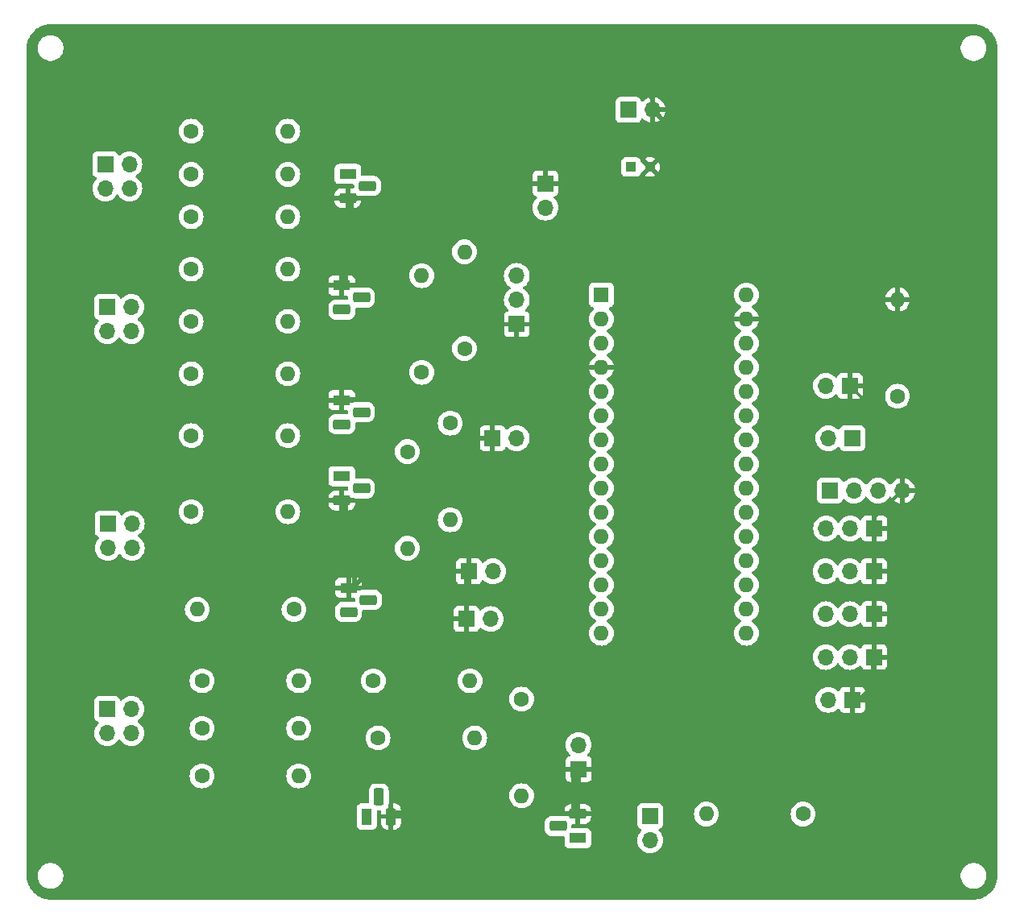
<source format=gbr>
%TF.GenerationSoftware,KiCad,Pcbnew,8.0.6*%
%TF.CreationDate,2024-11-23T20:57:53+01:00*%
%TF.ProjectId,smart home,736d6172-7420-4686-9f6d-652e6b696361,rev?*%
%TF.SameCoordinates,Original*%
%TF.FileFunction,Copper,L2,Bot*%
%TF.FilePolarity,Positive*%
%FSLAX46Y46*%
G04 Gerber Fmt 4.6, Leading zero omitted, Abs format (unit mm)*
G04 Created by KiCad (PCBNEW 8.0.6) date 2024-11-23 20:57:53*
%MOMM*%
%LPD*%
G01*
G04 APERTURE LIST*
G04 Aperture macros list*
%AMRoundRect*
0 Rectangle with rounded corners*
0 $1 Rounding radius*
0 $2 $3 $4 $5 $6 $7 $8 $9 X,Y pos of 4 corners*
0 Add a 4 corners polygon primitive as box body*
4,1,4,$2,$3,$4,$5,$6,$7,$8,$9,$2,$3,0*
0 Add four circle primitives for the rounded corners*
1,1,$1+$1,$2,$3*
1,1,$1+$1,$4,$5*
1,1,$1+$1,$6,$7*
1,1,$1+$1,$8,$9*
0 Add four rect primitives between the rounded corners*
20,1,$1+$1,$2,$3,$4,$5,0*
20,1,$1+$1,$4,$5,$6,$7,0*
20,1,$1+$1,$6,$7,$8,$9,0*
20,1,$1+$1,$8,$9,$2,$3,0*%
G04 Aperture macros list end*
%TA.AperFunction,ComponentPad*%
%ADD10C,1.600000*%
%TD*%
%TA.AperFunction,ComponentPad*%
%ADD11O,1.600000X1.600000*%
%TD*%
%TA.AperFunction,ComponentPad*%
%ADD12R,1.700000X1.700000*%
%TD*%
%TA.AperFunction,ComponentPad*%
%ADD13O,1.700000X1.700000*%
%TD*%
%TA.AperFunction,ComponentPad*%
%ADD14R,1.800000X1.100000*%
%TD*%
%TA.AperFunction,ComponentPad*%
%ADD15RoundRect,0.275000X0.625000X-0.275000X0.625000X0.275000X-0.625000X0.275000X-0.625000X-0.275000X0*%
%TD*%
%TA.AperFunction,ComponentPad*%
%ADD16R,1.100000X1.800000*%
%TD*%
%TA.AperFunction,ComponentPad*%
%ADD17RoundRect,0.275000X-0.275000X-0.625000X0.275000X-0.625000X0.275000X0.625000X-0.275000X0.625000X0*%
%TD*%
%TA.AperFunction,ComponentPad*%
%ADD18RoundRect,0.275000X-0.625000X0.275000X-0.625000X-0.275000X0.625000X-0.275000X0.625000X0.275000X0*%
%TD*%
%TA.AperFunction,ComponentPad*%
%ADD19R,1.600000X1.600000*%
%TD*%
%TA.AperFunction,ComponentPad*%
%ADD20C,1.050000*%
%TD*%
%TA.AperFunction,ComponentPad*%
%ADD21R,1.050000X1.050000*%
%TD*%
%TA.AperFunction,Conductor*%
%ADD22C,0.300000*%
%TD*%
%TA.AperFunction,Conductor*%
%ADD23C,0.500000*%
%TD*%
G04 APERTURE END LIST*
D10*
%TO.P,R9,1*%
%TO.N,Net-(RGB2-B)*%
X38280000Y-46230000D03*
D11*
%TO.P,R9,2*%
%TO.N,Net-(Q2-C)*%
X48440000Y-46230000D03*
%TD*%
D12*
%TO.P,RGB1,1*%
%TO.N,VCC*%
X29250000Y-35210000D03*
D13*
%TO.P,RGB1,2*%
%TO.N,Net-(RGB1-B)*%
X29250000Y-37750000D03*
%TO.P,RGB1,3*%
%TO.N,Net-(RGB1-R)*%
X31790000Y-35210000D03*
%TO.P,RGB1,4*%
%TO.N,Net-(RGB1-G)*%
X31790000Y-37750000D03*
%TD*%
D10*
%TO.P,R7,1*%
%TO.N,Net-(RGB2-R)*%
X38280000Y-57230000D03*
D11*
%TO.P,R7,2*%
%TO.N,Net-(Q2-C)*%
X48440000Y-57230000D03*
%TD*%
D12*
%TO.P,RGB4,1*%
%TO.N,VCC*%
X29460000Y-92460000D03*
D13*
%TO.P,RGB4,2*%
%TO.N,Net-(RGB4-B)*%
X29460000Y-95000000D03*
%TO.P,RGB4,3*%
%TO.N,Net-(RGB4-R)*%
X32000000Y-92460000D03*
%TO.P,RGB4,4*%
%TO.N,Net-(RGB4-G)*%
X32000000Y-95000000D03*
%TD*%
D14*
%TO.P,Q3,1,C*%
%TO.N,Net-(M1--)*%
X78900000Y-106040000D03*
D15*
%TO.P,Q3,2,B*%
%TO.N,Net-(Q3-B)*%
X76830000Y-104770000D03*
%TO.P,Q3,3,E*%
%TO.N,GND*%
X78900000Y-103500000D03*
%TD*%
D12*
%TO.P,SW6,1,A*%
%TO.N,GND*%
X107775000Y-91500000D03*
D13*
%TO.P,SW6,2,B*%
%TO.N,fan switch*%
X105235000Y-91500000D03*
%TD*%
D12*
%TO.P,M1,1,+*%
%TO.N,Net-(M1-+)*%
X86500000Y-103725000D03*
D13*
%TO.P,M1,2,-*%
%TO.N,Net-(M1--)*%
X86500000Y-106265000D03*
%TD*%
D10*
%TO.P,R20,1*%
%TO.N,LDR*%
X112500000Y-59580000D03*
D11*
%TO.P,R20,2*%
%TO.N,GND*%
X112500000Y-49420000D03*
%TD*%
D12*
%TO.P,BT1,1,+*%
%TO.N,VCC*%
X84225000Y-29500000D03*
D13*
%TO.P,BT1,2,-*%
%TO.N,GND*%
X86765000Y-29500000D03*
%TD*%
D10*
%TO.P,R6,1*%
%TO.N,Net-(RGB1-B)*%
X38280000Y-40730000D03*
D11*
%TO.P,R6,2*%
%TO.N,Net-(Q1-C)*%
X48440000Y-40730000D03*
%TD*%
D10*
%TO.P,R24,1*%
%TO.N,Net-(RGB2-G)*%
X38280000Y-51730000D03*
D11*
%TO.P,R24,2*%
%TO.N,Net-(Q2-C)*%
X48440000Y-51730000D03*
%TD*%
D12*
%TO.P,RV3B1,1,1*%
%TO.N,GND*%
X110080000Y-73500000D03*
D13*
%TO.P,RV3B1,2,3*%
%TO.N,R3-B*%
X105000000Y-73500000D03*
%TO.P,RV3B1,3,2*%
%TO.N,+5V*%
X107540000Y-73500000D03*
%TD*%
D16*
%TO.P,Q9,1,C*%
%TO.N,Net-(Q9-C)*%
X56730000Y-103760000D03*
D17*
%TO.P,Q9,2,B*%
%TO.N,Net-(Q9-B)*%
X58000000Y-101690000D03*
%TO.P,Q9,3,E*%
%TO.N,GND*%
X59270000Y-103760000D03*
%TD*%
D12*
%TO.P,LCD_20x1,1,SDA*%
%TO.N,SDA*%
X105380000Y-69500000D03*
D13*
%TO.P,LCD_20x1,2,SCL*%
%TO.N,SCL*%
X107920000Y-69500000D03*
%TO.P,LCD_20x1,3,Vcc*%
%TO.N,+5V*%
X110460000Y-69500000D03*
%TO.P,LCD_20x1,4,GND*%
%TO.N,GND*%
X113000000Y-69500000D03*
%TD*%
D12*
%TO.P,SW4,1,1*%
%TO.N,GND*%
X67225000Y-83000000D03*
D13*
%TO.P,SW4,2,2*%
%TO.N,C_button_2*%
X69765000Y-83000000D03*
%TD*%
D12*
%TO.P,SW1,1,A*%
%TO.N,GND*%
X67460000Y-78000000D03*
D13*
%TO.P,SW1,2,B*%
%TO.N,R2_S1*%
X70000000Y-78000000D03*
%TD*%
D14*
%TO.P,Q6,1,C*%
%TO.N,GND*%
X54100000Y-60000000D03*
D18*
%TO.P,Q6,2,B*%
%TO.N,Net-(Q6-B)*%
X56170000Y-61270000D03*
%TO.P,Q6,3,E*%
%TO.N,Net-(Q6-C)*%
X54100000Y-62540000D03*
%TD*%
D10*
%TO.P,R2,1*%
%TO.N,R1-enable*%
X62500000Y-57080000D03*
D11*
%TO.P,R2,2*%
%TO.N,Net-(Q2-B)*%
X62500000Y-46920000D03*
%TD*%
D12*
%TO.P,RGB3,1*%
%TO.N,VCC*%
X29500000Y-73000000D03*
D13*
%TO.P,RGB3,2*%
%TO.N,Net-(RGB3-B)*%
X29500000Y-75540000D03*
%TO.P,RGB3,3*%
%TO.N,Net-(RGB3-R)*%
X32040000Y-73000000D03*
%TO.P,RGB3,4*%
%TO.N,Net-(RGB3-G)*%
X32040000Y-75540000D03*
%TD*%
D10*
%TO.P,R1,1*%
%TO.N,R2-enable*%
X67000000Y-54580000D03*
D11*
%TO.P,R1,2*%
%TO.N,Net-(Q1-B)*%
X67000000Y-44420000D03*
%TD*%
D12*
%TO.P,R23,1*%
%TO.N,+5V*%
X107775000Y-64000000D03*
D13*
%TO.P,R23,2*%
%TO.N,LDR*%
X105235000Y-64000000D03*
%TD*%
D12*
%TO.P,RV3R1,1,1*%
%TO.N,GND*%
X110040000Y-82500000D03*
D13*
%TO.P,RV3R1,2,3*%
%TO.N,R3-R*%
X104960000Y-82500000D03*
%TO.P,RV3R1,3,2*%
%TO.N,+5V*%
X107500000Y-82500000D03*
%TD*%
D14*
%TO.P,Q7,1,C*%
%TO.N,Net-(Q7-C)*%
X54100000Y-68000000D03*
D18*
%TO.P,Q7,2,B*%
%TO.N,Net-(Q7-B)*%
X56170000Y-69270000D03*
%TO.P,Q7,3,E*%
%TO.N,GND*%
X54100000Y-70540000D03*
%TD*%
D14*
%TO.P,Q1,1,C*%
%TO.N,Net-(Q1-C)*%
X54740000Y-36230000D03*
D18*
%TO.P,Q1,2,B*%
%TO.N,Net-(Q1-B)*%
X56810000Y-37500000D03*
%TO.P,Q1,3,E*%
%TO.N,GND*%
X54740000Y-38770000D03*
%TD*%
D12*
%TO.P,RGB2,1*%
%TO.N,VCC*%
X29460000Y-50210000D03*
D13*
%TO.P,RGB2,2*%
%TO.N,Net-(RGB2-R)*%
X29460000Y-52750000D03*
%TO.P,RGB2,3*%
%TO.N,Net-(RGB2-B)*%
X32000000Y-50210000D03*
%TO.P,RGB2,4*%
%TO.N,Net-(RGB2-G)*%
X32000000Y-52750000D03*
%TD*%
D10*
%TO.P,R11,1*%
%TO.N,Net-(Q7-B)*%
X61000000Y-65420000D03*
D11*
%TO.P,R11,2*%
%TO.N,R3G enable*%
X61000000Y-75580000D03*
%TD*%
D12*
%TO.P,RV3G1,1,1*%
%TO.N,GND*%
X110025000Y-78000000D03*
D13*
%TO.P,RV3G1,2,3*%
%TO.N,R3-G*%
X104945000Y-78000000D03*
%TO.P,RV3G1,3,2*%
%TO.N,+5V*%
X107485000Y-78000000D03*
%TD*%
D10*
%TO.P,R13,1*%
%TO.N,Net-(RGB3-G)*%
X38280000Y-71730000D03*
D11*
%TO.P,R13,2*%
%TO.N,Net-(Q7-C)*%
X48440000Y-71730000D03*
%TD*%
D10*
%TO.P,R17,1*%
%TO.N,VCC*%
X102580000Y-103500000D03*
D11*
%TO.P,R17,2*%
%TO.N,Net-(M1-+)*%
X92420000Y-103500000D03*
%TD*%
D12*
%TO.P,SW2,1,A*%
%TO.N,GND*%
X79000000Y-98775000D03*
D13*
%TO.P,SW2,2,B*%
%TO.N,R2_S2*%
X79000000Y-96235000D03*
%TD*%
D10*
%TO.P,R15,1*%
%TO.N,Net-(Q8-C)*%
X49080000Y-82000000D03*
D11*
%TO.P,R15,2*%
%TO.N,Net-(RGB3-B)*%
X38920000Y-82000000D03*
%TD*%
D10*
%TO.P,R10,1*%
%TO.N,Net-(Q6-B)*%
X65500000Y-62420000D03*
D11*
%TO.P,R10,2*%
%TO.N,R3R enable*%
X65500000Y-72580000D03*
%TD*%
D10*
%TO.P,R19,1*%
%TO.N,Net-(RGB4-B)*%
X39420000Y-99500000D03*
D11*
%TO.P,R19,2*%
%TO.N,Net-(Q9-C)*%
X49580000Y-99500000D03*
%TD*%
D12*
%TO.P,HC\u2013SR505PIR1,1,GND(-)*%
%TO.N,GND*%
X72500000Y-52025000D03*
D13*
%TO.P,HC\u2013SR505PIR1,2,Signal_O/P(S)*%
%TO.N,MC_signal*%
X72500000Y-49485000D03*
%TO.P,HC\u2013SR505PIR1,3,Possitive_ps*%
%TO.N,VCC*%
X72500000Y-46945000D03*
%TD*%
D12*
%TO.P,SW5,1,1*%
%TO.N,GND*%
X75500000Y-37225000D03*
D13*
%TO.P,SW5,2,2*%
%TO.N,C_button_1*%
X75500000Y-39765000D03*
%TD*%
D10*
%TO.P,R16,1*%
%TO.N,Net-(Q9-B)*%
X57920000Y-95500000D03*
D11*
%TO.P,R16,2*%
%TO.N,MD_light_enable*%
X68080000Y-95500000D03*
%TD*%
D14*
%TO.P,Q8,1,C*%
%TO.N,GND*%
X54830000Y-79730000D03*
D18*
%TO.P,Q8,2,B*%
%TO.N,Net-(Q8-B)*%
X56900000Y-81000000D03*
%TO.P,Q8,3,E*%
%TO.N,Net-(Q8-C)*%
X54830000Y-82270000D03*
%TD*%
D10*
%TO.P,R8,1*%
%TO.N,Net-(RGB4-G)*%
X39420000Y-94500000D03*
D11*
%TO.P,R8,2*%
%TO.N,Net-(Q9-C)*%
X49580000Y-94500000D03*
%TD*%
D12*
%TO.P,SW7,1,1*%
%TO.N,GND*%
X69960000Y-64000000D03*
D13*
%TO.P,SW7,2,2*%
%TO.N,C_button_3*%
X72500000Y-64000000D03*
%TD*%
D10*
%TO.P,R12,1*%
%TO.N,Net-(RGB3-R)*%
X38280000Y-63730000D03*
D11*
%TO.P,R12,2*%
%TO.N,Net-(Q6-C)*%
X48440000Y-63730000D03*
%TD*%
D19*
%TO.P,A1,1,D1/TX*%
%TO.N,C_button_1*%
X81390000Y-48950000D03*
D11*
%TO.P,A1,2,D0/RX*%
%TO.N,MC_signal*%
X81390000Y-51490000D03*
%TO.P,A1,3,~{RESET}*%
%TO.N,unconnected-(A1-~{RESET}-Pad3)*%
X81390000Y-54030000D03*
%TO.P,A1,4,GND*%
%TO.N,GND*%
X81390000Y-56570000D03*
%TO.P,A1,5,D2*%
%TO.N,R2-enable*%
X81390000Y-59110000D03*
%TO.P,A1,6,D3*%
%TO.N,R1-enable*%
X81390000Y-61650000D03*
%TO.P,A1,7,D4*%
%TO.N,C_button_3*%
X81390000Y-64190000D03*
%TO.P,A1,8,D5*%
%TO.N,R3R enable*%
X81390000Y-66730000D03*
%TO.P,A1,9,D6*%
%TO.N,R3G enable*%
X81390000Y-69270000D03*
%TO.P,A1,10,D7*%
%TO.N,R2_S1*%
X81390000Y-71810000D03*
%TO.P,A1,11,D8*%
%TO.N,C_button_2*%
X81390000Y-74350000D03*
%TO.P,A1,12,D9*%
%TO.N,R3B enable*%
X81390000Y-76890000D03*
%TO.P,A1,13,D10*%
%TO.N,MD_light_enable*%
X81390000Y-79430000D03*
%TO.P,A1,14,D11*%
%TO.N,fan enable*%
X81390000Y-81970000D03*
%TO.P,A1,15,D12*%
%TO.N,R2_S2*%
X81390000Y-84510000D03*
%TO.P,A1,16,D13*%
%TO.N,fan switch*%
X96630000Y-84510000D03*
%TO.P,A1,17,3V3*%
%TO.N,unconnected-(A1-3V3-Pad17)*%
X96630000Y-81970000D03*
%TO.P,A1,18,AREF*%
%TO.N,unconnected-(A1-AREF-Pad18)*%
X96630000Y-79430000D03*
%TO.P,A1,19,A0*%
%TO.N,R1-D*%
X96630000Y-76890000D03*
%TO.P,A1,20,A1*%
%TO.N,R3-R*%
X96630000Y-74350000D03*
%TO.P,A1,21,A2*%
%TO.N,R3-G*%
X96630000Y-71810000D03*
%TO.P,A1,22,A3*%
%TO.N,R3-B*%
X96630000Y-69270000D03*
%TO.P,A1,23,A4*%
%TO.N,SDA*%
X96630000Y-66730000D03*
%TO.P,A1,24,A5*%
%TO.N,SCL*%
X96630000Y-64190000D03*
%TO.P,A1,25,A6*%
%TO.N,LDR*%
X96630000Y-61650000D03*
%TO.P,A1,26,A7*%
%TO.N,R3_S1*%
X96630000Y-59110000D03*
%TO.P,A1,27,+5V*%
%TO.N,+5V*%
X96630000Y-56570000D03*
%TO.P,A1,28,~{RESET}*%
%TO.N,unconnected-(A1-~{RESET}-Pad28)*%
X96630000Y-54030000D03*
%TO.P,A1,29,GND*%
%TO.N,GND*%
X96630000Y-51490000D03*
%TO.P,A1,30,VIN*%
%TO.N,VCC*%
X96630000Y-48950000D03*
%TD*%
D10*
%TO.P,R18,1*%
%TO.N,Net-(RGB4-R)*%
X39420000Y-89500000D03*
D11*
%TO.P,R18,2*%
%TO.N,Net-(Q9-C)*%
X49580000Y-89500000D03*
%TD*%
D10*
%TO.P,R3,1*%
%TO.N,fan enable*%
X73000000Y-91420000D03*
D11*
%TO.P,R3,2*%
%TO.N,Net-(Q3-B)*%
X73000000Y-101580000D03*
%TD*%
D12*
%TO.P,SW9,1,A*%
%TO.N,GND*%
X107500000Y-58500000D03*
D13*
%TO.P,SW9,2,B*%
%TO.N,R3_S1*%
X104960000Y-58500000D03*
%TD*%
D10*
%TO.P,R4,1*%
%TO.N,Net-(RGB1-R)*%
X38280000Y-31730000D03*
D11*
%TO.P,R4,2*%
%TO.N,Net-(Q1-C)*%
X48440000Y-31730000D03*
%TD*%
D20*
%TO.P,C1,*%
%TO.N,GND*%
X86500000Y-35500000D03*
D21*
%TO.P,C1,P*%
%TO.N,VCC*%
X84500000Y-35500000D03*
%TD*%
D10*
%TO.P,R14,1*%
%TO.N,Net-(Q8-B)*%
X57420000Y-89500000D03*
D11*
%TO.P,R14,2*%
%TO.N,R3B enable*%
X67580000Y-89500000D03*
%TD*%
D12*
%TO.P,RV1,1,1*%
%TO.N,GND*%
X110040000Y-87000000D03*
D13*
%TO.P,RV1,2,3*%
%TO.N,R1-D*%
X104960000Y-87000000D03*
%TO.P,RV1,3,2*%
%TO.N,+5V*%
X107500000Y-87000000D03*
%TD*%
D14*
%TO.P,Q2,1,C*%
%TO.N,GND*%
X54100000Y-47960000D03*
D18*
%TO.P,Q2,2,B*%
%TO.N,Net-(Q2-B)*%
X56170000Y-49230000D03*
%TO.P,Q2,2,E*%
%TO.N,Net-(Q2-C)*%
X54100000Y-50500000D03*
%TD*%
D10*
%TO.P,R5,1*%
%TO.N,Net-(RGB1-G)*%
X38280000Y-36280000D03*
D11*
%TO.P,R5,2*%
%TO.N,Net-(Q1-C)*%
X48440000Y-36280000D03*
%TD*%
D22*
%TO.N,GND*%
X111080000Y-49420000D02*
X112500000Y-49420000D01*
D23*
X66360000Y-103360000D02*
X59270000Y-103360000D01*
D22*
X110000000Y-82540000D02*
X110040000Y-82500000D01*
D23*
X78500000Y-103500000D02*
X78500000Y-99275000D01*
X65000000Y-78000000D02*
X64500000Y-78500000D01*
X86765000Y-28297919D02*
X86765000Y-29500000D01*
X85000000Y-24000000D02*
X78500000Y-24000000D01*
X79570000Y-56570000D02*
X78500000Y-55500000D01*
X68500000Y-105500000D02*
X66360000Y-103360000D01*
D22*
X113000000Y-69500000D02*
X113000000Y-64000000D01*
D23*
X67225000Y-85225000D02*
X68500000Y-86500000D01*
X70470000Y-59970000D02*
X70500000Y-60000000D01*
X76000000Y-88500000D02*
X76000000Y-98000000D01*
D22*
X110025000Y-77525000D02*
X110080000Y-77470000D01*
X113000000Y-64000000D02*
X107500000Y-58500000D01*
D23*
X67225000Y-83000000D02*
X67225000Y-85225000D01*
X96630000Y-51490000D02*
X100010000Y-51490000D01*
X67460000Y-78000000D02*
X65000000Y-78000000D01*
X55480000Y-77480000D02*
X54500000Y-76500000D01*
X73000000Y-105500000D02*
X68500000Y-105500000D01*
X102500000Y-49000000D02*
X102500000Y-42000000D01*
D22*
X110025000Y-78000000D02*
X110025000Y-77525000D01*
D23*
X84967081Y-26500000D02*
X86765000Y-28297919D01*
D22*
X110000000Y-87000000D02*
X110000000Y-82540000D01*
D23*
X80000000Y-26500000D02*
X84967081Y-26500000D01*
X78500000Y-24000000D02*
X75500000Y-27000000D01*
X67460000Y-78000000D02*
X67460000Y-76540000D01*
X55140000Y-42860000D02*
X55140000Y-42500000D01*
X75030000Y-103470000D02*
X73000000Y-105500000D01*
X55230000Y-79730000D02*
X55480000Y-79480000D01*
X76000000Y-98000000D02*
X76775000Y-98775000D01*
D22*
X110040000Y-78015000D02*
X110025000Y-78000000D01*
D23*
X72725000Y-37225000D02*
X70225000Y-39725000D01*
D22*
X107500000Y-53000000D02*
X111080000Y-49420000D01*
D23*
X76000000Y-45500000D02*
X70225000Y-39725000D01*
D22*
X97500000Y-29500000D02*
X86765000Y-29500000D01*
D23*
X90000000Y-40000000D02*
X90000000Y-32735000D01*
X74000000Y-86500000D02*
X76000000Y-88500000D01*
X108500000Y-91500000D02*
X110000000Y-90000000D01*
X67460000Y-76540000D02*
X69960000Y-74040000D01*
D22*
X110080000Y-73500000D02*
X110080000Y-72420000D01*
X110080000Y-77470000D02*
X110080000Y-73500000D01*
D23*
X54500000Y-76500000D02*
X54500000Y-70540000D01*
X110000000Y-90000000D02*
X110000000Y-87000000D01*
X69960000Y-64000000D02*
X69960000Y-60540000D01*
X72500000Y-58000000D02*
X72500000Y-52025000D01*
X78500000Y-103500000D02*
X78470000Y-103470000D01*
X69960000Y-60540000D02*
X70500000Y-60000000D01*
X67225000Y-83000000D02*
X67225000Y-78235000D01*
X78500000Y-55500000D02*
X78500000Y-28000000D01*
X54530000Y-59970000D02*
X70470000Y-59970000D01*
X67225000Y-78235000D02*
X67460000Y-78000000D01*
X78500000Y-99275000D02*
X79000000Y-98775000D01*
X86765000Y-25765000D02*
X85000000Y-24000000D01*
X56000000Y-42500000D02*
X55140000Y-42500000D01*
X68500000Y-86500000D02*
X74000000Y-86500000D01*
X90000000Y-32735000D02*
X86765000Y-29500000D01*
X76775000Y-98775000D02*
X79000000Y-98775000D01*
X72500000Y-58000000D02*
X76000000Y-54500000D01*
D22*
X112500000Y-49420000D02*
X112500000Y-44500000D01*
D23*
X69960000Y-74040000D02*
X69960000Y-64000000D01*
X75500000Y-37225000D02*
X72725000Y-37225000D01*
X100010000Y-51490000D02*
X102500000Y-49000000D01*
X54500000Y-60000000D02*
X54530000Y-59970000D01*
X64500000Y-78500000D02*
X56460000Y-78500000D01*
D22*
X110080000Y-72420000D02*
X113000000Y-69500000D01*
D23*
X55480000Y-79480000D02*
X55480000Y-77480000D01*
X78470000Y-103470000D02*
X75030000Y-103470000D01*
X100500000Y-40000000D02*
X90000000Y-40000000D01*
X58775000Y-39725000D02*
X56000000Y-42500000D01*
X54500000Y-43500000D02*
X55140000Y-42860000D01*
X78500000Y-28000000D02*
X80000000Y-26500000D01*
X86765000Y-29500000D02*
X86765000Y-25765000D01*
X56460000Y-78500000D02*
X55230000Y-79730000D01*
D22*
X110040000Y-82500000D02*
X110040000Y-78015000D01*
D23*
X81390000Y-56570000D02*
X79570000Y-56570000D01*
X70500000Y-60000000D02*
X72500000Y-58000000D01*
X75500000Y-27000000D02*
X75500000Y-37225000D01*
X102500000Y-42000000D02*
X100500000Y-40000000D01*
D22*
X112500000Y-44500000D02*
X97500000Y-29500000D01*
D23*
X76000000Y-54500000D02*
X76000000Y-45500000D01*
X55140000Y-42500000D02*
X55140000Y-38770000D01*
D22*
X107500000Y-58500000D02*
X107500000Y-53000000D01*
D23*
X107775000Y-91500000D02*
X108500000Y-91500000D01*
X54500000Y-47960000D02*
X54500000Y-43500000D01*
X70225000Y-39725000D02*
X58775000Y-39725000D01*
%TD*%
%TA.AperFunction,Conductor*%
%TO.N,GND*%
G36*
X120503736Y-20500726D02*
G01*
X120793796Y-20518271D01*
X120808659Y-20520076D01*
X121090798Y-20571780D01*
X121105335Y-20575363D01*
X121379172Y-20660695D01*
X121393163Y-20666000D01*
X121654743Y-20783727D01*
X121667989Y-20790680D01*
X121913465Y-20939075D01*
X121925776Y-20947573D01*
X122151573Y-21124473D01*
X122162781Y-21134403D01*
X122365596Y-21337218D01*
X122375526Y-21348426D01*
X122495481Y-21501538D01*
X122552422Y-21574217D01*
X122560926Y-21586537D01*
X122619091Y-21682753D01*
X122709316Y-21832004D01*
X122716275Y-21845263D01*
X122833997Y-22106831D01*
X122839306Y-22120832D01*
X122924635Y-22394663D01*
X122928219Y-22409201D01*
X122979923Y-22691340D01*
X122981728Y-22706205D01*
X122999274Y-22996263D01*
X122999500Y-23003750D01*
X122999500Y-109996249D01*
X122999274Y-110003736D01*
X122981728Y-110293794D01*
X122979923Y-110308659D01*
X122928219Y-110590798D01*
X122924635Y-110605336D01*
X122839306Y-110879167D01*
X122833997Y-110893168D01*
X122716275Y-111154736D01*
X122709316Y-111167995D01*
X122560928Y-111413459D01*
X122552422Y-111425782D01*
X122375526Y-111651573D01*
X122365596Y-111662781D01*
X122162781Y-111865596D01*
X122151573Y-111875526D01*
X121925782Y-112052422D01*
X121913459Y-112060928D01*
X121667995Y-112209316D01*
X121654736Y-112216275D01*
X121393168Y-112333997D01*
X121379167Y-112339306D01*
X121105336Y-112424635D01*
X121090798Y-112428219D01*
X120808659Y-112479923D01*
X120793794Y-112481728D01*
X120503736Y-112499274D01*
X120496249Y-112499500D01*
X23503751Y-112499500D01*
X23496264Y-112499274D01*
X23206205Y-112481728D01*
X23191340Y-112479923D01*
X22909201Y-112428219D01*
X22894663Y-112424635D01*
X22620832Y-112339306D01*
X22606831Y-112333997D01*
X22345263Y-112216275D01*
X22332004Y-112209316D01*
X22086540Y-112060928D01*
X22074217Y-112052422D01*
X21848426Y-111875526D01*
X21837218Y-111865596D01*
X21634403Y-111662781D01*
X21624473Y-111651573D01*
X21447573Y-111425776D01*
X21439075Y-111413465D01*
X21290680Y-111167989D01*
X21283727Y-111154743D01*
X21166000Y-110893163D01*
X21160693Y-110879167D01*
X21075364Y-110605336D01*
X21071780Y-110590798D01*
X21020076Y-110308659D01*
X21018271Y-110293794D01*
X21000726Y-110003736D01*
X21000500Y-109996249D01*
X21000500Y-109893713D01*
X22149500Y-109893713D01*
X22149500Y-110106286D01*
X22182753Y-110316239D01*
X22248444Y-110518414D01*
X22344951Y-110707820D01*
X22469890Y-110879786D01*
X22620213Y-111030109D01*
X22792179Y-111155048D01*
X22792181Y-111155049D01*
X22792184Y-111155051D01*
X22981588Y-111251557D01*
X23183757Y-111317246D01*
X23393713Y-111350500D01*
X23393714Y-111350500D01*
X23606286Y-111350500D01*
X23606287Y-111350500D01*
X23816243Y-111317246D01*
X24018412Y-111251557D01*
X24207816Y-111155051D01*
X24229789Y-111139086D01*
X24379786Y-111030109D01*
X24379788Y-111030106D01*
X24379792Y-111030104D01*
X24530104Y-110879792D01*
X24530106Y-110879788D01*
X24530109Y-110879786D01*
X24655048Y-110707820D01*
X24655047Y-110707820D01*
X24655051Y-110707816D01*
X24751557Y-110518412D01*
X24817246Y-110316243D01*
X24850500Y-110106287D01*
X24850500Y-109893713D01*
X119149500Y-109893713D01*
X119149500Y-110106286D01*
X119182753Y-110316239D01*
X119248444Y-110518414D01*
X119344951Y-110707820D01*
X119469890Y-110879786D01*
X119620213Y-111030109D01*
X119792179Y-111155048D01*
X119792181Y-111155049D01*
X119792184Y-111155051D01*
X119981588Y-111251557D01*
X120183757Y-111317246D01*
X120393713Y-111350500D01*
X120393714Y-111350500D01*
X120606286Y-111350500D01*
X120606287Y-111350500D01*
X120816243Y-111317246D01*
X121018412Y-111251557D01*
X121207816Y-111155051D01*
X121229789Y-111139086D01*
X121379786Y-111030109D01*
X121379788Y-111030106D01*
X121379792Y-111030104D01*
X121530104Y-110879792D01*
X121530106Y-110879788D01*
X121530109Y-110879786D01*
X121655048Y-110707820D01*
X121655047Y-110707820D01*
X121655051Y-110707816D01*
X121751557Y-110518412D01*
X121817246Y-110316243D01*
X121850500Y-110106287D01*
X121850500Y-109893713D01*
X121817246Y-109683757D01*
X121751557Y-109481588D01*
X121655051Y-109292184D01*
X121655049Y-109292181D01*
X121655048Y-109292179D01*
X121530109Y-109120213D01*
X121379786Y-108969890D01*
X121207820Y-108844951D01*
X121018414Y-108748444D01*
X121018413Y-108748443D01*
X121018412Y-108748443D01*
X120816243Y-108682754D01*
X120816241Y-108682753D01*
X120816240Y-108682753D01*
X120654957Y-108657208D01*
X120606287Y-108649500D01*
X120393713Y-108649500D01*
X120345042Y-108657208D01*
X120183760Y-108682753D01*
X119981585Y-108748444D01*
X119792179Y-108844951D01*
X119620213Y-108969890D01*
X119469890Y-109120213D01*
X119344951Y-109292179D01*
X119248444Y-109481585D01*
X119182753Y-109683760D01*
X119149500Y-109893713D01*
X24850500Y-109893713D01*
X24817246Y-109683757D01*
X24751557Y-109481588D01*
X24655051Y-109292184D01*
X24655049Y-109292181D01*
X24655048Y-109292179D01*
X24530109Y-109120213D01*
X24379786Y-108969890D01*
X24207820Y-108844951D01*
X24018414Y-108748444D01*
X24018413Y-108748443D01*
X24018412Y-108748443D01*
X23816243Y-108682754D01*
X23816241Y-108682753D01*
X23816240Y-108682753D01*
X23654957Y-108657208D01*
X23606287Y-108649500D01*
X23393713Y-108649500D01*
X23345042Y-108657208D01*
X23183760Y-108682753D01*
X22981585Y-108748444D01*
X22792179Y-108844951D01*
X22620213Y-108969890D01*
X22469890Y-109120213D01*
X22344951Y-109292179D01*
X22248444Y-109481585D01*
X22182753Y-109683760D01*
X22149500Y-109893713D01*
X21000500Y-109893713D01*
X21000500Y-102812135D01*
X55679500Y-102812135D01*
X55679500Y-104707870D01*
X55679501Y-104707876D01*
X55685908Y-104767483D01*
X55736202Y-104902328D01*
X55736206Y-104902335D01*
X55822452Y-105017544D01*
X55822455Y-105017547D01*
X55937664Y-105103793D01*
X55937671Y-105103797D01*
X56072517Y-105154091D01*
X56072516Y-105154091D01*
X56079444Y-105154835D01*
X56132127Y-105160500D01*
X57327872Y-105160499D01*
X57387483Y-105154091D01*
X57522331Y-105103796D01*
X57637546Y-105017546D01*
X57723796Y-104902331D01*
X57774091Y-104767483D01*
X57780500Y-104707873D01*
X57780500Y-104428530D01*
X58220000Y-104428530D01*
X58234648Y-104558539D01*
X58292330Y-104723386D01*
X58385246Y-104871262D01*
X58508737Y-104994753D01*
X58656613Y-105087669D01*
X58821460Y-105145351D01*
X58951469Y-105159999D01*
X58951473Y-105160000D01*
X59020000Y-105160000D01*
X59520000Y-105160000D01*
X59588527Y-105160000D01*
X59588530Y-105159999D01*
X59718539Y-105145351D01*
X59883386Y-105087669D01*
X60031262Y-104994753D01*
X60154753Y-104871262D01*
X60247669Y-104723386D01*
X60305351Y-104558539D01*
X60317418Y-104451441D01*
X75429500Y-104451441D01*
X75429500Y-105088558D01*
X75444157Y-105218648D01*
X75444159Y-105218658D01*
X75501497Y-105382517D01*
X75501878Y-105383606D01*
X75594853Y-105531576D01*
X75718424Y-105655147D01*
X75866394Y-105748122D01*
X76031343Y-105805841D01*
X76031349Y-105805841D01*
X76031351Y-105805842D01*
X76072750Y-105810506D01*
X76161442Y-105820499D01*
X76161445Y-105820500D01*
X77375500Y-105820500D01*
X77442539Y-105840185D01*
X77488294Y-105892989D01*
X77499500Y-105944500D01*
X77499500Y-106637870D01*
X77499501Y-106637876D01*
X77505908Y-106697483D01*
X77556202Y-106832328D01*
X77556206Y-106832335D01*
X77642452Y-106947544D01*
X77642455Y-106947547D01*
X77757664Y-107033793D01*
X77757671Y-107033797D01*
X77892517Y-107084091D01*
X77892516Y-107084091D01*
X77899444Y-107084835D01*
X77952127Y-107090500D01*
X79847872Y-107090499D01*
X79907483Y-107084091D01*
X80042331Y-107033796D01*
X80157546Y-106947546D01*
X80243796Y-106832331D01*
X80294091Y-106697483D01*
X80300500Y-106637873D01*
X80300500Y-106264999D01*
X85144341Y-106264999D01*
X85144341Y-106265000D01*
X85164936Y-106500403D01*
X85164938Y-106500413D01*
X85226094Y-106728655D01*
X85226096Y-106728659D01*
X85226097Y-106728663D01*
X85274440Y-106832335D01*
X85325965Y-106942830D01*
X85325967Y-106942834D01*
X85389658Y-107033793D01*
X85461505Y-107136401D01*
X85628599Y-107303495D01*
X85725384Y-107371265D01*
X85822165Y-107439032D01*
X85822167Y-107439033D01*
X85822170Y-107439035D01*
X86036337Y-107538903D01*
X86264592Y-107600063D01*
X86452918Y-107616539D01*
X86499999Y-107620659D01*
X86500000Y-107620659D01*
X86500001Y-107620659D01*
X86539234Y-107617226D01*
X86735408Y-107600063D01*
X86963663Y-107538903D01*
X87177830Y-107439035D01*
X87371401Y-107303495D01*
X87538495Y-107136401D01*
X87674035Y-106942830D01*
X87773903Y-106728663D01*
X87835063Y-106500408D01*
X87855659Y-106265000D01*
X87835063Y-106029592D01*
X87773903Y-105801337D01*
X87674035Y-105587171D01*
X87572475Y-105442128D01*
X87538496Y-105393600D01*
X87527412Y-105382516D01*
X87416567Y-105271671D01*
X87383084Y-105210351D01*
X87388068Y-105140659D01*
X87429939Y-105084725D01*
X87460915Y-105067810D01*
X87592331Y-105018796D01*
X87707546Y-104932546D01*
X87793796Y-104817331D01*
X87844091Y-104682483D01*
X87850500Y-104622873D01*
X87850499Y-103499998D01*
X91114532Y-103499998D01*
X91114532Y-103500001D01*
X91134364Y-103726686D01*
X91134366Y-103726697D01*
X91193258Y-103946488D01*
X91193261Y-103946497D01*
X91289431Y-104152732D01*
X91289432Y-104152734D01*
X91419954Y-104339141D01*
X91580858Y-104500045D01*
X91580861Y-104500047D01*
X91767266Y-104630568D01*
X91973504Y-104726739D01*
X92193308Y-104785635D01*
X92355230Y-104799801D01*
X92419998Y-104805468D01*
X92420000Y-104805468D01*
X92420002Y-104805468D01*
X92476673Y-104800509D01*
X92646692Y-104785635D01*
X92866496Y-104726739D01*
X93072734Y-104630568D01*
X93259139Y-104500047D01*
X93420047Y-104339139D01*
X93550568Y-104152734D01*
X93646739Y-103946496D01*
X93705635Y-103726692D01*
X93725468Y-103500000D01*
X93725468Y-103499998D01*
X101274532Y-103499998D01*
X101274532Y-103500001D01*
X101294364Y-103726686D01*
X101294366Y-103726697D01*
X101353258Y-103946488D01*
X101353261Y-103946497D01*
X101449431Y-104152732D01*
X101449432Y-104152734D01*
X101579954Y-104339141D01*
X101740858Y-104500045D01*
X101740861Y-104500047D01*
X101927266Y-104630568D01*
X102133504Y-104726739D01*
X102353308Y-104785635D01*
X102515230Y-104799801D01*
X102579998Y-104805468D01*
X102580000Y-104805468D01*
X102580002Y-104805468D01*
X102636673Y-104800509D01*
X102806692Y-104785635D01*
X103026496Y-104726739D01*
X103232734Y-104630568D01*
X103419139Y-104500047D01*
X103580047Y-104339139D01*
X103710568Y-104152734D01*
X103806739Y-103946496D01*
X103865635Y-103726692D01*
X103885468Y-103500000D01*
X103865635Y-103273308D01*
X103812724Y-103075841D01*
X103806741Y-103053511D01*
X103806738Y-103053502D01*
X103763818Y-102961460D01*
X103710568Y-102847266D01*
X103580047Y-102660861D01*
X103580045Y-102660858D01*
X103419141Y-102499954D01*
X103232734Y-102369432D01*
X103232732Y-102369431D01*
X103026497Y-102273261D01*
X103026488Y-102273258D01*
X102806697Y-102214366D01*
X102806693Y-102214365D01*
X102806692Y-102214365D01*
X102806691Y-102214364D01*
X102806686Y-102214364D01*
X102580002Y-102194532D01*
X102579998Y-102194532D01*
X102353313Y-102214364D01*
X102353302Y-102214366D01*
X102133511Y-102273258D01*
X102133502Y-102273261D01*
X101927267Y-102369431D01*
X101927265Y-102369432D01*
X101740858Y-102499954D01*
X101579954Y-102660858D01*
X101449432Y-102847265D01*
X101449431Y-102847267D01*
X101353261Y-103053502D01*
X101353258Y-103053511D01*
X101294366Y-103273302D01*
X101294364Y-103273313D01*
X101274532Y-103499998D01*
X93725468Y-103499998D01*
X93705635Y-103273308D01*
X93652724Y-103075841D01*
X93646741Y-103053511D01*
X93646738Y-103053502D01*
X93603818Y-102961460D01*
X93550568Y-102847266D01*
X93420047Y-102660861D01*
X93420045Y-102660858D01*
X93259141Y-102499954D01*
X93072734Y-102369432D01*
X93072732Y-102369431D01*
X92866497Y-102273261D01*
X92866488Y-102273258D01*
X92646697Y-102214366D01*
X92646693Y-102214365D01*
X92646692Y-102214365D01*
X92646691Y-102214364D01*
X92646686Y-102214364D01*
X92420002Y-102194532D01*
X92419998Y-102194532D01*
X92193313Y-102214364D01*
X92193302Y-102214366D01*
X91973511Y-102273258D01*
X91973502Y-102273261D01*
X91767267Y-102369431D01*
X91767265Y-102369432D01*
X91580858Y-102499954D01*
X91419954Y-102660858D01*
X91289432Y-102847265D01*
X91289431Y-102847267D01*
X91193261Y-103053502D01*
X91193258Y-103053511D01*
X91134366Y-103273302D01*
X91134364Y-103273313D01*
X91114532Y-103499998D01*
X87850499Y-103499998D01*
X87850499Y-102827128D01*
X87844091Y-102767517D01*
X87838496Y-102752517D01*
X87793797Y-102632671D01*
X87793793Y-102632664D01*
X87707547Y-102517455D01*
X87707544Y-102517452D01*
X87592335Y-102431206D01*
X87592328Y-102431202D01*
X87457482Y-102380908D01*
X87457483Y-102380908D01*
X87397883Y-102374501D01*
X87397881Y-102374500D01*
X87397873Y-102374500D01*
X87397864Y-102374500D01*
X85602129Y-102374500D01*
X85602123Y-102374501D01*
X85542516Y-102380908D01*
X85407671Y-102431202D01*
X85407664Y-102431206D01*
X85292455Y-102517452D01*
X85292452Y-102517455D01*
X85206206Y-102632664D01*
X85206202Y-102632671D01*
X85155908Y-102767517D01*
X85149501Y-102827116D01*
X85149501Y-102827123D01*
X85149500Y-102827135D01*
X85149500Y-104622870D01*
X85149501Y-104622876D01*
X85155908Y-104682483D01*
X85206202Y-104817328D01*
X85206206Y-104817335D01*
X85292452Y-104932544D01*
X85292455Y-104932547D01*
X85407664Y-105018793D01*
X85407671Y-105018797D01*
X85539081Y-105067810D01*
X85595015Y-105109681D01*
X85619432Y-105175145D01*
X85604580Y-105243418D01*
X85583430Y-105271673D01*
X85461503Y-105393600D01*
X85325965Y-105587169D01*
X85325964Y-105587171D01*
X85226098Y-105801335D01*
X85226094Y-105801344D01*
X85164938Y-106029586D01*
X85164936Y-106029596D01*
X85144341Y-106264999D01*
X80300500Y-106264999D01*
X80300499Y-105442128D01*
X80294091Y-105382517D01*
X80252749Y-105271674D01*
X80243797Y-105247671D01*
X80243793Y-105247664D01*
X80157547Y-105132455D01*
X80157544Y-105132452D01*
X80042335Y-105046206D01*
X80042328Y-105046202D01*
X79907482Y-104995908D01*
X79907483Y-104995908D01*
X79847883Y-104989501D01*
X79847881Y-104989500D01*
X79847873Y-104989500D01*
X79847865Y-104989500D01*
X78354500Y-104989500D01*
X78287461Y-104969815D01*
X78241706Y-104917011D01*
X78230500Y-104865500D01*
X78230500Y-104674000D01*
X78250185Y-104606961D01*
X78302989Y-104561206D01*
X78354500Y-104550000D01*
X78650000Y-104550000D01*
X79150000Y-104550000D01*
X79568527Y-104550000D01*
X79568530Y-104549999D01*
X79698539Y-104535351D01*
X79863386Y-104477669D01*
X80011262Y-104384753D01*
X80134753Y-104261262D01*
X80227669Y-104113386D01*
X80285351Y-103948539D01*
X80299999Y-103818530D01*
X80300000Y-103818526D01*
X80300000Y-103750000D01*
X79150000Y-103750000D01*
X79150000Y-104550000D01*
X78650000Y-104550000D01*
X78650000Y-103846410D01*
X78730255Y-103800075D01*
X78800075Y-103730255D01*
X78849444Y-103644745D01*
X78875000Y-103549370D01*
X78875000Y-103450630D01*
X78849444Y-103355255D01*
X78800075Y-103269745D01*
X78780330Y-103250000D01*
X79150000Y-103250000D01*
X80300000Y-103250000D01*
X80300000Y-103181473D01*
X80299999Y-103181469D01*
X80285351Y-103051460D01*
X80227669Y-102886613D01*
X80134753Y-102738737D01*
X80011262Y-102615246D01*
X79863386Y-102522330D01*
X79698539Y-102464648D01*
X79568530Y-102450000D01*
X79150000Y-102450000D01*
X79150000Y-103250000D01*
X78780330Y-103250000D01*
X78730255Y-103199925D01*
X78650000Y-103153589D01*
X78650000Y-102450000D01*
X78231469Y-102450000D01*
X78101460Y-102464648D01*
X77936613Y-102522330D01*
X77788737Y-102615246D01*
X77665246Y-102738737D01*
X77572330Y-102886613D01*
X77514648Y-103051460D01*
X77500000Y-103181469D01*
X77500000Y-103250000D01*
X78219670Y-103250000D01*
X78199925Y-103269745D01*
X78150556Y-103355255D01*
X78125000Y-103450630D01*
X78125000Y-103549370D01*
X78150556Y-103644745D01*
X78199925Y-103730255D01*
X78219670Y-103750000D01*
X77694995Y-103750000D01*
X77654040Y-103743041D01*
X77628658Y-103734159D01*
X77628648Y-103734157D01*
X77498558Y-103719500D01*
X77498552Y-103719500D01*
X76161448Y-103719500D01*
X76161441Y-103719500D01*
X76031351Y-103734157D01*
X76031341Y-103734159D01*
X75866395Y-103791877D01*
X75718423Y-103884853D01*
X75594853Y-104008423D01*
X75501877Y-104156395D01*
X75444159Y-104321341D01*
X75444157Y-104321351D01*
X75429500Y-104451441D01*
X60317418Y-104451441D01*
X60319999Y-104428530D01*
X60320000Y-104428526D01*
X60320000Y-104010000D01*
X59520000Y-104010000D01*
X59520000Y-105160000D01*
X59020000Y-105160000D01*
X59020000Y-104010000D01*
X58220000Y-104010000D01*
X58220000Y-104428530D01*
X57780500Y-104428530D01*
X57780499Y-103214499D01*
X57800184Y-103147461D01*
X57852987Y-103101706D01*
X57904499Y-103090500D01*
X58096000Y-103090500D01*
X58163039Y-103110185D01*
X58208794Y-103162989D01*
X58220000Y-103214500D01*
X58220000Y-103510000D01*
X58923590Y-103510000D01*
X58969925Y-103590255D01*
X59039745Y-103660075D01*
X59125255Y-103709444D01*
X59220630Y-103735000D01*
X59319370Y-103735000D01*
X59414745Y-103709444D01*
X59500255Y-103660075D01*
X59570075Y-103590255D01*
X59616410Y-103510000D01*
X60320000Y-103510000D01*
X60320000Y-103091473D01*
X60319999Y-103091469D01*
X60305351Y-102961460D01*
X60247669Y-102796613D01*
X60154753Y-102648737D01*
X60031262Y-102525246D01*
X59883386Y-102432330D01*
X59718539Y-102374648D01*
X59588530Y-102360000D01*
X59520000Y-102360000D01*
X59520000Y-103079670D01*
X59500255Y-103059925D01*
X59414745Y-103010556D01*
X59319370Y-102985000D01*
X59220630Y-102985000D01*
X59125255Y-103010556D01*
X59039745Y-103059925D01*
X59020000Y-103079670D01*
X59020000Y-102554994D01*
X59026958Y-102514041D01*
X59035841Y-102488657D01*
X59050500Y-102358552D01*
X59050500Y-101579998D01*
X71694532Y-101579998D01*
X71694532Y-101580001D01*
X71714364Y-101806686D01*
X71714366Y-101806697D01*
X71773258Y-102026488D01*
X71773261Y-102026497D01*
X71869431Y-102232732D01*
X71869432Y-102232734D01*
X71999954Y-102419141D01*
X72160858Y-102580045D01*
X72160861Y-102580047D01*
X72347266Y-102710568D01*
X72553504Y-102806739D01*
X72773308Y-102865635D01*
X72935230Y-102879801D01*
X72999998Y-102885468D01*
X73000000Y-102885468D01*
X73000002Y-102885468D01*
X73056673Y-102880509D01*
X73226692Y-102865635D01*
X73446496Y-102806739D01*
X73652734Y-102710568D01*
X73839139Y-102580047D01*
X74000047Y-102419139D01*
X74130568Y-102232734D01*
X74226739Y-102026496D01*
X74285635Y-101806692D01*
X74305468Y-101580000D01*
X74285635Y-101353308D01*
X74226739Y-101133504D01*
X74130568Y-100927266D01*
X74000047Y-100740861D01*
X74000045Y-100740858D01*
X73839141Y-100579954D01*
X73652734Y-100449432D01*
X73652732Y-100449431D01*
X73446497Y-100353261D01*
X73446488Y-100353258D01*
X73226697Y-100294366D01*
X73226693Y-100294365D01*
X73226692Y-100294365D01*
X73226691Y-100294364D01*
X73226686Y-100294364D01*
X73000002Y-100274532D01*
X72999998Y-100274532D01*
X72773313Y-100294364D01*
X72773302Y-100294366D01*
X72553511Y-100353258D01*
X72553502Y-100353261D01*
X72347267Y-100449431D01*
X72347265Y-100449432D01*
X72160858Y-100579954D01*
X71999954Y-100740858D01*
X71869432Y-100927265D01*
X71869431Y-100927267D01*
X71773261Y-101133502D01*
X71773258Y-101133511D01*
X71714366Y-101353302D01*
X71714364Y-101353313D01*
X71694532Y-101579998D01*
X59050500Y-101579998D01*
X59050500Y-101021448D01*
X59035841Y-100891343D01*
X58978122Y-100726394D01*
X58885147Y-100578424D01*
X58761576Y-100454853D01*
X58613606Y-100361878D01*
X58613605Y-100361877D01*
X58613604Y-100361877D01*
X58448658Y-100304159D01*
X58448648Y-100304157D01*
X58318558Y-100289500D01*
X58318552Y-100289500D01*
X57681448Y-100289500D01*
X57681441Y-100289500D01*
X57551351Y-100304157D01*
X57551341Y-100304159D01*
X57386395Y-100361877D01*
X57238423Y-100454853D01*
X57114853Y-100578423D01*
X57021877Y-100726395D01*
X56964159Y-100891341D01*
X56964157Y-100891351D01*
X56949500Y-101021441D01*
X56949500Y-102235500D01*
X56929815Y-102302539D01*
X56877011Y-102348294D01*
X56825500Y-102359500D01*
X56132129Y-102359500D01*
X56132123Y-102359501D01*
X56072516Y-102365908D01*
X55937671Y-102416202D01*
X55937664Y-102416206D01*
X55822455Y-102502452D01*
X55822452Y-102502455D01*
X55736206Y-102617664D01*
X55736202Y-102617671D01*
X55685908Y-102752517D01*
X55679501Y-102812116D01*
X55679500Y-102812135D01*
X21000500Y-102812135D01*
X21000500Y-99499998D01*
X38114532Y-99499998D01*
X38114532Y-99500001D01*
X38134364Y-99726686D01*
X38134366Y-99726697D01*
X38193258Y-99946488D01*
X38193261Y-99946497D01*
X38289431Y-100152732D01*
X38289432Y-100152734D01*
X38419954Y-100339141D01*
X38580858Y-100500045D01*
X38580861Y-100500047D01*
X38767266Y-100630568D01*
X38973504Y-100726739D01*
X39193308Y-100785635D01*
X39355230Y-100799801D01*
X39419998Y-100805468D01*
X39420000Y-100805468D01*
X39420002Y-100805468D01*
X39476673Y-100800509D01*
X39646692Y-100785635D01*
X39866496Y-100726739D01*
X40072734Y-100630568D01*
X40259139Y-100500047D01*
X40420047Y-100339139D01*
X40550568Y-100152734D01*
X40646739Y-99946496D01*
X40705635Y-99726692D01*
X40725468Y-99500000D01*
X40725468Y-99499998D01*
X48274532Y-99499998D01*
X48274532Y-99500001D01*
X48294364Y-99726686D01*
X48294366Y-99726697D01*
X48353258Y-99946488D01*
X48353261Y-99946497D01*
X48449431Y-100152732D01*
X48449432Y-100152734D01*
X48579954Y-100339141D01*
X48740858Y-100500045D01*
X48740861Y-100500047D01*
X48927266Y-100630568D01*
X49133504Y-100726739D01*
X49353308Y-100785635D01*
X49515230Y-100799801D01*
X49579998Y-100805468D01*
X49580000Y-100805468D01*
X49580002Y-100805468D01*
X49636673Y-100800509D01*
X49806692Y-100785635D01*
X50026496Y-100726739D01*
X50232734Y-100630568D01*
X50419139Y-100500047D01*
X50580047Y-100339139D01*
X50710568Y-100152734D01*
X50806739Y-99946496D01*
X50865635Y-99726692D01*
X50885468Y-99500000D01*
X50865635Y-99273308D01*
X50806739Y-99053504D01*
X50710568Y-98847266D01*
X50580047Y-98660861D01*
X50580045Y-98660858D01*
X50419141Y-98499954D01*
X50232734Y-98369432D01*
X50232732Y-98369431D01*
X50026497Y-98273261D01*
X50026488Y-98273258D01*
X49806697Y-98214366D01*
X49806693Y-98214365D01*
X49806692Y-98214365D01*
X49806691Y-98214364D01*
X49806686Y-98214364D01*
X49580002Y-98194532D01*
X49579998Y-98194532D01*
X49353313Y-98214364D01*
X49353302Y-98214366D01*
X49133511Y-98273258D01*
X49133502Y-98273261D01*
X48927267Y-98369431D01*
X48927265Y-98369432D01*
X48740858Y-98499954D01*
X48579954Y-98660858D01*
X48449432Y-98847265D01*
X48449431Y-98847267D01*
X48353261Y-99053502D01*
X48353258Y-99053511D01*
X48294366Y-99273302D01*
X48294364Y-99273313D01*
X48274532Y-99499998D01*
X40725468Y-99499998D01*
X40705635Y-99273308D01*
X40646739Y-99053504D01*
X40550568Y-98847266D01*
X40420047Y-98660861D01*
X40420045Y-98660858D01*
X40259141Y-98499954D01*
X40072734Y-98369432D01*
X40072732Y-98369431D01*
X39866497Y-98273261D01*
X39866488Y-98273258D01*
X39646697Y-98214366D01*
X39646693Y-98214365D01*
X39646692Y-98214365D01*
X39646691Y-98214364D01*
X39646686Y-98214364D01*
X39420002Y-98194532D01*
X39419998Y-98194532D01*
X39193313Y-98214364D01*
X39193302Y-98214366D01*
X38973511Y-98273258D01*
X38973502Y-98273261D01*
X38767267Y-98369431D01*
X38767265Y-98369432D01*
X38580858Y-98499954D01*
X38419954Y-98660858D01*
X38289432Y-98847265D01*
X38289431Y-98847267D01*
X38193261Y-99053502D01*
X38193258Y-99053511D01*
X38134366Y-99273302D01*
X38134364Y-99273313D01*
X38114532Y-99499998D01*
X21000500Y-99499998D01*
X21000500Y-94999999D01*
X28104341Y-94999999D01*
X28104341Y-95000000D01*
X28124936Y-95235403D01*
X28124938Y-95235413D01*
X28186094Y-95463655D01*
X28186096Y-95463659D01*
X28186097Y-95463663D01*
X28229700Y-95557169D01*
X28285965Y-95677830D01*
X28285967Y-95677834D01*
X28361451Y-95785635D01*
X28421505Y-95871401D01*
X28588599Y-96038495D01*
X28685384Y-96106265D01*
X28782165Y-96174032D01*
X28782167Y-96174033D01*
X28782170Y-96174035D01*
X28996337Y-96273903D01*
X29224592Y-96335063D01*
X29412918Y-96351539D01*
X29459999Y-96355659D01*
X29460000Y-96355659D01*
X29460001Y-96355659D01*
X29499234Y-96352226D01*
X29695408Y-96335063D01*
X29923663Y-96273903D01*
X30137830Y-96174035D01*
X30331401Y-96038495D01*
X30498495Y-95871401D01*
X30628425Y-95685842D01*
X30683002Y-95642217D01*
X30752500Y-95635023D01*
X30814855Y-95666546D01*
X30831575Y-95685842D01*
X30961500Y-95871395D01*
X30961505Y-95871401D01*
X31128599Y-96038495D01*
X31225384Y-96106265D01*
X31322165Y-96174032D01*
X31322167Y-96174033D01*
X31322170Y-96174035D01*
X31536337Y-96273903D01*
X31764592Y-96335063D01*
X31952918Y-96351539D01*
X31999999Y-96355659D01*
X32000000Y-96355659D01*
X32000001Y-96355659D01*
X32039234Y-96352226D01*
X32235408Y-96335063D01*
X32463663Y-96273903D01*
X32677830Y-96174035D01*
X32871401Y-96038495D01*
X33038495Y-95871401D01*
X33174035Y-95677830D01*
X33273903Y-95463663D01*
X33335063Y-95235408D01*
X33355659Y-95000000D01*
X33335063Y-94764592D01*
X33273903Y-94536337D01*
X33256958Y-94499998D01*
X38114532Y-94499998D01*
X38114532Y-94500001D01*
X38134364Y-94726686D01*
X38134366Y-94726697D01*
X38193258Y-94946488D01*
X38193261Y-94946497D01*
X38289431Y-95152732D01*
X38289432Y-95152734D01*
X38419954Y-95339141D01*
X38580858Y-95500045D01*
X38580861Y-95500047D01*
X38767266Y-95630568D01*
X38973504Y-95726739D01*
X39193308Y-95785635D01*
X39355230Y-95799801D01*
X39419998Y-95805468D01*
X39420000Y-95805468D01*
X39420002Y-95805468D01*
X39476673Y-95800509D01*
X39646692Y-95785635D01*
X39866496Y-95726739D01*
X40072734Y-95630568D01*
X40259139Y-95500047D01*
X40420047Y-95339139D01*
X40550568Y-95152734D01*
X40646739Y-94946496D01*
X40705635Y-94726692D01*
X40725468Y-94500000D01*
X40725468Y-94499998D01*
X48274532Y-94499998D01*
X48274532Y-94500001D01*
X48294364Y-94726686D01*
X48294366Y-94726697D01*
X48353258Y-94946488D01*
X48353261Y-94946497D01*
X48449431Y-95152732D01*
X48449432Y-95152734D01*
X48579954Y-95339141D01*
X48740858Y-95500045D01*
X48740861Y-95500047D01*
X48927266Y-95630568D01*
X49133504Y-95726739D01*
X49353308Y-95785635D01*
X49515230Y-95799801D01*
X49579998Y-95805468D01*
X49580000Y-95805468D01*
X49580002Y-95805468D01*
X49636673Y-95800509D01*
X49806692Y-95785635D01*
X50026496Y-95726739D01*
X50232734Y-95630568D01*
X50419139Y-95500047D01*
X50419188Y-95499998D01*
X56614532Y-95499998D01*
X56614532Y-95500001D01*
X56634364Y-95726686D01*
X56634366Y-95726697D01*
X56693258Y-95946488D01*
X56693261Y-95946497D01*
X56789431Y-96152732D01*
X56789432Y-96152734D01*
X56919954Y-96339141D01*
X57080858Y-96500045D01*
X57080861Y-96500047D01*
X57267266Y-96630568D01*
X57473504Y-96726739D01*
X57693308Y-96785635D01*
X57855230Y-96799801D01*
X57919998Y-96805468D01*
X57920000Y-96805468D01*
X57920002Y-96805468D01*
X57976673Y-96800509D01*
X58146692Y-96785635D01*
X58366496Y-96726739D01*
X58572734Y-96630568D01*
X58759139Y-96500047D01*
X58920047Y-96339139D01*
X59050568Y-96152734D01*
X59146739Y-95946496D01*
X59205635Y-95726692D01*
X59225468Y-95500000D01*
X59225468Y-95499998D01*
X66774532Y-95499998D01*
X66774532Y-95500001D01*
X66794364Y-95726686D01*
X66794366Y-95726697D01*
X66853258Y-95946488D01*
X66853261Y-95946497D01*
X66949431Y-96152732D01*
X66949432Y-96152734D01*
X67079954Y-96339141D01*
X67240858Y-96500045D01*
X67240861Y-96500047D01*
X67427266Y-96630568D01*
X67633504Y-96726739D01*
X67853308Y-96785635D01*
X68015230Y-96799801D01*
X68079998Y-96805468D01*
X68080000Y-96805468D01*
X68080002Y-96805468D01*
X68136673Y-96800509D01*
X68306692Y-96785635D01*
X68526496Y-96726739D01*
X68732734Y-96630568D01*
X68919139Y-96500047D01*
X69080047Y-96339139D01*
X69152966Y-96234999D01*
X77644341Y-96234999D01*
X77644341Y-96235000D01*
X77664936Y-96470403D01*
X77664938Y-96470413D01*
X77726094Y-96698655D01*
X77726096Y-96698659D01*
X77726097Y-96698663D01*
X77739190Y-96726741D01*
X77825965Y-96912830D01*
X77825967Y-96912834D01*
X77934281Y-97067521D01*
X77961501Y-97106396D01*
X77961506Y-97106402D01*
X78083818Y-97228714D01*
X78117303Y-97290037D01*
X78112319Y-97359729D01*
X78070447Y-97415662D01*
X78039471Y-97432577D01*
X77907912Y-97481646D01*
X77907906Y-97481649D01*
X77792812Y-97567809D01*
X77792809Y-97567812D01*
X77706649Y-97682906D01*
X77706645Y-97682913D01*
X77656403Y-97817620D01*
X77656401Y-97817627D01*
X77650000Y-97877155D01*
X77650000Y-98525000D01*
X78566988Y-98525000D01*
X78534075Y-98582007D01*
X78500000Y-98709174D01*
X78500000Y-98840826D01*
X78534075Y-98967993D01*
X78566988Y-99025000D01*
X77650000Y-99025000D01*
X77650000Y-99672844D01*
X77656401Y-99732372D01*
X77656403Y-99732379D01*
X77706645Y-99867086D01*
X77706649Y-99867093D01*
X77792809Y-99982187D01*
X77792812Y-99982190D01*
X77907906Y-100068350D01*
X77907913Y-100068354D01*
X78042620Y-100118596D01*
X78042627Y-100118598D01*
X78102155Y-100124999D01*
X78102172Y-100125000D01*
X78750000Y-100125000D01*
X78750000Y-99208012D01*
X78807007Y-99240925D01*
X78934174Y-99275000D01*
X79065826Y-99275000D01*
X79192993Y-99240925D01*
X79250000Y-99208012D01*
X79250000Y-100125000D01*
X79897828Y-100125000D01*
X79897844Y-100124999D01*
X79957372Y-100118598D01*
X79957379Y-100118596D01*
X80092086Y-100068354D01*
X80092093Y-100068350D01*
X80207187Y-99982190D01*
X80207190Y-99982187D01*
X80293350Y-99867093D01*
X80293354Y-99867086D01*
X80343596Y-99732379D01*
X80343598Y-99732372D01*
X80349999Y-99672844D01*
X80350000Y-99672827D01*
X80350000Y-99025000D01*
X79433012Y-99025000D01*
X79465925Y-98967993D01*
X79500000Y-98840826D01*
X79500000Y-98709174D01*
X79465925Y-98582007D01*
X79433012Y-98525000D01*
X80350000Y-98525000D01*
X80350000Y-97877172D01*
X80349999Y-97877155D01*
X80343598Y-97817627D01*
X80343596Y-97817620D01*
X80293354Y-97682913D01*
X80293350Y-97682906D01*
X80207190Y-97567812D01*
X80207187Y-97567809D01*
X80092093Y-97481649D01*
X80092088Y-97481646D01*
X79960528Y-97432577D01*
X79904595Y-97390705D01*
X79880178Y-97325241D01*
X79895030Y-97256968D01*
X79916175Y-97228720D01*
X80038495Y-97106401D01*
X80174035Y-96912830D01*
X80273903Y-96698663D01*
X80335063Y-96470408D01*
X80355659Y-96235000D01*
X80335063Y-95999592D01*
X80273903Y-95771337D01*
X80174035Y-95557171D01*
X80134036Y-95500045D01*
X80038494Y-95363597D01*
X79871402Y-95196506D01*
X79871395Y-95196501D01*
X79677834Y-95060967D01*
X79677830Y-95060965D01*
X79661826Y-95053502D01*
X79463663Y-94961097D01*
X79463659Y-94961096D01*
X79463655Y-94961094D01*
X79235413Y-94899938D01*
X79235403Y-94899936D01*
X79000001Y-94879341D01*
X78999999Y-94879341D01*
X78764596Y-94899936D01*
X78764586Y-94899938D01*
X78536344Y-94961094D01*
X78536335Y-94961098D01*
X78322171Y-95060964D01*
X78322169Y-95060965D01*
X78128597Y-95196505D01*
X77961505Y-95363597D01*
X77825965Y-95557169D01*
X77825964Y-95557171D01*
X77726098Y-95771335D01*
X77726094Y-95771344D01*
X77664938Y-95999586D01*
X77664936Y-95999596D01*
X77644341Y-96234999D01*
X69152966Y-96234999D01*
X69210568Y-96152734D01*
X69306739Y-95946496D01*
X69365635Y-95726692D01*
X69385468Y-95500000D01*
X69365635Y-95273308D01*
X69306739Y-95053504D01*
X69210568Y-94847266D01*
X69080047Y-94660861D01*
X69080045Y-94660858D01*
X68919141Y-94499954D01*
X68732734Y-94369432D01*
X68732732Y-94369431D01*
X68526497Y-94273261D01*
X68526488Y-94273258D01*
X68306697Y-94214366D01*
X68306693Y-94214365D01*
X68306692Y-94214365D01*
X68306691Y-94214364D01*
X68306686Y-94214364D01*
X68080002Y-94194532D01*
X68079998Y-94194532D01*
X67853313Y-94214364D01*
X67853302Y-94214366D01*
X67633511Y-94273258D01*
X67633502Y-94273261D01*
X67427267Y-94369431D01*
X67427265Y-94369432D01*
X67240858Y-94499954D01*
X67079954Y-94660858D01*
X66949432Y-94847265D01*
X66949431Y-94847267D01*
X66853261Y-95053502D01*
X66853258Y-95053511D01*
X66794366Y-95273302D01*
X66794364Y-95273313D01*
X66774532Y-95499998D01*
X59225468Y-95499998D01*
X59205635Y-95273308D01*
X59146739Y-95053504D01*
X59050568Y-94847266D01*
X58920047Y-94660861D01*
X58920045Y-94660858D01*
X58759141Y-94499954D01*
X58572734Y-94369432D01*
X58572732Y-94369431D01*
X58366497Y-94273261D01*
X58366488Y-94273258D01*
X58146697Y-94214366D01*
X58146693Y-94214365D01*
X58146692Y-94214365D01*
X58146691Y-94214364D01*
X58146686Y-94214364D01*
X57920002Y-94194532D01*
X57919998Y-94194532D01*
X57693313Y-94214364D01*
X57693302Y-94214366D01*
X57473511Y-94273258D01*
X57473502Y-94273261D01*
X57267267Y-94369431D01*
X57267265Y-94369432D01*
X57080858Y-94499954D01*
X56919954Y-94660858D01*
X56789432Y-94847265D01*
X56789431Y-94847267D01*
X56693261Y-95053502D01*
X56693258Y-95053511D01*
X56634366Y-95273302D01*
X56634364Y-95273313D01*
X56614532Y-95499998D01*
X50419188Y-95499998D01*
X50580047Y-95339139D01*
X50710568Y-95152734D01*
X50806739Y-94946496D01*
X50865635Y-94726692D01*
X50885468Y-94500000D01*
X50865635Y-94273308D01*
X50806739Y-94053504D01*
X50710568Y-93847266D01*
X50584728Y-93667546D01*
X50580045Y-93660858D01*
X50419141Y-93499954D01*
X50232734Y-93369432D01*
X50232732Y-93369431D01*
X50026497Y-93273261D01*
X50026488Y-93273258D01*
X49806697Y-93214366D01*
X49806693Y-93214365D01*
X49806692Y-93214365D01*
X49806691Y-93214364D01*
X49806686Y-93214364D01*
X49580002Y-93194532D01*
X49579998Y-93194532D01*
X49353313Y-93214364D01*
X49353302Y-93214366D01*
X49133511Y-93273258D01*
X49133502Y-93273261D01*
X48927267Y-93369431D01*
X48927265Y-93369432D01*
X48740858Y-93499954D01*
X48579954Y-93660858D01*
X48449432Y-93847265D01*
X48449431Y-93847267D01*
X48353261Y-94053502D01*
X48353258Y-94053511D01*
X48294366Y-94273302D01*
X48294364Y-94273313D01*
X48274532Y-94499998D01*
X40725468Y-94499998D01*
X40705635Y-94273308D01*
X40646739Y-94053504D01*
X40550568Y-93847266D01*
X40424728Y-93667546D01*
X40420045Y-93660858D01*
X40259141Y-93499954D01*
X40072734Y-93369432D01*
X40072732Y-93369431D01*
X39866497Y-93273261D01*
X39866488Y-93273258D01*
X39646697Y-93214366D01*
X39646693Y-93214365D01*
X39646692Y-93214365D01*
X39646691Y-93214364D01*
X39646686Y-93214364D01*
X39420002Y-93194532D01*
X39419998Y-93194532D01*
X39193313Y-93214364D01*
X39193302Y-93214366D01*
X38973511Y-93273258D01*
X38973502Y-93273261D01*
X38767267Y-93369431D01*
X38767265Y-93369432D01*
X38580858Y-93499954D01*
X38419954Y-93660858D01*
X38289432Y-93847265D01*
X38289431Y-93847267D01*
X38193261Y-94053502D01*
X38193258Y-94053511D01*
X38134366Y-94273302D01*
X38134364Y-94273313D01*
X38114532Y-94499998D01*
X33256958Y-94499998D01*
X33174035Y-94322171D01*
X33168425Y-94314158D01*
X33038494Y-94128597D01*
X32871402Y-93961506D01*
X32871396Y-93961501D01*
X32685842Y-93831575D01*
X32642217Y-93776998D01*
X32635023Y-93707500D01*
X32666546Y-93645145D01*
X32685842Y-93628425D01*
X32708026Y-93612891D01*
X32871401Y-93498495D01*
X33038495Y-93331401D01*
X33174035Y-93137830D01*
X33273903Y-92923663D01*
X33335063Y-92695408D01*
X33355659Y-92460000D01*
X33335063Y-92224592D01*
X33288626Y-92051285D01*
X33273905Y-91996344D01*
X33273904Y-91996343D01*
X33273903Y-91996337D01*
X33174035Y-91782171D01*
X33141292Y-91735408D01*
X33038494Y-91588597D01*
X32871402Y-91421506D01*
X32871395Y-91421501D01*
X32869251Y-91420000D01*
X32869248Y-91419998D01*
X71694532Y-91419998D01*
X71694532Y-91420001D01*
X71714364Y-91646686D01*
X71714366Y-91646697D01*
X71773258Y-91866488D01*
X71773261Y-91866497D01*
X71869431Y-92072732D01*
X71869432Y-92072734D01*
X71999954Y-92259141D01*
X72160858Y-92420045D01*
X72160861Y-92420047D01*
X72347266Y-92550568D01*
X72553504Y-92646739D01*
X72773308Y-92705635D01*
X72935230Y-92719801D01*
X72999998Y-92725468D01*
X73000000Y-92725468D01*
X73000002Y-92725468D01*
X73056673Y-92720509D01*
X73226692Y-92705635D01*
X73446496Y-92646739D01*
X73652734Y-92550568D01*
X73839139Y-92420047D01*
X74000047Y-92259139D01*
X74130568Y-92072734D01*
X74226739Y-91866496D01*
X74285635Y-91646692D01*
X74298469Y-91499999D01*
X103879341Y-91499999D01*
X103879341Y-91500000D01*
X103899936Y-91735403D01*
X103899938Y-91735413D01*
X103961094Y-91963655D01*
X103961096Y-91963659D01*
X103961097Y-91963663D01*
X104011957Y-92072732D01*
X104060965Y-92177830D01*
X104060967Y-92177834D01*
X104169281Y-92332521D01*
X104196505Y-92371401D01*
X104363599Y-92538495D01*
X104440135Y-92592086D01*
X104557165Y-92674032D01*
X104557167Y-92674033D01*
X104557170Y-92674035D01*
X104771337Y-92773903D01*
X104999592Y-92835063D01*
X105170319Y-92850000D01*
X105234999Y-92855659D01*
X105235000Y-92855659D01*
X105235001Y-92855659D01*
X105299681Y-92850000D01*
X105470408Y-92835063D01*
X105698663Y-92773903D01*
X105912830Y-92674035D01*
X106106401Y-92538495D01*
X106228717Y-92416178D01*
X106290036Y-92382696D01*
X106359728Y-92387680D01*
X106415662Y-92429551D01*
X106432577Y-92460528D01*
X106481646Y-92592088D01*
X106481649Y-92592093D01*
X106567809Y-92707187D01*
X106567812Y-92707190D01*
X106682906Y-92793350D01*
X106682913Y-92793354D01*
X106817620Y-92843596D01*
X106817627Y-92843598D01*
X106877155Y-92849999D01*
X106877172Y-92850000D01*
X107525000Y-92850000D01*
X107525000Y-91933012D01*
X107582007Y-91965925D01*
X107709174Y-92000000D01*
X107840826Y-92000000D01*
X107967993Y-91965925D01*
X108025000Y-91933012D01*
X108025000Y-92850000D01*
X108672828Y-92850000D01*
X108672844Y-92849999D01*
X108732372Y-92843598D01*
X108732379Y-92843596D01*
X108867086Y-92793354D01*
X108867093Y-92793350D01*
X108982187Y-92707190D01*
X108982190Y-92707187D01*
X109068350Y-92592093D01*
X109068354Y-92592086D01*
X109118596Y-92457379D01*
X109118598Y-92457372D01*
X109124999Y-92397844D01*
X109125000Y-92397827D01*
X109125000Y-91750000D01*
X108208012Y-91750000D01*
X108240925Y-91692993D01*
X108275000Y-91565826D01*
X108275000Y-91434174D01*
X108240925Y-91307007D01*
X108208012Y-91250000D01*
X109125000Y-91250000D01*
X109125000Y-90602172D01*
X109124999Y-90602155D01*
X109118598Y-90542627D01*
X109118596Y-90542620D01*
X109068354Y-90407913D01*
X109068350Y-90407906D01*
X108982190Y-90292812D01*
X108982187Y-90292809D01*
X108867093Y-90206649D01*
X108867086Y-90206645D01*
X108732379Y-90156403D01*
X108732372Y-90156401D01*
X108672844Y-90150000D01*
X108025000Y-90150000D01*
X108025000Y-91066988D01*
X107967993Y-91034075D01*
X107840826Y-91000000D01*
X107709174Y-91000000D01*
X107582007Y-91034075D01*
X107525000Y-91066988D01*
X107525000Y-90150000D01*
X106877155Y-90150000D01*
X106817627Y-90156401D01*
X106817620Y-90156403D01*
X106682913Y-90206645D01*
X106682906Y-90206649D01*
X106567812Y-90292809D01*
X106567809Y-90292812D01*
X106481649Y-90407906D01*
X106481645Y-90407913D01*
X106432578Y-90539470D01*
X106390707Y-90595404D01*
X106325242Y-90619821D01*
X106256969Y-90604969D01*
X106228715Y-90583819D01*
X106184366Y-90539470D01*
X106106401Y-90461505D01*
X106106397Y-90461502D01*
X106106396Y-90461501D01*
X105912834Y-90325967D01*
X105912830Y-90325965D01*
X105834485Y-90289432D01*
X105698663Y-90226097D01*
X105698659Y-90226096D01*
X105698655Y-90226094D01*
X105470413Y-90164938D01*
X105470403Y-90164936D01*
X105235001Y-90144341D01*
X105234999Y-90144341D01*
X104999596Y-90164936D01*
X104999586Y-90164938D01*
X104771344Y-90226094D01*
X104771335Y-90226098D01*
X104557171Y-90325964D01*
X104557169Y-90325965D01*
X104363597Y-90461505D01*
X104196505Y-90628597D01*
X104060965Y-90822169D01*
X104060964Y-90822171D01*
X103961098Y-91036335D01*
X103961094Y-91036344D01*
X103899938Y-91264586D01*
X103899936Y-91264596D01*
X103879341Y-91499999D01*
X74298469Y-91499999D01*
X74305468Y-91420000D01*
X74285635Y-91193308D01*
X74226739Y-90973504D01*
X74130568Y-90767266D01*
X74000047Y-90580861D01*
X74000045Y-90580858D01*
X73839141Y-90419954D01*
X73652734Y-90289432D01*
X73652732Y-90289431D01*
X73446497Y-90193261D01*
X73446488Y-90193258D01*
X73226697Y-90134366D01*
X73226693Y-90134365D01*
X73226692Y-90134365D01*
X73226691Y-90134364D01*
X73226686Y-90134364D01*
X73000002Y-90114532D01*
X72999998Y-90114532D01*
X72773313Y-90134364D01*
X72773302Y-90134366D01*
X72553511Y-90193258D01*
X72553502Y-90193261D01*
X72347267Y-90289431D01*
X72347265Y-90289432D01*
X72160858Y-90419954D01*
X71999954Y-90580858D01*
X71869432Y-90767265D01*
X71869431Y-90767267D01*
X71773261Y-90973502D01*
X71773258Y-90973511D01*
X71714366Y-91193302D01*
X71714364Y-91193313D01*
X71694532Y-91419998D01*
X32869248Y-91419998D01*
X32794518Y-91367671D01*
X32677834Y-91285967D01*
X32677830Y-91285965D01*
X32632004Y-91264596D01*
X32463663Y-91186097D01*
X32463659Y-91186096D01*
X32463655Y-91186094D01*
X32235413Y-91124938D01*
X32235403Y-91124936D01*
X32000001Y-91104341D01*
X31999999Y-91104341D01*
X31764596Y-91124936D01*
X31764586Y-91124938D01*
X31536344Y-91186094D01*
X31536335Y-91186098D01*
X31322171Y-91285964D01*
X31322169Y-91285965D01*
X31128600Y-91421503D01*
X31006673Y-91543430D01*
X30945350Y-91576914D01*
X30875658Y-91571930D01*
X30819725Y-91530058D01*
X30802810Y-91499081D01*
X30753797Y-91367671D01*
X30753793Y-91367664D01*
X30667547Y-91252455D01*
X30667544Y-91252452D01*
X30552335Y-91166206D01*
X30552328Y-91166202D01*
X30417482Y-91115908D01*
X30417483Y-91115908D01*
X30357883Y-91109501D01*
X30357881Y-91109500D01*
X30357873Y-91109500D01*
X30357864Y-91109500D01*
X28562129Y-91109500D01*
X28562123Y-91109501D01*
X28502516Y-91115908D01*
X28367671Y-91166202D01*
X28367664Y-91166206D01*
X28252455Y-91252452D01*
X28252452Y-91252455D01*
X28166206Y-91367664D01*
X28166202Y-91367671D01*
X28115908Y-91502517D01*
X28109501Y-91562116D01*
X28109500Y-91562135D01*
X28109500Y-93357870D01*
X28109501Y-93357876D01*
X28115908Y-93417483D01*
X28166202Y-93552328D01*
X28166206Y-93552335D01*
X28252452Y-93667544D01*
X28252455Y-93667547D01*
X28367664Y-93753793D01*
X28367671Y-93753797D01*
X28499081Y-93802810D01*
X28555015Y-93844681D01*
X28579432Y-93910145D01*
X28564580Y-93978418D01*
X28543430Y-94006673D01*
X28421503Y-94128600D01*
X28285965Y-94322169D01*
X28285964Y-94322171D01*
X28186098Y-94536335D01*
X28186094Y-94536344D01*
X28124938Y-94764586D01*
X28124936Y-94764596D01*
X28104341Y-94999999D01*
X21000500Y-94999999D01*
X21000500Y-89499998D01*
X38114532Y-89499998D01*
X38114532Y-89500001D01*
X38134364Y-89726686D01*
X38134366Y-89726697D01*
X38193258Y-89946488D01*
X38193261Y-89946497D01*
X38289431Y-90152732D01*
X38289432Y-90152734D01*
X38419954Y-90339141D01*
X38580858Y-90500045D01*
X38580861Y-90500047D01*
X38767266Y-90630568D01*
X38973504Y-90726739D01*
X39193308Y-90785635D01*
X39355230Y-90799801D01*
X39419998Y-90805468D01*
X39420000Y-90805468D01*
X39420002Y-90805468D01*
X39476673Y-90800509D01*
X39646692Y-90785635D01*
X39866496Y-90726739D01*
X40072734Y-90630568D01*
X40259139Y-90500047D01*
X40420047Y-90339139D01*
X40550568Y-90152734D01*
X40646739Y-89946496D01*
X40705635Y-89726692D01*
X40725468Y-89500000D01*
X40725468Y-89499998D01*
X48274532Y-89499998D01*
X48274532Y-89500001D01*
X48294364Y-89726686D01*
X48294366Y-89726697D01*
X48353258Y-89946488D01*
X48353261Y-89946497D01*
X48449431Y-90152732D01*
X48449432Y-90152734D01*
X48579954Y-90339141D01*
X48740858Y-90500045D01*
X48740861Y-90500047D01*
X48927266Y-90630568D01*
X49133504Y-90726739D01*
X49353308Y-90785635D01*
X49515230Y-90799801D01*
X49579998Y-90805468D01*
X49580000Y-90805468D01*
X49580002Y-90805468D01*
X49636673Y-90800509D01*
X49806692Y-90785635D01*
X50026496Y-90726739D01*
X50232734Y-90630568D01*
X50419139Y-90500047D01*
X50580047Y-90339139D01*
X50710568Y-90152734D01*
X50806739Y-89946496D01*
X50865635Y-89726692D01*
X50885468Y-89500000D01*
X50885468Y-89499998D01*
X56114532Y-89499998D01*
X56114532Y-89500001D01*
X56134364Y-89726686D01*
X56134366Y-89726697D01*
X56193258Y-89946488D01*
X56193261Y-89946497D01*
X56289431Y-90152732D01*
X56289432Y-90152734D01*
X56419954Y-90339141D01*
X56580858Y-90500045D01*
X56580861Y-90500047D01*
X56767266Y-90630568D01*
X56973504Y-90726739D01*
X57193308Y-90785635D01*
X57355230Y-90799801D01*
X57419998Y-90805468D01*
X57420000Y-90805468D01*
X57420002Y-90805468D01*
X57476673Y-90800509D01*
X57646692Y-90785635D01*
X57866496Y-90726739D01*
X58072734Y-90630568D01*
X58259139Y-90500047D01*
X58420047Y-90339139D01*
X58550568Y-90152734D01*
X58646739Y-89946496D01*
X58705635Y-89726692D01*
X58725468Y-89500000D01*
X58725468Y-89499998D01*
X66274532Y-89499998D01*
X66274532Y-89500001D01*
X66294364Y-89726686D01*
X66294366Y-89726697D01*
X66353258Y-89946488D01*
X66353261Y-89946497D01*
X66449431Y-90152732D01*
X66449432Y-90152734D01*
X66579954Y-90339141D01*
X66740858Y-90500045D01*
X66740861Y-90500047D01*
X66927266Y-90630568D01*
X67133504Y-90726739D01*
X67353308Y-90785635D01*
X67515230Y-90799801D01*
X67579998Y-90805468D01*
X67580000Y-90805468D01*
X67580002Y-90805468D01*
X67636673Y-90800509D01*
X67806692Y-90785635D01*
X68026496Y-90726739D01*
X68232734Y-90630568D01*
X68419139Y-90500047D01*
X68580047Y-90339139D01*
X68710568Y-90152734D01*
X68806739Y-89946496D01*
X68865635Y-89726692D01*
X68885468Y-89500000D01*
X68865635Y-89273308D01*
X68806739Y-89053504D01*
X68710568Y-88847266D01*
X68580047Y-88660861D01*
X68580045Y-88660858D01*
X68419141Y-88499954D01*
X68232734Y-88369432D01*
X68232732Y-88369431D01*
X68026497Y-88273261D01*
X68026488Y-88273258D01*
X67806697Y-88214366D01*
X67806693Y-88214365D01*
X67806692Y-88214365D01*
X67806691Y-88214364D01*
X67806686Y-88214364D01*
X67580002Y-88194532D01*
X67579998Y-88194532D01*
X67353313Y-88214364D01*
X67353302Y-88214366D01*
X67133511Y-88273258D01*
X67133502Y-88273261D01*
X66927267Y-88369431D01*
X66927265Y-88369432D01*
X66740858Y-88499954D01*
X66579954Y-88660858D01*
X66449432Y-88847265D01*
X66449431Y-88847267D01*
X66353261Y-89053502D01*
X66353258Y-89053511D01*
X66294366Y-89273302D01*
X66294364Y-89273313D01*
X66274532Y-89499998D01*
X58725468Y-89499998D01*
X58705635Y-89273308D01*
X58646739Y-89053504D01*
X58550568Y-88847266D01*
X58420047Y-88660861D01*
X58420045Y-88660858D01*
X58259141Y-88499954D01*
X58072734Y-88369432D01*
X58072732Y-88369431D01*
X57866497Y-88273261D01*
X57866488Y-88273258D01*
X57646697Y-88214366D01*
X57646693Y-88214365D01*
X57646692Y-88214365D01*
X57646691Y-88214364D01*
X57646686Y-88214364D01*
X57420002Y-88194532D01*
X57419998Y-88194532D01*
X57193313Y-88214364D01*
X57193302Y-88214366D01*
X56973511Y-88273258D01*
X56973502Y-88273261D01*
X56767267Y-88369431D01*
X56767265Y-88369432D01*
X56580858Y-88499954D01*
X56419954Y-88660858D01*
X56289432Y-88847265D01*
X56289431Y-88847267D01*
X56193261Y-89053502D01*
X56193258Y-89053511D01*
X56134366Y-89273302D01*
X56134364Y-89273313D01*
X56114532Y-89499998D01*
X50885468Y-89499998D01*
X50865635Y-89273308D01*
X50806739Y-89053504D01*
X50710568Y-88847266D01*
X50580047Y-88660861D01*
X50580045Y-88660858D01*
X50419141Y-88499954D01*
X50232734Y-88369432D01*
X50232732Y-88369431D01*
X50026497Y-88273261D01*
X50026488Y-88273258D01*
X49806697Y-88214366D01*
X49806693Y-88214365D01*
X49806692Y-88214365D01*
X49806691Y-88214364D01*
X49806686Y-88214364D01*
X49580002Y-88194532D01*
X49579998Y-88194532D01*
X49353313Y-88214364D01*
X49353302Y-88214366D01*
X49133511Y-88273258D01*
X49133502Y-88273261D01*
X48927267Y-88369431D01*
X48927265Y-88369432D01*
X48740858Y-88499954D01*
X48579954Y-88660858D01*
X48449432Y-88847265D01*
X48449431Y-88847267D01*
X48353261Y-89053502D01*
X48353258Y-89053511D01*
X48294366Y-89273302D01*
X48294364Y-89273313D01*
X48274532Y-89499998D01*
X40725468Y-89499998D01*
X40705635Y-89273308D01*
X40646739Y-89053504D01*
X40550568Y-88847266D01*
X40420047Y-88660861D01*
X40420045Y-88660858D01*
X40259141Y-88499954D01*
X40072734Y-88369432D01*
X40072732Y-88369431D01*
X39866497Y-88273261D01*
X39866488Y-88273258D01*
X39646697Y-88214366D01*
X39646693Y-88214365D01*
X39646692Y-88214365D01*
X39646691Y-88214364D01*
X39646686Y-88214364D01*
X39420002Y-88194532D01*
X39419998Y-88194532D01*
X39193313Y-88214364D01*
X39193302Y-88214366D01*
X38973511Y-88273258D01*
X38973502Y-88273261D01*
X38767267Y-88369431D01*
X38767265Y-88369432D01*
X38580858Y-88499954D01*
X38419954Y-88660858D01*
X38289432Y-88847265D01*
X38289431Y-88847267D01*
X38193261Y-89053502D01*
X38193258Y-89053511D01*
X38134366Y-89273302D01*
X38134364Y-89273313D01*
X38114532Y-89499998D01*
X21000500Y-89499998D01*
X21000500Y-86999999D01*
X103604341Y-86999999D01*
X103604341Y-87000000D01*
X103624936Y-87235403D01*
X103624938Y-87235413D01*
X103686094Y-87463655D01*
X103686096Y-87463659D01*
X103686097Y-87463663D01*
X103766004Y-87635023D01*
X103785965Y-87677830D01*
X103785967Y-87677834D01*
X103894281Y-87832521D01*
X103921505Y-87871401D01*
X104088599Y-88038495D01*
X104165135Y-88092086D01*
X104282165Y-88174032D01*
X104282167Y-88174033D01*
X104282170Y-88174035D01*
X104496337Y-88273903D01*
X104724592Y-88335063D01*
X104895319Y-88350000D01*
X104959999Y-88355659D01*
X104960000Y-88355659D01*
X104960001Y-88355659D01*
X105024681Y-88350000D01*
X105195408Y-88335063D01*
X105423663Y-88273903D01*
X105637830Y-88174035D01*
X105831401Y-88038495D01*
X105998495Y-87871401D01*
X106128425Y-87685842D01*
X106183002Y-87642217D01*
X106252500Y-87635023D01*
X106314855Y-87666546D01*
X106331575Y-87685842D01*
X106461500Y-87871395D01*
X106461505Y-87871401D01*
X106628599Y-88038495D01*
X106705135Y-88092086D01*
X106822165Y-88174032D01*
X106822167Y-88174033D01*
X106822170Y-88174035D01*
X107036337Y-88273903D01*
X107264592Y-88335063D01*
X107435319Y-88350000D01*
X107499999Y-88355659D01*
X107500000Y-88355659D01*
X107500001Y-88355659D01*
X107564681Y-88350000D01*
X107735408Y-88335063D01*
X107963663Y-88273903D01*
X108177830Y-88174035D01*
X108371401Y-88038495D01*
X108493717Y-87916178D01*
X108555036Y-87882696D01*
X108624728Y-87887680D01*
X108680662Y-87929551D01*
X108697577Y-87960528D01*
X108746646Y-88092088D01*
X108746649Y-88092093D01*
X108832809Y-88207187D01*
X108832812Y-88207190D01*
X108947906Y-88293350D01*
X108947913Y-88293354D01*
X109082620Y-88343596D01*
X109082627Y-88343598D01*
X109142155Y-88349999D01*
X109142172Y-88350000D01*
X109790000Y-88350000D01*
X109790000Y-87433012D01*
X109847007Y-87465925D01*
X109974174Y-87500000D01*
X110105826Y-87500000D01*
X110232993Y-87465925D01*
X110290000Y-87433012D01*
X110290000Y-88350000D01*
X110937828Y-88350000D01*
X110937844Y-88349999D01*
X110997372Y-88343598D01*
X110997379Y-88343596D01*
X111132086Y-88293354D01*
X111132093Y-88293350D01*
X111247187Y-88207190D01*
X111247190Y-88207187D01*
X111333350Y-88092093D01*
X111333354Y-88092086D01*
X111383596Y-87957379D01*
X111383598Y-87957372D01*
X111389999Y-87897844D01*
X111390000Y-87897827D01*
X111390000Y-87250000D01*
X110473012Y-87250000D01*
X110505925Y-87192993D01*
X110540000Y-87065826D01*
X110540000Y-86934174D01*
X110505925Y-86807007D01*
X110473012Y-86750000D01*
X111390000Y-86750000D01*
X111390000Y-86102172D01*
X111389999Y-86102155D01*
X111383598Y-86042627D01*
X111383596Y-86042620D01*
X111333354Y-85907913D01*
X111333350Y-85907906D01*
X111247190Y-85792812D01*
X111247187Y-85792809D01*
X111132093Y-85706649D01*
X111132086Y-85706645D01*
X110997379Y-85656403D01*
X110997372Y-85656401D01*
X110937844Y-85650000D01*
X110290000Y-85650000D01*
X110290000Y-86566988D01*
X110232993Y-86534075D01*
X110105826Y-86500000D01*
X109974174Y-86500000D01*
X109847007Y-86534075D01*
X109790000Y-86566988D01*
X109790000Y-85650000D01*
X109142155Y-85650000D01*
X109082627Y-85656401D01*
X109082620Y-85656403D01*
X108947913Y-85706645D01*
X108947906Y-85706649D01*
X108832812Y-85792809D01*
X108832809Y-85792812D01*
X108746649Y-85907906D01*
X108746645Y-85907913D01*
X108697578Y-86039470D01*
X108655707Y-86095404D01*
X108590242Y-86119821D01*
X108521969Y-86104969D01*
X108493715Y-86083819D01*
X108449366Y-86039470D01*
X108371401Y-85961505D01*
X108371397Y-85961502D01*
X108371396Y-85961501D01*
X108177834Y-85825967D01*
X108177830Y-85825965D01*
X108106727Y-85792809D01*
X107963663Y-85726097D01*
X107963659Y-85726096D01*
X107963655Y-85726094D01*
X107735413Y-85664938D01*
X107735403Y-85664936D01*
X107500001Y-85644341D01*
X107499999Y-85644341D01*
X107264596Y-85664936D01*
X107264586Y-85664938D01*
X107036344Y-85726094D01*
X107036335Y-85726098D01*
X106822171Y-85825964D01*
X106822169Y-85825965D01*
X106628597Y-85961505D01*
X106461505Y-86128597D01*
X106331575Y-86314158D01*
X106276998Y-86357783D01*
X106207500Y-86364977D01*
X106145145Y-86333454D01*
X106128425Y-86314158D01*
X105998494Y-86128597D01*
X105831402Y-85961506D01*
X105831395Y-85961501D01*
X105637834Y-85825967D01*
X105637830Y-85825965D01*
X105566727Y-85792809D01*
X105423663Y-85726097D01*
X105423659Y-85726096D01*
X105423655Y-85726094D01*
X105195413Y-85664938D01*
X105195403Y-85664936D01*
X104960001Y-85644341D01*
X104959999Y-85644341D01*
X104724596Y-85664936D01*
X104724586Y-85664938D01*
X104496344Y-85726094D01*
X104496335Y-85726098D01*
X104282171Y-85825964D01*
X104282169Y-85825965D01*
X104088597Y-85961505D01*
X103921505Y-86128597D01*
X103785965Y-86322169D01*
X103785964Y-86322171D01*
X103686098Y-86536335D01*
X103686094Y-86536344D01*
X103624938Y-86764586D01*
X103624936Y-86764596D01*
X103604341Y-86999999D01*
X21000500Y-86999999D01*
X21000500Y-81999998D01*
X37614532Y-81999998D01*
X37614532Y-82000001D01*
X37634364Y-82226686D01*
X37634366Y-82226697D01*
X37693258Y-82446488D01*
X37693261Y-82446497D01*
X37789431Y-82652732D01*
X37789432Y-82652734D01*
X37919954Y-82839141D01*
X38080858Y-83000045D01*
X38080861Y-83000047D01*
X38267266Y-83130568D01*
X38473504Y-83226739D01*
X38473509Y-83226740D01*
X38473511Y-83226741D01*
X38505857Y-83235408D01*
X38693308Y-83285635D01*
X38855230Y-83299801D01*
X38919998Y-83305468D01*
X38920000Y-83305468D01*
X38920002Y-83305468D01*
X38976673Y-83300509D01*
X39146692Y-83285635D01*
X39366496Y-83226739D01*
X39572734Y-83130568D01*
X39759139Y-83000047D01*
X39920047Y-82839139D01*
X40050568Y-82652734D01*
X40146739Y-82446496D01*
X40205635Y-82226692D01*
X40225468Y-82000000D01*
X40225468Y-81999998D01*
X47774532Y-81999998D01*
X47774532Y-82000001D01*
X47794364Y-82226686D01*
X47794366Y-82226697D01*
X47853258Y-82446488D01*
X47853261Y-82446497D01*
X47949431Y-82652732D01*
X47949432Y-82652734D01*
X48079954Y-82839141D01*
X48240858Y-83000045D01*
X48240861Y-83000047D01*
X48427266Y-83130568D01*
X48633504Y-83226739D01*
X48633509Y-83226740D01*
X48633511Y-83226741D01*
X48665857Y-83235408D01*
X48853308Y-83285635D01*
X49015230Y-83299801D01*
X49079998Y-83305468D01*
X49080000Y-83305468D01*
X49080002Y-83305468D01*
X49136673Y-83300509D01*
X49306692Y-83285635D01*
X49526496Y-83226739D01*
X49732734Y-83130568D01*
X49919139Y-83000047D01*
X50080047Y-82839139D01*
X50210568Y-82652734D01*
X50306739Y-82446496D01*
X50365635Y-82226692D01*
X50385468Y-82000000D01*
X50382843Y-81970001D01*
X50381219Y-81951441D01*
X53429500Y-81951441D01*
X53429500Y-82588558D01*
X53444157Y-82718648D01*
X53444159Y-82718658D01*
X53501877Y-82883604D01*
X53501878Y-82883606D01*
X53594853Y-83031576D01*
X53718424Y-83155147D01*
X53866394Y-83248122D01*
X54031343Y-83305841D01*
X54031349Y-83305841D01*
X54031351Y-83305842D01*
X54072750Y-83310506D01*
X54161442Y-83320499D01*
X54161445Y-83320500D01*
X54161448Y-83320500D01*
X55498555Y-83320500D01*
X55498556Y-83320499D01*
X55628657Y-83305841D01*
X55793606Y-83248122D01*
X55941576Y-83155147D01*
X56065147Y-83031576D01*
X56158122Y-82883606D01*
X56215841Y-82718657D01*
X56230500Y-82588552D01*
X56230500Y-82174500D01*
X56250185Y-82107461D01*
X56256308Y-82102155D01*
X65875000Y-82102155D01*
X65875000Y-82750000D01*
X66791988Y-82750000D01*
X66759075Y-82807007D01*
X66725000Y-82934174D01*
X66725000Y-83065826D01*
X66759075Y-83192993D01*
X66791988Y-83250000D01*
X65875000Y-83250000D01*
X65875000Y-83897844D01*
X65881401Y-83957372D01*
X65881403Y-83957379D01*
X65931645Y-84092086D01*
X65931649Y-84092093D01*
X66017809Y-84207187D01*
X66017812Y-84207190D01*
X66132906Y-84293350D01*
X66132913Y-84293354D01*
X66267620Y-84343596D01*
X66267627Y-84343598D01*
X66327155Y-84349999D01*
X66327172Y-84350000D01*
X66975000Y-84350000D01*
X66975000Y-83433012D01*
X67032007Y-83465925D01*
X67159174Y-83500000D01*
X67290826Y-83500000D01*
X67417993Y-83465925D01*
X67475000Y-83433012D01*
X67475000Y-84350000D01*
X68122828Y-84350000D01*
X68122844Y-84349999D01*
X68182372Y-84343598D01*
X68182379Y-84343596D01*
X68317086Y-84293354D01*
X68317093Y-84293350D01*
X68432187Y-84207190D01*
X68432190Y-84207187D01*
X68518350Y-84092093D01*
X68518354Y-84092086D01*
X68567422Y-83960529D01*
X68609293Y-83904595D01*
X68674757Y-83880178D01*
X68743030Y-83895030D01*
X68771285Y-83916181D01*
X68893599Y-84038495D01*
X68929313Y-84063502D01*
X69087165Y-84174032D01*
X69087167Y-84174033D01*
X69087170Y-84174035D01*
X69301337Y-84273903D01*
X69529592Y-84335063D01*
X69700319Y-84350000D01*
X69764999Y-84355659D01*
X69765000Y-84355659D01*
X69765001Y-84355659D01*
X69829681Y-84350000D01*
X70000408Y-84335063D01*
X70228663Y-84273903D01*
X70442830Y-84174035D01*
X70636401Y-84038495D01*
X70803495Y-83871401D01*
X70939035Y-83677830D01*
X71038903Y-83463663D01*
X71100063Y-83235408D01*
X71120659Y-83000000D01*
X71100063Y-82764592D01*
X71052894Y-82588552D01*
X71038905Y-82536344D01*
X71038904Y-82536343D01*
X71038903Y-82536337D01*
X70939035Y-82322171D01*
X70872181Y-82226692D01*
X70803494Y-82128597D01*
X70636402Y-81961506D01*
X70636395Y-81961501D01*
X70442834Y-81825967D01*
X70442830Y-81825965D01*
X70371727Y-81792809D01*
X70228663Y-81726097D01*
X70228659Y-81726096D01*
X70228655Y-81726094D01*
X70000413Y-81664938D01*
X70000403Y-81664936D01*
X69765001Y-81644341D01*
X69764999Y-81644341D01*
X69529596Y-81664936D01*
X69529586Y-81664938D01*
X69301344Y-81726094D01*
X69301335Y-81726098D01*
X69087171Y-81825964D01*
X69087169Y-81825965D01*
X68893600Y-81961503D01*
X68771284Y-82083819D01*
X68709961Y-82117303D01*
X68640269Y-82112319D01*
X68584336Y-82070447D01*
X68567421Y-82039470D01*
X68518354Y-81907913D01*
X68518350Y-81907906D01*
X68432190Y-81792812D01*
X68432187Y-81792809D01*
X68317093Y-81706649D01*
X68317086Y-81706645D01*
X68182379Y-81656403D01*
X68182372Y-81656401D01*
X68122844Y-81650000D01*
X67475000Y-81650000D01*
X67475000Y-82566988D01*
X67417993Y-82534075D01*
X67290826Y-82500000D01*
X67159174Y-82500000D01*
X67032007Y-82534075D01*
X66975000Y-82566988D01*
X66975000Y-81650000D01*
X66327155Y-81650000D01*
X66267627Y-81656401D01*
X66267620Y-81656403D01*
X66132913Y-81706645D01*
X66132906Y-81706649D01*
X66017812Y-81792809D01*
X66017809Y-81792812D01*
X65931649Y-81907906D01*
X65931645Y-81907913D01*
X65881403Y-82042620D01*
X65881401Y-82042627D01*
X65875000Y-82102155D01*
X56256308Y-82102155D01*
X56302989Y-82061706D01*
X56354500Y-82050500D01*
X57568555Y-82050500D01*
X57568556Y-82050499D01*
X57698657Y-82035841D01*
X57863606Y-81978122D01*
X58011576Y-81885147D01*
X58135147Y-81761576D01*
X58228122Y-81613606D01*
X58285841Y-81448657D01*
X58300500Y-81318552D01*
X58300500Y-80681448D01*
X58285841Y-80551343D01*
X58228122Y-80386394D01*
X58135147Y-80238424D01*
X58011576Y-80114853D01*
X57863606Y-80021878D01*
X57863605Y-80021877D01*
X57863604Y-80021877D01*
X57698658Y-79964159D01*
X57698648Y-79964157D01*
X57568558Y-79949500D01*
X57568552Y-79949500D01*
X56231448Y-79949500D01*
X56231441Y-79949500D01*
X56101351Y-79964157D01*
X56101341Y-79964159D01*
X56075960Y-79973041D01*
X56035005Y-79980000D01*
X55510330Y-79980000D01*
X55530075Y-79960255D01*
X55579444Y-79874745D01*
X55605000Y-79779370D01*
X55605000Y-79680630D01*
X55579444Y-79585255D01*
X55530075Y-79499745D01*
X55510330Y-79480000D01*
X56230000Y-79480000D01*
X56230000Y-79132172D01*
X56229999Y-79132155D01*
X56223598Y-79072627D01*
X56223596Y-79072620D01*
X56173354Y-78937913D01*
X56173350Y-78937906D01*
X56087190Y-78822812D01*
X56087187Y-78822809D01*
X55972093Y-78736649D01*
X55972086Y-78736645D01*
X55837379Y-78686403D01*
X55837372Y-78686401D01*
X55777844Y-78680000D01*
X55080000Y-78680000D01*
X55080000Y-79383589D01*
X54999745Y-79429925D01*
X54929925Y-79499745D01*
X54880556Y-79585255D01*
X54855000Y-79680630D01*
X54855000Y-79779370D01*
X54880556Y-79874745D01*
X54929925Y-79960255D01*
X54999745Y-80030075D01*
X55080000Y-80076410D01*
X55080000Y-80780000D01*
X55375500Y-80780000D01*
X55442539Y-80799685D01*
X55488294Y-80852489D01*
X55499500Y-80904000D01*
X55499500Y-81095500D01*
X55479815Y-81162539D01*
X55427011Y-81208294D01*
X55375500Y-81219500D01*
X54161441Y-81219500D01*
X54031351Y-81234157D01*
X54031341Y-81234159D01*
X53866395Y-81291877D01*
X53718423Y-81384853D01*
X53594853Y-81508423D01*
X53501877Y-81656395D01*
X53444159Y-81821341D01*
X53444157Y-81821351D01*
X53429500Y-81951441D01*
X50381219Y-81951441D01*
X50375420Y-81885147D01*
X50365635Y-81773308D01*
X50306739Y-81553504D01*
X50210568Y-81347266D01*
X50080047Y-81160861D01*
X50080045Y-81160858D01*
X49919141Y-80999954D01*
X49732734Y-80869432D01*
X49732732Y-80869431D01*
X49526497Y-80773261D01*
X49526488Y-80773258D01*
X49306697Y-80714366D01*
X49306693Y-80714365D01*
X49306692Y-80714365D01*
X49306691Y-80714364D01*
X49306686Y-80714364D01*
X49080002Y-80694532D01*
X49079998Y-80694532D01*
X48853313Y-80714364D01*
X48853302Y-80714366D01*
X48633511Y-80773258D01*
X48633502Y-80773261D01*
X48427267Y-80869431D01*
X48427265Y-80869432D01*
X48240858Y-80999954D01*
X48079954Y-81160858D01*
X47949432Y-81347265D01*
X47949431Y-81347267D01*
X47853261Y-81553502D01*
X47853258Y-81553511D01*
X47794366Y-81773302D01*
X47794364Y-81773313D01*
X47774532Y-81999998D01*
X40225468Y-81999998D01*
X40222843Y-81970001D01*
X40215420Y-81885147D01*
X40205635Y-81773308D01*
X40146739Y-81553504D01*
X40050568Y-81347266D01*
X39920047Y-81160861D01*
X39920045Y-81160858D01*
X39759141Y-80999954D01*
X39572734Y-80869432D01*
X39572732Y-80869431D01*
X39366497Y-80773261D01*
X39366488Y-80773258D01*
X39146697Y-80714366D01*
X39146693Y-80714365D01*
X39146692Y-80714365D01*
X39146691Y-80714364D01*
X39146686Y-80714364D01*
X38920002Y-80694532D01*
X38919998Y-80694532D01*
X38693313Y-80714364D01*
X38693302Y-80714366D01*
X38473511Y-80773258D01*
X38473502Y-80773261D01*
X38267267Y-80869431D01*
X38267265Y-80869432D01*
X38080858Y-80999954D01*
X37919954Y-81160858D01*
X37789432Y-81347265D01*
X37789431Y-81347267D01*
X37693261Y-81553502D01*
X37693258Y-81553511D01*
X37634366Y-81773302D01*
X37634364Y-81773313D01*
X37614532Y-81999998D01*
X21000500Y-81999998D01*
X21000500Y-80327844D01*
X53430000Y-80327844D01*
X53436401Y-80387372D01*
X53436403Y-80387379D01*
X53486645Y-80522086D01*
X53486649Y-80522093D01*
X53572809Y-80637187D01*
X53572812Y-80637190D01*
X53687906Y-80723350D01*
X53687913Y-80723354D01*
X53822620Y-80773596D01*
X53822627Y-80773598D01*
X53882155Y-80779999D01*
X53882172Y-80780000D01*
X54580000Y-80780000D01*
X54580000Y-79980000D01*
X53430000Y-79980000D01*
X53430000Y-80327844D01*
X21000500Y-80327844D01*
X21000500Y-79132155D01*
X53430000Y-79132155D01*
X53430000Y-79480000D01*
X54580000Y-79480000D01*
X54580000Y-78680000D01*
X53882155Y-78680000D01*
X53822627Y-78686401D01*
X53822620Y-78686403D01*
X53687913Y-78736645D01*
X53687906Y-78736649D01*
X53572812Y-78822809D01*
X53572809Y-78822812D01*
X53486649Y-78937906D01*
X53486645Y-78937913D01*
X53436403Y-79072620D01*
X53436401Y-79072627D01*
X53430000Y-79132155D01*
X21000500Y-79132155D01*
X21000500Y-77102155D01*
X66110000Y-77102155D01*
X66110000Y-77750000D01*
X67026988Y-77750000D01*
X66994075Y-77807007D01*
X66960000Y-77934174D01*
X66960000Y-78065826D01*
X66994075Y-78192993D01*
X67026988Y-78250000D01*
X66110000Y-78250000D01*
X66110000Y-78897844D01*
X66116401Y-78957372D01*
X66116403Y-78957379D01*
X66166645Y-79092086D01*
X66166649Y-79092093D01*
X66252809Y-79207187D01*
X66252812Y-79207190D01*
X66367906Y-79293350D01*
X66367913Y-79293354D01*
X66502620Y-79343596D01*
X66502627Y-79343598D01*
X66562155Y-79349999D01*
X66562172Y-79350000D01*
X67210000Y-79350000D01*
X67210000Y-78433012D01*
X67267007Y-78465925D01*
X67394174Y-78500000D01*
X67525826Y-78500000D01*
X67652993Y-78465925D01*
X67710000Y-78433012D01*
X67710000Y-79350000D01*
X68357828Y-79350000D01*
X68357844Y-79349999D01*
X68417372Y-79343598D01*
X68417379Y-79343596D01*
X68552086Y-79293354D01*
X68552093Y-79293350D01*
X68667187Y-79207190D01*
X68667190Y-79207187D01*
X68753350Y-79092093D01*
X68753354Y-79092086D01*
X68802422Y-78960529D01*
X68844293Y-78904595D01*
X68909757Y-78880178D01*
X68978030Y-78895030D01*
X69006285Y-78916181D01*
X69128599Y-79038495D01*
X69177335Y-79072620D01*
X69322165Y-79174032D01*
X69322167Y-79174033D01*
X69322170Y-79174035D01*
X69536337Y-79273903D01*
X69764592Y-79335063D01*
X69935319Y-79350000D01*
X69999999Y-79355659D01*
X70000000Y-79355659D01*
X70000001Y-79355659D01*
X70064681Y-79350000D01*
X70235408Y-79335063D01*
X70463663Y-79273903D01*
X70677830Y-79174035D01*
X70871401Y-79038495D01*
X71038495Y-78871401D01*
X71174035Y-78677830D01*
X71273903Y-78463663D01*
X71335063Y-78235408D01*
X71355659Y-78000000D01*
X71335063Y-77764592D01*
X71273903Y-77536337D01*
X71174035Y-77322171D01*
X71168425Y-77314158D01*
X71038494Y-77128597D01*
X70871402Y-76961506D01*
X70871395Y-76961501D01*
X70677834Y-76825967D01*
X70677830Y-76825965D01*
X70636600Y-76806739D01*
X70463663Y-76726097D01*
X70463659Y-76726096D01*
X70463655Y-76726094D01*
X70235413Y-76664938D01*
X70235403Y-76664936D01*
X70000001Y-76644341D01*
X69999999Y-76644341D01*
X69764596Y-76664936D01*
X69764586Y-76664938D01*
X69536344Y-76726094D01*
X69536335Y-76726098D01*
X69322171Y-76825964D01*
X69322169Y-76825965D01*
X69128600Y-76961503D01*
X69006284Y-77083819D01*
X68944961Y-77117303D01*
X68875269Y-77112319D01*
X68819336Y-77070447D01*
X68802421Y-77039470D01*
X68753354Y-76907913D01*
X68753350Y-76907906D01*
X68667190Y-76792812D01*
X68667187Y-76792809D01*
X68552093Y-76706649D01*
X68552086Y-76706645D01*
X68417379Y-76656403D01*
X68417372Y-76656401D01*
X68357844Y-76650000D01*
X67710000Y-76650000D01*
X67710000Y-77566988D01*
X67652993Y-77534075D01*
X67525826Y-77500000D01*
X67394174Y-77500000D01*
X67267007Y-77534075D01*
X67210000Y-77566988D01*
X67210000Y-76650000D01*
X66562155Y-76650000D01*
X66502627Y-76656401D01*
X66502620Y-76656403D01*
X66367913Y-76706645D01*
X66367906Y-76706649D01*
X66252812Y-76792809D01*
X66252809Y-76792812D01*
X66166649Y-76907906D01*
X66166645Y-76907913D01*
X66116403Y-77042620D01*
X66116401Y-77042627D01*
X66110000Y-77102155D01*
X21000500Y-77102155D01*
X21000500Y-75539999D01*
X28144341Y-75539999D01*
X28144341Y-75540000D01*
X28164936Y-75775403D01*
X28164938Y-75775413D01*
X28226094Y-76003655D01*
X28226096Y-76003659D01*
X28226097Y-76003663D01*
X28248106Y-76050861D01*
X28325965Y-76217830D01*
X28325967Y-76217834D01*
X28434281Y-76372521D01*
X28461505Y-76411401D01*
X28628599Y-76578495D01*
X28722637Y-76644341D01*
X28822165Y-76714032D01*
X28822167Y-76714033D01*
X28822170Y-76714035D01*
X29036337Y-76813903D01*
X29036343Y-76813904D01*
X29036344Y-76813905D01*
X29081361Y-76825967D01*
X29264592Y-76875063D01*
X29452918Y-76891539D01*
X29499999Y-76895659D01*
X29500000Y-76895659D01*
X29500001Y-76895659D01*
X29539234Y-76892226D01*
X29735408Y-76875063D01*
X29963663Y-76813903D01*
X30177830Y-76714035D01*
X30371401Y-76578495D01*
X30538495Y-76411401D01*
X30663599Y-76232734D01*
X30668425Y-76225842D01*
X30723002Y-76182217D01*
X30792500Y-76175023D01*
X30854855Y-76206546D01*
X30871575Y-76225842D01*
X31001500Y-76411395D01*
X31001505Y-76411401D01*
X31168599Y-76578495D01*
X31262637Y-76644341D01*
X31362165Y-76714032D01*
X31362167Y-76714033D01*
X31362170Y-76714035D01*
X31576337Y-76813903D01*
X31576343Y-76813904D01*
X31576344Y-76813905D01*
X31621361Y-76825967D01*
X31804592Y-76875063D01*
X31992918Y-76891539D01*
X32039999Y-76895659D01*
X32040000Y-76895659D01*
X32040001Y-76895659D01*
X32079234Y-76892226D01*
X32275408Y-76875063D01*
X32503663Y-76813903D01*
X32717830Y-76714035D01*
X32911401Y-76578495D01*
X33078495Y-76411401D01*
X33214035Y-76217830D01*
X33313903Y-76003663D01*
X33375063Y-75775408D01*
X33392160Y-75579998D01*
X59694532Y-75579998D01*
X59694532Y-75580001D01*
X59714364Y-75806686D01*
X59714366Y-75806697D01*
X59773258Y-76026488D01*
X59773261Y-76026497D01*
X59869431Y-76232732D01*
X59869432Y-76232734D01*
X59999954Y-76419141D01*
X60160858Y-76580045D01*
X60160861Y-76580047D01*
X60347266Y-76710568D01*
X60553504Y-76806739D01*
X60553509Y-76806740D01*
X60553511Y-76806741D01*
X60580248Y-76813905D01*
X60773308Y-76865635D01*
X60935230Y-76879801D01*
X60999998Y-76885468D01*
X61000000Y-76885468D01*
X61000002Y-76885468D01*
X61056673Y-76880509D01*
X61226692Y-76865635D01*
X61446496Y-76806739D01*
X61652734Y-76710568D01*
X61839139Y-76580047D01*
X62000047Y-76419139D01*
X62130568Y-76232734D01*
X62226739Y-76026496D01*
X62285635Y-75806692D01*
X62305468Y-75580000D01*
X62301968Y-75540000D01*
X62285635Y-75353313D01*
X62285635Y-75353308D01*
X62226739Y-75133504D01*
X62130568Y-74927266D01*
X62000047Y-74740861D01*
X62000045Y-74740858D01*
X61839141Y-74579954D01*
X61652734Y-74449432D01*
X61652732Y-74449431D01*
X61446497Y-74353261D01*
X61446488Y-74353258D01*
X61226697Y-74294366D01*
X61226693Y-74294365D01*
X61226692Y-74294365D01*
X61226691Y-74294364D01*
X61226686Y-74294364D01*
X61000002Y-74274532D01*
X60999998Y-74274532D01*
X60773313Y-74294364D01*
X60773302Y-74294366D01*
X60553511Y-74353258D01*
X60553502Y-74353261D01*
X60347267Y-74449431D01*
X60347265Y-74449432D01*
X60160858Y-74579954D01*
X59999954Y-74740858D01*
X59869432Y-74927265D01*
X59869431Y-74927267D01*
X59773261Y-75133502D01*
X59773258Y-75133511D01*
X59714366Y-75353302D01*
X59714364Y-75353313D01*
X59694532Y-75579998D01*
X33392160Y-75579998D01*
X33395659Y-75540000D01*
X33375063Y-75304592D01*
X33313903Y-75076337D01*
X33214035Y-74862171D01*
X33209476Y-74855659D01*
X33078494Y-74668597D01*
X32911402Y-74501506D01*
X32911396Y-74501501D01*
X32725842Y-74371575D01*
X32682217Y-74316998D01*
X32675023Y-74247500D01*
X32706546Y-74185145D01*
X32725842Y-74168425D01*
X32790268Y-74123313D01*
X32911401Y-74038495D01*
X33078495Y-73871401D01*
X33214035Y-73677830D01*
X33313903Y-73463663D01*
X33375063Y-73235408D01*
X33395659Y-73000000D01*
X33375063Y-72764592D01*
X33315587Y-72542620D01*
X33313905Y-72536344D01*
X33313904Y-72536343D01*
X33313903Y-72536337D01*
X33214035Y-72322171D01*
X33168044Y-72256488D01*
X33078494Y-72128597D01*
X32911402Y-71961506D01*
X32911395Y-71961501D01*
X32717834Y-71825967D01*
X32717830Y-71825965D01*
X32683589Y-71809998D01*
X32512029Y-71729998D01*
X36974532Y-71729998D01*
X36974532Y-71730001D01*
X36994364Y-71956686D01*
X36994366Y-71956697D01*
X37053258Y-72176488D01*
X37053261Y-72176497D01*
X37149431Y-72382732D01*
X37149432Y-72382734D01*
X37279954Y-72569141D01*
X37440858Y-72730045D01*
X37440861Y-72730047D01*
X37627266Y-72860568D01*
X37833504Y-72956739D01*
X38053308Y-73015635D01*
X38215230Y-73029801D01*
X38279998Y-73035468D01*
X38280000Y-73035468D01*
X38280002Y-73035468D01*
X38336673Y-73030509D01*
X38506692Y-73015635D01*
X38726496Y-72956739D01*
X38932734Y-72860568D01*
X39119139Y-72730047D01*
X39280047Y-72569139D01*
X39410568Y-72382734D01*
X39506739Y-72176496D01*
X39565635Y-71956692D01*
X39585468Y-71730000D01*
X39585468Y-71729998D01*
X47134532Y-71729998D01*
X47134532Y-71730001D01*
X47154364Y-71956686D01*
X47154366Y-71956697D01*
X47213258Y-72176488D01*
X47213261Y-72176497D01*
X47309431Y-72382732D01*
X47309432Y-72382734D01*
X47439954Y-72569141D01*
X47600858Y-72730045D01*
X47600861Y-72730047D01*
X47787266Y-72860568D01*
X47993504Y-72956739D01*
X48213308Y-73015635D01*
X48375230Y-73029801D01*
X48439998Y-73035468D01*
X48440000Y-73035468D01*
X48440002Y-73035468D01*
X48496673Y-73030509D01*
X48666692Y-73015635D01*
X48886496Y-72956739D01*
X49092734Y-72860568D01*
X49279139Y-72730047D01*
X49429188Y-72579998D01*
X64194532Y-72579998D01*
X64194532Y-72580001D01*
X64214364Y-72806686D01*
X64214366Y-72806697D01*
X64273258Y-73026488D01*
X64273261Y-73026497D01*
X64369431Y-73232732D01*
X64369432Y-73232734D01*
X64499954Y-73419141D01*
X64660858Y-73580045D01*
X64660861Y-73580047D01*
X64847266Y-73710568D01*
X65053504Y-73806739D01*
X65273308Y-73865635D01*
X65435230Y-73879801D01*
X65499998Y-73885468D01*
X65500000Y-73885468D01*
X65500002Y-73885468D01*
X65556673Y-73880509D01*
X65726692Y-73865635D01*
X65946496Y-73806739D01*
X66152734Y-73710568D01*
X66339139Y-73580047D01*
X66500047Y-73419139D01*
X66630568Y-73232734D01*
X66726739Y-73026496D01*
X66785635Y-72806692D01*
X66802634Y-72612384D01*
X66805468Y-72580001D01*
X66805468Y-72579998D01*
X66799801Y-72515230D01*
X66785635Y-72353308D01*
X66726739Y-72133504D01*
X66630568Y-71927266D01*
X66500047Y-71740861D01*
X66500045Y-71740858D01*
X66339141Y-71579954D01*
X66152734Y-71449432D01*
X66152732Y-71449431D01*
X65946497Y-71353261D01*
X65946488Y-71353258D01*
X65726697Y-71294366D01*
X65726693Y-71294365D01*
X65726692Y-71294365D01*
X65726691Y-71294364D01*
X65726686Y-71294364D01*
X65500002Y-71274532D01*
X65499998Y-71274532D01*
X65273313Y-71294364D01*
X65273302Y-71294366D01*
X65053511Y-71353258D01*
X65053502Y-71353261D01*
X64847267Y-71449431D01*
X64847265Y-71449432D01*
X64660858Y-71579954D01*
X64499954Y-71740858D01*
X64369432Y-71927265D01*
X64369431Y-71927267D01*
X64273261Y-72133502D01*
X64273258Y-72133511D01*
X64214366Y-72353302D01*
X64214364Y-72353313D01*
X64194532Y-72579998D01*
X49429188Y-72579998D01*
X49440047Y-72569139D01*
X49570568Y-72382734D01*
X49666739Y-72176496D01*
X49725635Y-71956692D01*
X49745468Y-71730000D01*
X49725635Y-71503308D01*
X49671497Y-71301262D01*
X49666741Y-71283511D01*
X49666738Y-71283502D01*
X49607872Y-71157265D01*
X49570568Y-71077266D01*
X49440047Y-70890861D01*
X49440045Y-70890858D01*
X49407717Y-70858530D01*
X52700000Y-70858530D01*
X52714648Y-70988539D01*
X52772330Y-71153386D01*
X52865246Y-71301262D01*
X52988737Y-71424753D01*
X53136613Y-71517669D01*
X53301460Y-71575351D01*
X53431469Y-71589999D01*
X53431473Y-71590000D01*
X53850000Y-71590000D01*
X53850000Y-70790000D01*
X52700000Y-70790000D01*
X52700000Y-70858530D01*
X49407717Y-70858530D01*
X49279141Y-70729954D01*
X49092734Y-70599432D01*
X49092732Y-70599431D01*
X48886497Y-70503261D01*
X48886488Y-70503258D01*
X48666697Y-70444366D01*
X48666693Y-70444365D01*
X48666692Y-70444365D01*
X48666691Y-70444364D01*
X48666686Y-70444364D01*
X48440002Y-70424532D01*
X48439998Y-70424532D01*
X48213313Y-70444364D01*
X48213302Y-70444366D01*
X47993511Y-70503258D01*
X47993502Y-70503261D01*
X47787267Y-70599431D01*
X47787265Y-70599432D01*
X47600858Y-70729954D01*
X47439954Y-70890858D01*
X47309432Y-71077265D01*
X47309431Y-71077267D01*
X47213261Y-71283502D01*
X47213258Y-71283511D01*
X47154366Y-71503302D01*
X47154364Y-71503313D01*
X47134532Y-71729998D01*
X39585468Y-71729998D01*
X39565635Y-71503308D01*
X39511497Y-71301262D01*
X39506741Y-71283511D01*
X39506738Y-71283502D01*
X39447872Y-71157265D01*
X39410568Y-71077266D01*
X39280047Y-70890861D01*
X39280045Y-70890858D01*
X39119141Y-70729954D01*
X38932734Y-70599432D01*
X38932732Y-70599431D01*
X38726497Y-70503261D01*
X38726488Y-70503258D01*
X38506697Y-70444366D01*
X38506693Y-70444365D01*
X38506692Y-70444365D01*
X38506691Y-70444364D01*
X38506686Y-70444364D01*
X38280002Y-70424532D01*
X38279998Y-70424532D01*
X38053313Y-70444364D01*
X38053302Y-70444366D01*
X37833511Y-70503258D01*
X37833502Y-70503261D01*
X37627267Y-70599431D01*
X37627265Y-70599432D01*
X37440858Y-70729954D01*
X37279954Y-70890858D01*
X37149432Y-71077265D01*
X37149431Y-71077267D01*
X37053261Y-71283502D01*
X37053258Y-71283511D01*
X36994366Y-71503302D01*
X36994364Y-71503313D01*
X36974532Y-71729998D01*
X32512029Y-71729998D01*
X32503663Y-71726097D01*
X32503659Y-71726096D01*
X32503655Y-71726094D01*
X32275413Y-71664938D01*
X32275403Y-71664936D01*
X32040001Y-71644341D01*
X32039999Y-71644341D01*
X31804596Y-71664936D01*
X31804586Y-71664938D01*
X31576344Y-71726094D01*
X31576335Y-71726098D01*
X31362171Y-71825964D01*
X31362169Y-71825965D01*
X31168600Y-71961503D01*
X31046673Y-72083430D01*
X30985350Y-72116914D01*
X30915658Y-72111930D01*
X30859725Y-72070058D01*
X30842810Y-72039081D01*
X30793797Y-71907671D01*
X30793793Y-71907664D01*
X30707547Y-71792455D01*
X30707544Y-71792452D01*
X30592335Y-71706206D01*
X30592328Y-71706202D01*
X30457482Y-71655908D01*
X30457483Y-71655908D01*
X30397883Y-71649501D01*
X30397881Y-71649500D01*
X30397873Y-71649500D01*
X30397864Y-71649500D01*
X28602129Y-71649500D01*
X28602123Y-71649501D01*
X28542516Y-71655908D01*
X28407671Y-71706202D01*
X28407664Y-71706206D01*
X28292455Y-71792452D01*
X28292452Y-71792455D01*
X28206206Y-71907664D01*
X28206202Y-71907671D01*
X28155908Y-72042517D01*
X28149501Y-72102116D01*
X28149500Y-72102135D01*
X28149500Y-73897870D01*
X28149501Y-73897876D01*
X28155908Y-73957483D01*
X28206202Y-74092328D01*
X28206206Y-74092335D01*
X28292452Y-74207544D01*
X28292455Y-74207547D01*
X28407664Y-74293793D01*
X28407671Y-74293797D01*
X28539081Y-74342810D01*
X28595015Y-74384681D01*
X28619432Y-74450145D01*
X28604580Y-74518418D01*
X28583430Y-74546673D01*
X28461503Y-74668600D01*
X28325965Y-74862169D01*
X28325964Y-74862171D01*
X28226098Y-75076335D01*
X28226094Y-75076344D01*
X28164938Y-75304586D01*
X28164936Y-75304596D01*
X28144341Y-75539999D01*
X21000500Y-75539999D01*
X21000500Y-70221469D01*
X52700000Y-70221469D01*
X52700000Y-70290000D01*
X53850000Y-70290000D01*
X53850000Y-69490000D01*
X53431469Y-69490000D01*
X53301460Y-69504648D01*
X53136613Y-69562330D01*
X52988737Y-69655246D01*
X52865246Y-69778737D01*
X52772330Y-69926613D01*
X52714648Y-70091460D01*
X52700000Y-70221469D01*
X21000500Y-70221469D01*
X21000500Y-67402135D01*
X52699500Y-67402135D01*
X52699500Y-68597870D01*
X52699501Y-68597876D01*
X52705908Y-68657483D01*
X52756202Y-68792328D01*
X52756206Y-68792335D01*
X52842452Y-68907544D01*
X52842455Y-68907547D01*
X52957664Y-68993793D01*
X52957671Y-68993797D01*
X53092517Y-69044091D01*
X53092516Y-69044091D01*
X53099444Y-69044835D01*
X53152127Y-69050500D01*
X54645500Y-69050499D01*
X54712539Y-69070184D01*
X54758294Y-69122987D01*
X54769500Y-69174499D01*
X54769500Y-69366000D01*
X54749815Y-69433039D01*
X54697011Y-69478794D01*
X54645500Y-69490000D01*
X54350000Y-69490000D01*
X54350000Y-70193589D01*
X54269745Y-70239925D01*
X54199925Y-70309745D01*
X54150556Y-70395255D01*
X54125000Y-70490630D01*
X54125000Y-70589370D01*
X54150556Y-70684745D01*
X54199925Y-70770255D01*
X54269745Y-70840075D01*
X54350000Y-70886410D01*
X54350000Y-71590000D01*
X54768527Y-71590000D01*
X54768530Y-71589999D01*
X54898539Y-71575351D01*
X55063386Y-71517669D01*
X55211262Y-71424753D01*
X55334753Y-71301262D01*
X55427669Y-71153386D01*
X55485351Y-70988539D01*
X55499999Y-70858530D01*
X55500000Y-70858526D01*
X55500000Y-70790000D01*
X54780330Y-70790000D01*
X54800075Y-70770255D01*
X54849444Y-70684745D01*
X54875000Y-70589370D01*
X54875000Y-70490630D01*
X54849444Y-70395255D01*
X54800075Y-70309745D01*
X54780330Y-70290000D01*
X55305005Y-70290000D01*
X55345960Y-70296959D01*
X55371343Y-70305841D01*
X55371349Y-70305841D01*
X55371351Y-70305842D01*
X55405993Y-70309745D01*
X55501442Y-70320499D01*
X55501445Y-70320500D01*
X55501448Y-70320500D01*
X56838555Y-70320500D01*
X56838556Y-70320499D01*
X56968657Y-70305841D01*
X57133606Y-70248122D01*
X57281576Y-70155147D01*
X57405147Y-70031576D01*
X57498122Y-69883606D01*
X57555841Y-69718657D01*
X57570500Y-69588552D01*
X57570500Y-68951448D01*
X57556085Y-68823511D01*
X57555842Y-68821351D01*
X57555841Y-68821349D01*
X57555841Y-68821343D01*
X57498122Y-68656394D01*
X57405147Y-68508424D01*
X57281576Y-68384853D01*
X57133606Y-68291878D01*
X57133605Y-68291877D01*
X57133604Y-68291877D01*
X56968658Y-68234159D01*
X56968648Y-68234157D01*
X56838558Y-68219500D01*
X56838552Y-68219500D01*
X55624499Y-68219500D01*
X55557460Y-68199815D01*
X55511705Y-68147011D01*
X55500499Y-68095500D01*
X55500499Y-67402129D01*
X55500498Y-67402123D01*
X55500497Y-67402116D01*
X55494091Y-67342517D01*
X55443796Y-67207669D01*
X55443795Y-67207668D01*
X55443793Y-67207664D01*
X55357547Y-67092455D01*
X55357544Y-67092452D01*
X55242335Y-67006206D01*
X55242328Y-67006202D01*
X55107482Y-66955908D01*
X55107483Y-66955908D01*
X55047883Y-66949501D01*
X55047881Y-66949500D01*
X55047873Y-66949500D01*
X55047864Y-66949500D01*
X53152129Y-66949500D01*
X53152123Y-66949501D01*
X53092516Y-66955908D01*
X52957671Y-67006202D01*
X52957664Y-67006206D01*
X52842455Y-67092452D01*
X52842452Y-67092455D01*
X52756206Y-67207664D01*
X52756202Y-67207671D01*
X52705908Y-67342517D01*
X52701585Y-67382732D01*
X52699501Y-67402123D01*
X52699500Y-67402135D01*
X21000500Y-67402135D01*
X21000500Y-65419998D01*
X59694532Y-65419998D01*
X59694532Y-65420001D01*
X59714364Y-65646686D01*
X59714366Y-65646697D01*
X59773258Y-65866488D01*
X59773261Y-65866497D01*
X59869431Y-66072732D01*
X59869432Y-66072734D01*
X59999954Y-66259141D01*
X60160858Y-66420045D01*
X60160861Y-66420047D01*
X60347266Y-66550568D01*
X60553504Y-66646739D01*
X60773308Y-66705635D01*
X60935230Y-66719801D01*
X60999998Y-66725468D01*
X61000000Y-66725468D01*
X61000002Y-66725468D01*
X61056673Y-66720509D01*
X61226692Y-66705635D01*
X61446496Y-66646739D01*
X61652734Y-66550568D01*
X61839139Y-66420047D01*
X62000047Y-66259139D01*
X62130568Y-66072734D01*
X62226739Y-65866496D01*
X62285635Y-65646692D01*
X62305468Y-65420000D01*
X62285635Y-65193308D01*
X62226739Y-64973504D01*
X62130568Y-64767266D01*
X62000047Y-64580861D01*
X62000045Y-64580858D01*
X61839141Y-64419954D01*
X61652734Y-64289432D01*
X61652732Y-64289431D01*
X61446497Y-64193261D01*
X61446488Y-64193258D01*
X61226697Y-64134366D01*
X61226693Y-64134365D01*
X61226692Y-64134365D01*
X61226691Y-64134364D01*
X61226686Y-64134364D01*
X61000002Y-64114532D01*
X60999998Y-64114532D01*
X60773313Y-64134364D01*
X60773302Y-64134366D01*
X60553511Y-64193258D01*
X60553502Y-64193261D01*
X60347267Y-64289431D01*
X60347265Y-64289432D01*
X60160858Y-64419954D01*
X59999954Y-64580858D01*
X59869432Y-64767265D01*
X59869431Y-64767267D01*
X59773261Y-64973502D01*
X59773258Y-64973511D01*
X59714366Y-65193302D01*
X59714364Y-65193313D01*
X59694532Y-65419998D01*
X21000500Y-65419998D01*
X21000500Y-63729998D01*
X36974532Y-63729998D01*
X36974532Y-63730001D01*
X36994364Y-63956686D01*
X36994366Y-63956697D01*
X37053258Y-64176488D01*
X37053261Y-64176497D01*
X37149431Y-64382732D01*
X37149432Y-64382734D01*
X37279954Y-64569141D01*
X37440858Y-64730045D01*
X37440861Y-64730047D01*
X37627266Y-64860568D01*
X37833504Y-64956739D01*
X37833509Y-64956740D01*
X37833511Y-64956741D01*
X37886415Y-64970916D01*
X38053308Y-65015635D01*
X38207682Y-65029141D01*
X38279998Y-65035468D01*
X38280000Y-65035468D01*
X38280002Y-65035468D01*
X38336673Y-65030509D01*
X38506692Y-65015635D01*
X38726496Y-64956739D01*
X38932734Y-64860568D01*
X39119139Y-64730047D01*
X39280047Y-64569139D01*
X39410568Y-64382734D01*
X39506739Y-64176496D01*
X39565635Y-63956692D01*
X39585468Y-63730000D01*
X39585468Y-63729998D01*
X47134532Y-63729998D01*
X47134532Y-63730001D01*
X47154364Y-63956686D01*
X47154366Y-63956697D01*
X47213258Y-64176488D01*
X47213261Y-64176497D01*
X47309431Y-64382732D01*
X47309432Y-64382734D01*
X47439954Y-64569141D01*
X47600858Y-64730045D01*
X47600861Y-64730047D01*
X47787266Y-64860568D01*
X47993504Y-64956739D01*
X47993509Y-64956740D01*
X47993511Y-64956741D01*
X48046415Y-64970916D01*
X48213308Y-65015635D01*
X48367682Y-65029141D01*
X48439998Y-65035468D01*
X48440000Y-65035468D01*
X48440002Y-65035468D01*
X48496673Y-65030509D01*
X48666692Y-65015635D01*
X48886496Y-64956739D01*
X49092734Y-64860568D01*
X49279139Y-64730047D01*
X49440047Y-64569139D01*
X49570568Y-64382734D01*
X49666739Y-64176496D01*
X49725635Y-63956692D01*
X49745468Y-63730000D01*
X49725635Y-63503308D01*
X49666739Y-63283504D01*
X49570568Y-63077266D01*
X49451816Y-62907669D01*
X49440045Y-62890858D01*
X49279141Y-62729954D01*
X49092734Y-62599432D01*
X49092732Y-62599431D01*
X48886497Y-62503261D01*
X48886488Y-62503258D01*
X48666697Y-62444366D01*
X48666693Y-62444365D01*
X48666692Y-62444365D01*
X48666691Y-62444364D01*
X48666686Y-62444364D01*
X48440002Y-62424532D01*
X48439998Y-62424532D01*
X48213313Y-62444364D01*
X48213302Y-62444366D01*
X47993511Y-62503258D01*
X47993502Y-62503261D01*
X47787267Y-62599431D01*
X47787265Y-62599432D01*
X47600858Y-62729954D01*
X47439954Y-62890858D01*
X47309432Y-63077265D01*
X47309431Y-63077267D01*
X47213261Y-63283502D01*
X47213258Y-63283511D01*
X47154366Y-63503302D01*
X47154364Y-63503313D01*
X47134532Y-63729998D01*
X39585468Y-63729998D01*
X39565635Y-63503308D01*
X39506739Y-63283504D01*
X39410568Y-63077266D01*
X39291816Y-62907669D01*
X39280045Y-62890858D01*
X39119141Y-62729954D01*
X38932734Y-62599432D01*
X38932732Y-62599431D01*
X38726497Y-62503261D01*
X38726488Y-62503258D01*
X38506697Y-62444366D01*
X38506693Y-62444365D01*
X38506692Y-62444365D01*
X38506691Y-62444364D01*
X38506686Y-62444364D01*
X38280002Y-62424532D01*
X38279998Y-62424532D01*
X38053313Y-62444364D01*
X38053302Y-62444366D01*
X37833511Y-62503258D01*
X37833502Y-62503261D01*
X37627267Y-62599431D01*
X37627265Y-62599432D01*
X37440858Y-62729954D01*
X37279954Y-62890858D01*
X37149432Y-63077265D01*
X37149431Y-63077267D01*
X37053261Y-63283502D01*
X37053258Y-63283511D01*
X36994366Y-63503302D01*
X36994364Y-63503313D01*
X36974532Y-63729998D01*
X21000500Y-63729998D01*
X21000500Y-62221441D01*
X52699500Y-62221441D01*
X52699500Y-62858558D01*
X52714157Y-62988648D01*
X52714159Y-62988658D01*
X52771877Y-63153604D01*
X52771878Y-63153606D01*
X52864853Y-63301576D01*
X52988424Y-63425147D01*
X53136394Y-63518122D01*
X53301343Y-63575841D01*
X53301349Y-63575841D01*
X53301351Y-63575842D01*
X53342750Y-63580506D01*
X53431442Y-63590499D01*
X53431445Y-63590500D01*
X53431448Y-63590500D01*
X54768555Y-63590500D01*
X54768556Y-63590499D01*
X54898657Y-63575841D01*
X55063606Y-63518122D01*
X55211576Y-63425147D01*
X55335147Y-63301576D01*
X55428122Y-63153606D01*
X55485841Y-62988657D01*
X55500500Y-62858552D01*
X55500500Y-62444500D01*
X55507695Y-62419998D01*
X64194532Y-62419998D01*
X64194532Y-62420001D01*
X64214364Y-62646686D01*
X64214366Y-62646697D01*
X64273258Y-62866488D01*
X64273261Y-62866497D01*
X64369431Y-63072732D01*
X64369432Y-63072734D01*
X64499954Y-63259141D01*
X64660858Y-63420045D01*
X64707693Y-63452839D01*
X64847266Y-63550568D01*
X65053504Y-63646739D01*
X65273308Y-63705635D01*
X65435230Y-63719801D01*
X65499998Y-63725468D01*
X65500000Y-63725468D01*
X65500002Y-63725468D01*
X65556673Y-63720509D01*
X65726692Y-63705635D01*
X65946496Y-63646739D01*
X66152734Y-63550568D01*
X66339139Y-63420047D01*
X66500047Y-63259139D01*
X66609967Y-63102155D01*
X68610000Y-63102155D01*
X68610000Y-63750000D01*
X69526988Y-63750000D01*
X69494075Y-63807007D01*
X69460000Y-63934174D01*
X69460000Y-64065826D01*
X69494075Y-64192993D01*
X69526988Y-64250000D01*
X68610000Y-64250000D01*
X68610000Y-64897844D01*
X68616401Y-64957372D01*
X68616403Y-64957379D01*
X68666645Y-65092086D01*
X68666649Y-65092093D01*
X68752809Y-65207187D01*
X68752812Y-65207190D01*
X68867906Y-65293350D01*
X68867913Y-65293354D01*
X69002620Y-65343596D01*
X69002627Y-65343598D01*
X69062155Y-65349999D01*
X69062172Y-65350000D01*
X69710000Y-65350000D01*
X69710000Y-64433012D01*
X69767007Y-64465925D01*
X69894174Y-64500000D01*
X70025826Y-64500000D01*
X70152993Y-64465925D01*
X70210000Y-64433012D01*
X70210000Y-65350000D01*
X70857828Y-65350000D01*
X70857844Y-65349999D01*
X70917372Y-65343598D01*
X70917379Y-65343596D01*
X71052086Y-65293354D01*
X71052093Y-65293350D01*
X71167187Y-65207190D01*
X71167190Y-65207187D01*
X71253350Y-65092093D01*
X71253354Y-65092086D01*
X71302422Y-64960529D01*
X71344293Y-64904595D01*
X71409757Y-64880178D01*
X71478030Y-64895030D01*
X71506285Y-64916181D01*
X71628599Y-65038495D01*
X71725384Y-65106265D01*
X71822165Y-65174032D01*
X71822167Y-65174033D01*
X71822170Y-65174035D01*
X72036337Y-65273903D01*
X72264592Y-65335063D01*
X72441034Y-65350500D01*
X72499999Y-65355659D01*
X72500000Y-65355659D01*
X72500001Y-65355659D01*
X72558966Y-65350500D01*
X72735408Y-65335063D01*
X72963663Y-65273903D01*
X73177830Y-65174035D01*
X73371401Y-65038495D01*
X73538495Y-64871401D01*
X73674035Y-64677830D01*
X73773903Y-64463663D01*
X73835063Y-64235408D01*
X73855659Y-64000000D01*
X73835063Y-63764592D01*
X73773903Y-63536337D01*
X73674035Y-63322171D01*
X73659615Y-63301576D01*
X73538494Y-63128597D01*
X73371402Y-62961506D01*
X73371395Y-62961501D01*
X73177834Y-62825967D01*
X73177830Y-62825965D01*
X73106727Y-62792809D01*
X72963663Y-62726097D01*
X72963659Y-62726096D01*
X72963655Y-62726094D01*
X72735413Y-62664938D01*
X72735403Y-62664936D01*
X72500001Y-62644341D01*
X72499999Y-62644341D01*
X72264596Y-62664936D01*
X72264586Y-62664938D01*
X72036344Y-62726094D01*
X72036335Y-62726098D01*
X71822171Y-62825964D01*
X71822169Y-62825965D01*
X71628600Y-62961503D01*
X71506284Y-63083819D01*
X71444961Y-63117303D01*
X71375269Y-63112319D01*
X71319336Y-63070447D01*
X71302421Y-63039470D01*
X71253354Y-62907913D01*
X71253350Y-62907906D01*
X71167190Y-62792812D01*
X71167187Y-62792809D01*
X71052093Y-62706649D01*
X71052086Y-62706645D01*
X70917379Y-62656403D01*
X70917372Y-62656401D01*
X70857844Y-62650000D01*
X70210000Y-62650000D01*
X70210000Y-63566988D01*
X70152993Y-63534075D01*
X70025826Y-63500000D01*
X69894174Y-63500000D01*
X69767007Y-63534075D01*
X69710000Y-63566988D01*
X69710000Y-62650000D01*
X69062155Y-62650000D01*
X69002627Y-62656401D01*
X69002620Y-62656403D01*
X68867913Y-62706645D01*
X68867906Y-62706649D01*
X68752812Y-62792809D01*
X68752809Y-62792812D01*
X68666649Y-62907906D01*
X68666645Y-62907913D01*
X68616403Y-63042620D01*
X68616401Y-63042627D01*
X68610000Y-63102155D01*
X66609967Y-63102155D01*
X66630568Y-63072734D01*
X66726739Y-62866496D01*
X66785635Y-62646692D01*
X66805468Y-62420000D01*
X66785635Y-62193308D01*
X66726739Y-61973504D01*
X66630568Y-61767266D01*
X66532839Y-61627693D01*
X66500045Y-61580858D01*
X66339141Y-61419954D01*
X66152734Y-61289432D01*
X66152732Y-61289431D01*
X65946497Y-61193261D01*
X65946488Y-61193258D01*
X65726697Y-61134366D01*
X65726693Y-61134365D01*
X65726692Y-61134365D01*
X65726691Y-61134364D01*
X65726686Y-61134364D01*
X65500002Y-61114532D01*
X65499998Y-61114532D01*
X65273313Y-61134364D01*
X65273302Y-61134366D01*
X65053511Y-61193258D01*
X65053502Y-61193261D01*
X64847267Y-61289431D01*
X64847265Y-61289432D01*
X64660858Y-61419954D01*
X64499954Y-61580858D01*
X64369432Y-61767265D01*
X64369431Y-61767267D01*
X64273261Y-61973502D01*
X64273258Y-61973511D01*
X64214366Y-62193302D01*
X64214364Y-62193313D01*
X64194532Y-62419998D01*
X55507695Y-62419998D01*
X55520185Y-62377461D01*
X55572989Y-62331706D01*
X55624500Y-62320500D01*
X56838555Y-62320500D01*
X56838556Y-62320499D01*
X56968657Y-62305841D01*
X57133606Y-62248122D01*
X57281576Y-62155147D01*
X57405147Y-62031576D01*
X57498122Y-61883606D01*
X57555841Y-61718657D01*
X57570500Y-61588552D01*
X57570500Y-60951448D01*
X57555841Y-60821343D01*
X57498122Y-60656394D01*
X57405147Y-60508424D01*
X57281576Y-60384853D01*
X57133606Y-60291878D01*
X57133605Y-60291877D01*
X57133604Y-60291877D01*
X56968658Y-60234159D01*
X56968648Y-60234157D01*
X56838558Y-60219500D01*
X56838552Y-60219500D01*
X55501448Y-60219500D01*
X55501441Y-60219500D01*
X55371351Y-60234157D01*
X55371341Y-60234159D01*
X55345960Y-60243041D01*
X55305005Y-60250000D01*
X54780330Y-60250000D01*
X54800075Y-60230255D01*
X54849444Y-60144745D01*
X54875000Y-60049370D01*
X54875000Y-59950630D01*
X54849444Y-59855255D01*
X54800075Y-59769745D01*
X54780330Y-59750000D01*
X55500000Y-59750000D01*
X55500000Y-59402172D01*
X55499999Y-59402155D01*
X55493598Y-59342627D01*
X55493596Y-59342620D01*
X55443354Y-59207913D01*
X55443350Y-59207906D01*
X55357190Y-59092812D01*
X55357187Y-59092809D01*
X55242093Y-59006649D01*
X55242086Y-59006645D01*
X55107379Y-58956403D01*
X55107372Y-58956401D01*
X55047844Y-58950000D01*
X54350000Y-58950000D01*
X54350000Y-59653589D01*
X54269745Y-59699925D01*
X54199925Y-59769745D01*
X54150556Y-59855255D01*
X54125000Y-59950630D01*
X54125000Y-60049370D01*
X54150556Y-60144745D01*
X54199925Y-60230255D01*
X54269745Y-60300075D01*
X54350000Y-60346410D01*
X54350000Y-61050000D01*
X54645500Y-61050000D01*
X54712539Y-61069685D01*
X54758294Y-61122489D01*
X54769500Y-61174000D01*
X54769500Y-61365500D01*
X54749815Y-61432539D01*
X54697011Y-61478294D01*
X54645500Y-61489500D01*
X53431441Y-61489500D01*
X53301351Y-61504157D01*
X53301341Y-61504159D01*
X53136395Y-61561877D01*
X52988423Y-61654853D01*
X52864853Y-61778423D01*
X52771877Y-61926395D01*
X52714159Y-62091341D01*
X52714157Y-62091351D01*
X52699500Y-62221441D01*
X21000500Y-62221441D01*
X21000500Y-60597844D01*
X52700000Y-60597844D01*
X52706401Y-60657372D01*
X52706403Y-60657379D01*
X52756645Y-60792086D01*
X52756649Y-60792093D01*
X52842809Y-60907187D01*
X52842812Y-60907190D01*
X52957906Y-60993350D01*
X52957913Y-60993354D01*
X53092620Y-61043596D01*
X53092627Y-61043598D01*
X53152155Y-61049999D01*
X53152172Y-61050000D01*
X53850000Y-61050000D01*
X53850000Y-60250000D01*
X52700000Y-60250000D01*
X52700000Y-60597844D01*
X21000500Y-60597844D01*
X21000500Y-59402155D01*
X52700000Y-59402155D01*
X52700000Y-59750000D01*
X53850000Y-59750000D01*
X53850000Y-58950000D01*
X53152155Y-58950000D01*
X53092627Y-58956401D01*
X53092620Y-58956403D01*
X52957913Y-59006645D01*
X52957906Y-59006649D01*
X52842812Y-59092809D01*
X52842809Y-59092812D01*
X52756649Y-59207906D01*
X52756645Y-59207913D01*
X52706403Y-59342620D01*
X52706401Y-59342627D01*
X52700000Y-59402155D01*
X21000500Y-59402155D01*
X21000500Y-57229998D01*
X36974532Y-57229998D01*
X36974532Y-57230001D01*
X36994364Y-57456686D01*
X36994366Y-57456697D01*
X37053258Y-57676488D01*
X37053261Y-57676497D01*
X37149431Y-57882732D01*
X37149432Y-57882734D01*
X37279954Y-58069141D01*
X37440858Y-58230045D01*
X37440861Y-58230047D01*
X37627266Y-58360568D01*
X37833504Y-58456739D01*
X37833509Y-58456740D01*
X37833511Y-58456741D01*
X37886415Y-58470916D01*
X38053308Y-58515635D01*
X38215230Y-58529801D01*
X38279998Y-58535468D01*
X38280000Y-58535468D01*
X38280002Y-58535468D01*
X38336673Y-58530509D01*
X38506692Y-58515635D01*
X38726496Y-58456739D01*
X38932734Y-58360568D01*
X39119139Y-58230047D01*
X39280047Y-58069139D01*
X39410568Y-57882734D01*
X39506739Y-57676496D01*
X39565635Y-57456692D01*
X39585468Y-57230000D01*
X39585468Y-57229998D01*
X47134532Y-57229998D01*
X47134532Y-57230001D01*
X47154364Y-57456686D01*
X47154366Y-57456697D01*
X47213258Y-57676488D01*
X47213261Y-57676497D01*
X47309431Y-57882732D01*
X47309432Y-57882734D01*
X47439954Y-58069141D01*
X47600858Y-58230045D01*
X47600861Y-58230047D01*
X47787266Y-58360568D01*
X47993504Y-58456739D01*
X47993509Y-58456740D01*
X47993511Y-58456741D01*
X48046415Y-58470916D01*
X48213308Y-58515635D01*
X48375230Y-58529801D01*
X48439998Y-58535468D01*
X48440000Y-58535468D01*
X48440002Y-58535468D01*
X48496673Y-58530509D01*
X48666692Y-58515635D01*
X48886496Y-58456739D01*
X49092734Y-58360568D01*
X49279139Y-58230047D01*
X49440047Y-58069139D01*
X49570568Y-57882734D01*
X49666739Y-57676496D01*
X49725635Y-57456692D01*
X49745468Y-57230000D01*
X49732345Y-57079998D01*
X61194532Y-57079998D01*
X61194532Y-57080001D01*
X61214364Y-57306686D01*
X61214366Y-57306697D01*
X61273258Y-57526488D01*
X61273261Y-57526497D01*
X61369431Y-57732732D01*
X61369432Y-57732734D01*
X61499954Y-57919141D01*
X61660858Y-58080045D01*
X61660861Y-58080047D01*
X61847266Y-58210568D01*
X62053504Y-58306739D01*
X62273308Y-58365635D01*
X62435230Y-58379801D01*
X62499998Y-58385468D01*
X62500000Y-58385468D01*
X62500002Y-58385468D01*
X62556673Y-58380509D01*
X62726692Y-58365635D01*
X62946496Y-58306739D01*
X63152734Y-58210568D01*
X63339139Y-58080047D01*
X63500047Y-57919139D01*
X63630568Y-57732734D01*
X63726739Y-57526496D01*
X63785635Y-57306692D01*
X63805468Y-57080000D01*
X63785635Y-56853308D01*
X63726739Y-56633504D01*
X63630568Y-56427266D01*
X63500047Y-56240861D01*
X63500045Y-56240858D01*
X63339141Y-56079954D01*
X63152734Y-55949432D01*
X63152732Y-55949431D01*
X62946497Y-55853261D01*
X62946488Y-55853258D01*
X62726697Y-55794366D01*
X62726693Y-55794365D01*
X62726692Y-55794365D01*
X62726691Y-55794364D01*
X62726686Y-55794364D01*
X62500002Y-55774532D01*
X62499998Y-55774532D01*
X62273313Y-55794364D01*
X62273302Y-55794366D01*
X62053511Y-55853258D01*
X62053502Y-55853261D01*
X61847267Y-55949431D01*
X61847265Y-55949432D01*
X61660858Y-56079954D01*
X61499954Y-56240858D01*
X61369432Y-56427265D01*
X61369431Y-56427267D01*
X61273261Y-56633502D01*
X61273258Y-56633511D01*
X61214366Y-56853302D01*
X61214364Y-56853313D01*
X61194532Y-57079998D01*
X49732345Y-57079998D01*
X49725635Y-57003308D01*
X49666739Y-56783504D01*
X49570568Y-56577266D01*
X49440047Y-56390861D01*
X49440045Y-56390858D01*
X49279141Y-56229954D01*
X49092734Y-56099432D01*
X49092732Y-56099431D01*
X48886497Y-56003261D01*
X48886488Y-56003258D01*
X48666697Y-55944366D01*
X48666693Y-55944365D01*
X48666692Y-55944365D01*
X48666691Y-55944364D01*
X48666686Y-55944364D01*
X48440002Y-55924532D01*
X48439998Y-55924532D01*
X48213313Y-55944364D01*
X48213302Y-55944366D01*
X47993511Y-56003258D01*
X47993502Y-56003261D01*
X47787267Y-56099431D01*
X47787265Y-56099432D01*
X47600858Y-56229954D01*
X47439954Y-56390858D01*
X47309432Y-56577265D01*
X47309431Y-56577267D01*
X47213261Y-56783502D01*
X47213258Y-56783511D01*
X47154366Y-57003302D01*
X47154364Y-57003313D01*
X47134532Y-57229998D01*
X39585468Y-57229998D01*
X39565635Y-57003308D01*
X39506739Y-56783504D01*
X39410568Y-56577266D01*
X39280047Y-56390861D01*
X39280045Y-56390858D01*
X39119141Y-56229954D01*
X38932734Y-56099432D01*
X38932732Y-56099431D01*
X38726497Y-56003261D01*
X38726488Y-56003258D01*
X38506697Y-55944366D01*
X38506693Y-55944365D01*
X38506692Y-55944365D01*
X38506691Y-55944364D01*
X38506686Y-55944364D01*
X38280002Y-55924532D01*
X38279998Y-55924532D01*
X38053313Y-55944364D01*
X38053302Y-55944366D01*
X37833511Y-56003258D01*
X37833502Y-56003261D01*
X37627267Y-56099431D01*
X37627265Y-56099432D01*
X37440858Y-56229954D01*
X37279954Y-56390858D01*
X37149432Y-56577265D01*
X37149431Y-56577267D01*
X37053261Y-56783502D01*
X37053258Y-56783511D01*
X36994366Y-57003302D01*
X36994364Y-57003313D01*
X36974532Y-57229998D01*
X21000500Y-57229998D01*
X21000500Y-54579998D01*
X65694532Y-54579998D01*
X65694532Y-54580001D01*
X65714364Y-54806686D01*
X65714366Y-54806697D01*
X65773258Y-55026488D01*
X65773261Y-55026497D01*
X65869431Y-55232732D01*
X65869432Y-55232734D01*
X65999954Y-55419141D01*
X66160858Y-55580045D01*
X66160861Y-55580047D01*
X66347266Y-55710568D01*
X66553504Y-55806739D01*
X66773308Y-55865635D01*
X66935230Y-55879801D01*
X66999998Y-55885468D01*
X67000000Y-55885468D01*
X67000002Y-55885468D01*
X67056673Y-55880509D01*
X67226692Y-55865635D01*
X67446496Y-55806739D01*
X67652734Y-55710568D01*
X67839139Y-55580047D01*
X68000047Y-55419139D01*
X68130568Y-55232734D01*
X68226739Y-55026496D01*
X68285635Y-54806692D01*
X68305468Y-54580000D01*
X68285635Y-54353308D01*
X68226739Y-54133504D01*
X68130568Y-53927266D01*
X68000047Y-53740861D01*
X68000045Y-53740858D01*
X67839141Y-53579954D01*
X67652734Y-53449432D01*
X67652732Y-53449431D01*
X67446497Y-53353261D01*
X67446488Y-53353258D01*
X67226697Y-53294366D01*
X67226693Y-53294365D01*
X67226692Y-53294365D01*
X67226691Y-53294364D01*
X67226686Y-53294364D01*
X67000002Y-53274532D01*
X66999998Y-53274532D01*
X66773313Y-53294364D01*
X66773302Y-53294366D01*
X66553511Y-53353258D01*
X66553502Y-53353261D01*
X66347267Y-53449431D01*
X66347265Y-53449432D01*
X66160858Y-53579954D01*
X65999954Y-53740858D01*
X65869432Y-53927265D01*
X65869431Y-53927267D01*
X65773261Y-54133502D01*
X65773258Y-54133511D01*
X65714366Y-54353302D01*
X65714364Y-54353313D01*
X65694532Y-54579998D01*
X21000500Y-54579998D01*
X21000500Y-52749999D01*
X28104341Y-52749999D01*
X28104341Y-52750000D01*
X28124936Y-52985403D01*
X28124938Y-52985413D01*
X28186094Y-53213655D01*
X28186096Y-53213659D01*
X28186097Y-53213663D01*
X28261330Y-53375000D01*
X28285965Y-53427830D01*
X28285967Y-53427834D01*
X28392483Y-53579953D01*
X28421505Y-53621401D01*
X28588599Y-53788495D01*
X28685384Y-53856265D01*
X28782165Y-53924032D01*
X28782167Y-53924033D01*
X28782170Y-53924035D01*
X28996337Y-54023903D01*
X28996343Y-54023904D01*
X28996344Y-54023905D01*
X29019095Y-54030001D01*
X29224592Y-54085063D01*
X29412918Y-54101539D01*
X29459999Y-54105659D01*
X29460000Y-54105659D01*
X29460001Y-54105659D01*
X29499234Y-54102226D01*
X29695408Y-54085063D01*
X29923663Y-54023903D01*
X30137830Y-53924035D01*
X30331401Y-53788495D01*
X30498495Y-53621401D01*
X30628425Y-53435842D01*
X30683002Y-53392217D01*
X30752500Y-53385023D01*
X30814855Y-53416546D01*
X30831575Y-53435842D01*
X30961500Y-53621395D01*
X30961505Y-53621401D01*
X31128599Y-53788495D01*
X31225384Y-53856265D01*
X31322165Y-53924032D01*
X31322167Y-53924033D01*
X31322170Y-53924035D01*
X31536337Y-54023903D01*
X31536343Y-54023904D01*
X31536344Y-54023905D01*
X31559095Y-54030001D01*
X31764592Y-54085063D01*
X31952918Y-54101539D01*
X31999999Y-54105659D01*
X32000000Y-54105659D01*
X32000001Y-54105659D01*
X32039234Y-54102226D01*
X32235408Y-54085063D01*
X32463663Y-54023903D01*
X32677830Y-53924035D01*
X32871401Y-53788495D01*
X33038495Y-53621401D01*
X33174035Y-53427830D01*
X33273903Y-53213663D01*
X33335063Y-52985408D01*
X33355659Y-52750000D01*
X33335063Y-52514592D01*
X33273903Y-52286337D01*
X33174035Y-52072171D01*
X33168425Y-52064158D01*
X33038494Y-51878597D01*
X32889894Y-51729998D01*
X36974532Y-51729998D01*
X36974532Y-51730001D01*
X36994364Y-51956686D01*
X36994366Y-51956697D01*
X37053258Y-52176488D01*
X37053261Y-52176497D01*
X37149431Y-52382732D01*
X37149432Y-52382734D01*
X37279954Y-52569141D01*
X37440858Y-52730045D01*
X37440861Y-52730047D01*
X37627266Y-52860568D01*
X37833504Y-52956739D01*
X38053308Y-53015635D01*
X38215230Y-53029801D01*
X38279998Y-53035468D01*
X38280000Y-53035468D01*
X38280002Y-53035468D01*
X38343025Y-53029954D01*
X38506692Y-53015635D01*
X38726496Y-52956739D01*
X38932734Y-52860568D01*
X39119139Y-52730047D01*
X39280047Y-52569139D01*
X39410568Y-52382734D01*
X39506739Y-52176496D01*
X39565635Y-51956692D01*
X39585468Y-51730000D01*
X39585468Y-51729998D01*
X47134532Y-51729998D01*
X47134532Y-51730001D01*
X47154364Y-51956686D01*
X47154366Y-51956697D01*
X47213258Y-52176488D01*
X47213261Y-52176497D01*
X47309431Y-52382732D01*
X47309432Y-52382734D01*
X47439954Y-52569141D01*
X47600858Y-52730045D01*
X47600861Y-52730047D01*
X47787266Y-52860568D01*
X47993504Y-52956739D01*
X48213308Y-53015635D01*
X48375230Y-53029801D01*
X48439998Y-53035468D01*
X48440000Y-53035468D01*
X48440002Y-53035468D01*
X48503025Y-53029954D01*
X48666692Y-53015635D01*
X48886496Y-52956739D01*
X49092734Y-52860568D01*
X49279139Y-52730047D01*
X49440047Y-52569139D01*
X49570568Y-52382734D01*
X49666739Y-52176496D01*
X49725635Y-51956692D01*
X49745468Y-51730000D01*
X49725635Y-51503308D01*
X49666739Y-51283504D01*
X49570568Y-51077266D01*
X49440047Y-50890861D01*
X49440045Y-50890858D01*
X49279141Y-50729954D01*
X49092734Y-50599432D01*
X49092732Y-50599431D01*
X48886497Y-50503261D01*
X48886488Y-50503258D01*
X48666697Y-50444366D01*
X48666693Y-50444365D01*
X48666692Y-50444365D01*
X48666691Y-50444364D01*
X48666686Y-50444364D01*
X48440002Y-50424532D01*
X48439998Y-50424532D01*
X48213313Y-50444364D01*
X48213302Y-50444366D01*
X47993511Y-50503258D01*
X47993502Y-50503261D01*
X47787267Y-50599431D01*
X47787265Y-50599432D01*
X47600858Y-50729954D01*
X47439954Y-50890858D01*
X47309432Y-51077265D01*
X47309431Y-51077267D01*
X47213261Y-51283502D01*
X47213258Y-51283511D01*
X47154366Y-51503302D01*
X47154364Y-51503313D01*
X47134532Y-51729998D01*
X39585468Y-51729998D01*
X39565635Y-51503308D01*
X39506739Y-51283504D01*
X39410568Y-51077266D01*
X39280047Y-50890861D01*
X39280045Y-50890858D01*
X39119141Y-50729954D01*
X38932734Y-50599432D01*
X38932732Y-50599431D01*
X38726497Y-50503261D01*
X38726488Y-50503258D01*
X38506697Y-50444366D01*
X38506693Y-50444365D01*
X38506692Y-50444365D01*
X38506691Y-50444364D01*
X38506686Y-50444364D01*
X38280002Y-50424532D01*
X38279998Y-50424532D01*
X38053313Y-50444364D01*
X38053302Y-50444366D01*
X37833511Y-50503258D01*
X37833502Y-50503261D01*
X37627267Y-50599431D01*
X37627265Y-50599432D01*
X37440858Y-50729954D01*
X37279954Y-50890858D01*
X37149432Y-51077265D01*
X37149431Y-51077267D01*
X37053261Y-51283502D01*
X37053258Y-51283511D01*
X36994366Y-51503302D01*
X36994364Y-51503313D01*
X36974532Y-51729998D01*
X32889894Y-51729998D01*
X32871402Y-51711506D01*
X32871396Y-51711501D01*
X32685842Y-51581575D01*
X32642217Y-51526998D01*
X32635023Y-51457500D01*
X32666546Y-51395145D01*
X32685842Y-51378425D01*
X32708026Y-51362891D01*
X32871401Y-51248495D01*
X33038495Y-51081401D01*
X33174035Y-50887830D01*
X33273903Y-50673663D01*
X33335063Y-50445408D01*
X33355659Y-50210000D01*
X33353160Y-50181441D01*
X52699500Y-50181441D01*
X52699500Y-50818558D01*
X52714157Y-50948648D01*
X52714159Y-50948658D01*
X52769872Y-51107873D01*
X52771878Y-51113606D01*
X52864853Y-51261576D01*
X52988424Y-51385147D01*
X53136394Y-51478122D01*
X53301343Y-51535841D01*
X53301349Y-51535841D01*
X53301351Y-51535842D01*
X53342750Y-51540506D01*
X53431442Y-51550499D01*
X53431445Y-51550500D01*
X53431448Y-51550500D01*
X54768555Y-51550500D01*
X54768556Y-51550499D01*
X54898657Y-51535841D01*
X55063606Y-51478122D01*
X55211576Y-51385147D01*
X55335147Y-51261576D01*
X55428122Y-51113606D01*
X55485841Y-50948657D01*
X55500500Y-50818552D01*
X55500500Y-50404500D01*
X55520185Y-50337461D01*
X55572989Y-50291706D01*
X55624500Y-50280500D01*
X56838555Y-50280500D01*
X56838556Y-50280499D01*
X56968657Y-50265841D01*
X57133606Y-50208122D01*
X57281576Y-50115147D01*
X57405147Y-49991576D01*
X57498122Y-49843606D01*
X57555841Y-49678657D01*
X57570500Y-49548552D01*
X57570500Y-48911448D01*
X57555841Y-48781343D01*
X57498122Y-48616394D01*
X57405147Y-48468424D01*
X57281576Y-48344853D01*
X57133606Y-48251878D01*
X57133605Y-48251877D01*
X57133604Y-48251877D01*
X56968658Y-48194159D01*
X56968648Y-48194157D01*
X56838558Y-48179500D01*
X56838552Y-48179500D01*
X55501448Y-48179500D01*
X55501441Y-48179500D01*
X55371351Y-48194157D01*
X55371341Y-48194159D01*
X55345960Y-48203041D01*
X55305005Y-48210000D01*
X54780330Y-48210000D01*
X54800075Y-48190255D01*
X54849444Y-48104745D01*
X54875000Y-48009370D01*
X54875000Y-47910630D01*
X54849444Y-47815255D01*
X54800075Y-47729745D01*
X54780330Y-47710000D01*
X55500000Y-47710000D01*
X55500000Y-47362172D01*
X55499999Y-47362155D01*
X55493598Y-47302627D01*
X55493596Y-47302620D01*
X55443354Y-47167913D01*
X55443350Y-47167906D01*
X55357190Y-47052812D01*
X55357187Y-47052809D01*
X55242093Y-46966649D01*
X55242086Y-46966645D01*
X55117018Y-46919998D01*
X61194532Y-46919998D01*
X61194532Y-46920001D01*
X61214364Y-47146686D01*
X61214366Y-47146697D01*
X61273258Y-47366488D01*
X61273261Y-47366497D01*
X61369431Y-47572732D01*
X61369432Y-47572734D01*
X61499954Y-47759141D01*
X61660858Y-47920045D01*
X61660861Y-47920047D01*
X61847266Y-48050568D01*
X62053504Y-48146739D01*
X62273308Y-48205635D01*
X62435230Y-48219801D01*
X62499998Y-48225468D01*
X62500000Y-48225468D01*
X62500002Y-48225468D01*
X62556673Y-48220509D01*
X62726692Y-48205635D01*
X62946496Y-48146739D01*
X63152734Y-48050568D01*
X63339139Y-47920047D01*
X63500047Y-47759139D01*
X63630568Y-47572734D01*
X63726739Y-47366496D01*
X63785635Y-47146692D01*
X63803281Y-46944999D01*
X71144341Y-46944999D01*
X71144341Y-46945000D01*
X71164936Y-47180403D01*
X71164938Y-47180413D01*
X71226094Y-47408655D01*
X71226096Y-47408659D01*
X71226097Y-47408663D01*
X71302604Y-47572732D01*
X71325965Y-47622830D01*
X71325967Y-47622834D01*
X71461501Y-47816395D01*
X71461506Y-47816402D01*
X71628597Y-47983493D01*
X71628603Y-47983498D01*
X71814158Y-48113425D01*
X71857783Y-48168002D01*
X71864977Y-48237500D01*
X71833454Y-48299855D01*
X71814158Y-48316575D01*
X71628597Y-48446505D01*
X71461505Y-48613597D01*
X71325965Y-48807169D01*
X71325964Y-48807171D01*
X71234903Y-49002452D01*
X71226721Y-49020000D01*
X71226098Y-49021335D01*
X71226094Y-49021344D01*
X71164938Y-49249586D01*
X71164936Y-49249596D01*
X71144341Y-49484999D01*
X71144341Y-49485000D01*
X71164936Y-49720403D01*
X71164938Y-49720413D01*
X71226094Y-49948655D01*
X71226096Y-49948659D01*
X71226097Y-49948663D01*
X71303730Y-50115146D01*
X71325965Y-50162830D01*
X71325967Y-50162834D01*
X71413707Y-50288139D01*
X71461501Y-50356396D01*
X71461506Y-50356402D01*
X71583818Y-50478714D01*
X71617303Y-50540037D01*
X71612319Y-50609729D01*
X71570447Y-50665662D01*
X71539471Y-50682577D01*
X71407912Y-50731646D01*
X71407906Y-50731649D01*
X71292812Y-50817809D01*
X71292809Y-50817812D01*
X71206649Y-50932906D01*
X71206645Y-50932913D01*
X71156403Y-51067620D01*
X71156401Y-51067627D01*
X71150000Y-51127155D01*
X71150000Y-51775000D01*
X72066988Y-51775000D01*
X72034075Y-51832007D01*
X72000000Y-51959174D01*
X72000000Y-52090826D01*
X72034075Y-52217993D01*
X72066988Y-52275000D01*
X71150000Y-52275000D01*
X71150000Y-52922844D01*
X71156401Y-52982372D01*
X71156403Y-52982379D01*
X71206645Y-53117086D01*
X71206649Y-53117093D01*
X71292809Y-53232187D01*
X71292812Y-53232190D01*
X71407906Y-53318350D01*
X71407913Y-53318354D01*
X71542620Y-53368596D01*
X71542627Y-53368598D01*
X71602155Y-53374999D01*
X71602172Y-53375000D01*
X72250000Y-53375000D01*
X72250000Y-52458012D01*
X72307007Y-52490925D01*
X72434174Y-52525000D01*
X72565826Y-52525000D01*
X72692993Y-52490925D01*
X72750000Y-52458012D01*
X72750000Y-53375000D01*
X73397828Y-53375000D01*
X73397844Y-53374999D01*
X73457372Y-53368598D01*
X73457379Y-53368596D01*
X73592086Y-53318354D01*
X73592093Y-53318350D01*
X73707187Y-53232190D01*
X73707190Y-53232187D01*
X73793350Y-53117093D01*
X73793354Y-53117086D01*
X73843596Y-52982379D01*
X73843598Y-52982372D01*
X73849999Y-52922844D01*
X73850000Y-52922827D01*
X73850000Y-52275000D01*
X72933012Y-52275000D01*
X72965925Y-52217993D01*
X73000000Y-52090826D01*
X73000000Y-51959174D01*
X72965925Y-51832007D01*
X72933012Y-51775000D01*
X73850000Y-51775000D01*
X73850000Y-51489998D01*
X80084532Y-51489998D01*
X80084532Y-51490001D01*
X80104364Y-51716686D01*
X80104366Y-51716697D01*
X80163258Y-51936488D01*
X80163261Y-51936497D01*
X80259431Y-52142732D01*
X80259432Y-52142734D01*
X80389954Y-52329141D01*
X80550858Y-52490045D01*
X80550861Y-52490047D01*
X80737266Y-52620568D01*
X80794681Y-52647341D01*
X80795275Y-52647618D01*
X80847714Y-52693791D01*
X80866866Y-52760984D01*
X80846650Y-52827865D01*
X80795275Y-52872382D01*
X80737267Y-52899431D01*
X80737265Y-52899432D01*
X80550858Y-53029954D01*
X80389954Y-53190858D01*
X80259432Y-53377265D01*
X80259431Y-53377267D01*
X80163261Y-53583502D01*
X80163258Y-53583511D01*
X80104366Y-53803302D01*
X80104364Y-53803313D01*
X80084532Y-54029998D01*
X80084532Y-54030001D01*
X80104364Y-54256686D01*
X80104366Y-54256697D01*
X80163258Y-54476488D01*
X80163261Y-54476497D01*
X80259431Y-54682732D01*
X80259432Y-54682734D01*
X80389954Y-54869141D01*
X80550858Y-55030045D01*
X80550861Y-55030047D01*
X80737266Y-55160568D01*
X80795865Y-55187893D01*
X80848305Y-55234065D01*
X80867457Y-55301258D01*
X80847242Y-55368139D01*
X80795867Y-55412657D01*
X80737515Y-55439867D01*
X80551179Y-55570342D01*
X80390342Y-55731179D01*
X80259865Y-55917517D01*
X80163734Y-56123673D01*
X80163730Y-56123682D01*
X80111127Y-56319999D01*
X80111128Y-56320000D01*
X80956988Y-56320000D01*
X80924075Y-56377007D01*
X80890000Y-56504174D01*
X80890000Y-56635826D01*
X80924075Y-56762993D01*
X80956988Y-56820000D01*
X80111128Y-56820000D01*
X80163730Y-57016317D01*
X80163734Y-57016326D01*
X80259865Y-57222482D01*
X80390342Y-57408820D01*
X80551179Y-57569657D01*
X80737518Y-57700134D01*
X80737520Y-57700135D01*
X80795865Y-57727342D01*
X80848305Y-57773514D01*
X80867457Y-57840707D01*
X80847242Y-57907589D01*
X80795867Y-57952105D01*
X80737268Y-57979431D01*
X80737264Y-57979433D01*
X80550858Y-58109954D01*
X80389954Y-58270858D01*
X80259432Y-58457265D01*
X80259431Y-58457267D01*
X80163261Y-58663502D01*
X80163258Y-58663511D01*
X80104366Y-58883302D01*
X80104364Y-58883313D01*
X80084532Y-59109998D01*
X80084532Y-59110001D01*
X80104364Y-59336686D01*
X80104366Y-59336697D01*
X80163258Y-59556488D01*
X80163261Y-59556497D01*
X80259431Y-59762732D01*
X80259432Y-59762734D01*
X80389954Y-59949141D01*
X80550858Y-60110045D01*
X80550861Y-60110047D01*
X80737266Y-60240568D01*
X80795275Y-60267618D01*
X80847714Y-60313791D01*
X80866866Y-60380984D01*
X80846650Y-60447865D01*
X80795275Y-60492382D01*
X80737267Y-60519431D01*
X80737265Y-60519432D01*
X80550858Y-60649954D01*
X80389954Y-60810858D01*
X80259432Y-60997265D01*
X80259431Y-60997267D01*
X80163261Y-61203502D01*
X80163258Y-61203511D01*
X80104366Y-61423302D01*
X80104364Y-61423313D01*
X80084532Y-61649998D01*
X80084532Y-61650001D01*
X80104364Y-61876686D01*
X80104366Y-61876697D01*
X80163258Y-62096488D01*
X80163261Y-62096497D01*
X80259431Y-62302732D01*
X80259432Y-62302734D01*
X80389954Y-62489141D01*
X80550858Y-62650045D01*
X80559938Y-62656403D01*
X80737266Y-62780568D01*
X80795275Y-62807618D01*
X80847714Y-62853791D01*
X80866866Y-62920984D01*
X80846650Y-62987865D01*
X80795275Y-63032382D01*
X80737267Y-63059431D01*
X80737265Y-63059432D01*
X80550858Y-63189954D01*
X80389954Y-63350858D01*
X80259432Y-63537265D01*
X80259431Y-63537267D01*
X80163261Y-63743502D01*
X80163258Y-63743511D01*
X80104366Y-63963302D01*
X80104364Y-63963313D01*
X80084532Y-64189998D01*
X80084532Y-64190001D01*
X80104364Y-64416686D01*
X80104366Y-64416697D01*
X80163258Y-64636488D01*
X80163261Y-64636497D01*
X80259431Y-64842732D01*
X80259432Y-64842734D01*
X80389954Y-65029141D01*
X80550858Y-65190045D01*
X80575852Y-65207546D01*
X80737266Y-65320568D01*
X80786654Y-65343598D01*
X80795275Y-65347618D01*
X80847714Y-65393791D01*
X80866866Y-65460984D01*
X80846650Y-65527865D01*
X80795275Y-65572382D01*
X80737267Y-65599431D01*
X80737265Y-65599432D01*
X80550858Y-65729954D01*
X80389954Y-65890858D01*
X80259432Y-66077265D01*
X80259431Y-66077267D01*
X80163261Y-66283502D01*
X80163258Y-66283511D01*
X80104366Y-66503302D01*
X80104364Y-66503313D01*
X80084532Y-66729998D01*
X80084532Y-66730001D01*
X80104364Y-66956686D01*
X80104366Y-66956697D01*
X80163258Y-67176488D01*
X80163261Y-67176497D01*
X80259431Y-67382732D01*
X80259432Y-67382734D01*
X80389954Y-67569141D01*
X80550858Y-67730045D01*
X80550861Y-67730047D01*
X80737266Y-67860568D01*
X80795275Y-67887618D01*
X80847714Y-67933791D01*
X80866866Y-68000984D01*
X80846650Y-68067865D01*
X80795275Y-68112382D01*
X80737267Y-68139431D01*
X80737265Y-68139432D01*
X80550858Y-68269954D01*
X80389954Y-68430858D01*
X80259432Y-68617265D01*
X80259431Y-68617267D01*
X80163261Y-68823502D01*
X80163258Y-68823511D01*
X80104366Y-69043302D01*
X80104364Y-69043313D01*
X80084532Y-69269998D01*
X80084532Y-69270001D01*
X80104364Y-69496686D01*
X80104366Y-69496697D01*
X80163258Y-69716488D01*
X80163261Y-69716497D01*
X80259431Y-69922732D01*
X80259432Y-69922734D01*
X80389954Y-70109141D01*
X80550858Y-70270045D01*
X80550861Y-70270047D01*
X80737266Y-70400568D01*
X80788657Y-70424532D01*
X80795275Y-70427618D01*
X80847714Y-70473791D01*
X80866866Y-70540984D01*
X80846650Y-70607865D01*
X80795275Y-70652382D01*
X80737267Y-70679431D01*
X80737265Y-70679432D01*
X80550858Y-70809954D01*
X80389954Y-70970858D01*
X80259432Y-71157265D01*
X80259431Y-71157267D01*
X80163261Y-71363502D01*
X80163258Y-71363511D01*
X80104366Y-71583302D01*
X80104364Y-71583313D01*
X80084532Y-71809998D01*
X80084532Y-71810001D01*
X80104364Y-72036686D01*
X80104366Y-72036697D01*
X80163258Y-72256488D01*
X80163261Y-72256497D01*
X80259431Y-72462732D01*
X80259432Y-72462734D01*
X80389954Y-72649141D01*
X80550858Y-72810045D01*
X80550861Y-72810047D01*
X80737266Y-72940568D01*
X80795275Y-72967618D01*
X80847714Y-73013791D01*
X80866866Y-73080984D01*
X80846650Y-73147865D01*
X80795275Y-73192381D01*
X80778272Y-73200310D01*
X80737267Y-73219431D01*
X80737265Y-73219432D01*
X80550858Y-73349954D01*
X80389954Y-73510858D01*
X80259432Y-73697265D01*
X80259431Y-73697267D01*
X80163261Y-73903502D01*
X80163258Y-73903511D01*
X80104366Y-74123302D01*
X80104364Y-74123313D01*
X80084532Y-74349998D01*
X80084532Y-74350001D01*
X80104364Y-74576686D01*
X80104366Y-74576697D01*
X80163258Y-74796488D01*
X80163261Y-74796497D01*
X80259431Y-75002732D01*
X80259432Y-75002734D01*
X80389954Y-75189141D01*
X80550858Y-75350045D01*
X80550861Y-75350047D01*
X80737266Y-75480568D01*
X80795275Y-75507618D01*
X80847714Y-75553791D01*
X80866866Y-75620984D01*
X80846650Y-75687865D01*
X80795275Y-75732382D01*
X80737267Y-75759431D01*
X80737265Y-75759432D01*
X80550858Y-75889954D01*
X80389954Y-76050858D01*
X80259432Y-76237265D01*
X80259431Y-76237267D01*
X80163261Y-76443502D01*
X80163258Y-76443511D01*
X80104366Y-76663302D01*
X80104364Y-76663313D01*
X80084532Y-76889998D01*
X80084532Y-76890001D01*
X80104364Y-77116686D01*
X80104366Y-77116697D01*
X80163258Y-77336488D01*
X80163261Y-77336497D01*
X80259431Y-77542732D01*
X80259432Y-77542734D01*
X80389954Y-77729141D01*
X80550858Y-77890045D01*
X80550861Y-77890047D01*
X80737266Y-78020568D01*
X80795275Y-78047618D01*
X80847714Y-78093791D01*
X80866866Y-78160984D01*
X80846650Y-78227865D01*
X80795275Y-78272382D01*
X80737267Y-78299431D01*
X80737265Y-78299432D01*
X80550858Y-78429954D01*
X80389954Y-78590858D01*
X80259432Y-78777265D01*
X80259431Y-78777267D01*
X80163261Y-78983502D01*
X80163258Y-78983511D01*
X80104366Y-79203302D01*
X80104364Y-79203313D01*
X80084532Y-79429998D01*
X80084532Y-79430001D01*
X80104364Y-79656686D01*
X80104366Y-79656697D01*
X80163258Y-79876488D01*
X80163261Y-79876497D01*
X80259431Y-80082732D01*
X80259432Y-80082734D01*
X80389954Y-80269141D01*
X80550858Y-80430045D01*
X80550861Y-80430047D01*
X80737266Y-80560568D01*
X80795275Y-80587618D01*
X80847714Y-80633791D01*
X80866866Y-80700984D01*
X80846650Y-80767865D01*
X80795275Y-80812382D01*
X80737267Y-80839431D01*
X80737265Y-80839432D01*
X80550858Y-80969954D01*
X80389954Y-81130858D01*
X80259432Y-81317265D01*
X80259431Y-81317267D01*
X80163261Y-81523502D01*
X80163258Y-81523511D01*
X80104366Y-81743302D01*
X80104364Y-81743313D01*
X80084532Y-81969998D01*
X80084532Y-81970001D01*
X80104364Y-82196686D01*
X80104366Y-82196697D01*
X80163258Y-82416488D01*
X80163261Y-82416497D01*
X80259431Y-82622732D01*
X80259432Y-82622734D01*
X80389954Y-82809141D01*
X80550858Y-82970045D01*
X80550861Y-82970047D01*
X80737266Y-83100568D01*
X80795275Y-83127618D01*
X80847714Y-83173791D01*
X80866866Y-83240984D01*
X80846650Y-83307865D01*
X80795275Y-83352382D01*
X80737267Y-83379431D01*
X80737265Y-83379432D01*
X80550858Y-83509954D01*
X80389954Y-83670858D01*
X80259432Y-83857265D01*
X80259431Y-83857267D01*
X80163261Y-84063502D01*
X80163258Y-84063511D01*
X80104366Y-84283302D01*
X80104364Y-84283313D01*
X80084532Y-84509998D01*
X80084532Y-84510001D01*
X80104364Y-84736686D01*
X80104366Y-84736697D01*
X80163258Y-84956488D01*
X80163261Y-84956497D01*
X80259431Y-85162732D01*
X80259432Y-85162734D01*
X80389954Y-85349141D01*
X80550858Y-85510045D01*
X80550861Y-85510047D01*
X80737266Y-85640568D01*
X80943504Y-85736739D01*
X81163308Y-85795635D01*
X81325230Y-85809801D01*
X81389998Y-85815468D01*
X81390000Y-85815468D01*
X81390002Y-85815468D01*
X81446673Y-85810509D01*
X81616692Y-85795635D01*
X81836496Y-85736739D01*
X82042734Y-85640568D01*
X82229139Y-85510047D01*
X82390047Y-85349139D01*
X82520568Y-85162734D01*
X82616739Y-84956496D01*
X82675635Y-84736692D01*
X82695468Y-84510000D01*
X82675635Y-84283308D01*
X82624399Y-84092093D01*
X82616741Y-84063511D01*
X82616738Y-84063502D01*
X82605076Y-84038493D01*
X82520568Y-83857266D01*
X82394927Y-83677830D01*
X82390045Y-83670858D01*
X82229141Y-83509954D01*
X82042734Y-83379432D01*
X82042728Y-83379429D01*
X81984725Y-83352382D01*
X81932285Y-83306210D01*
X81913133Y-83239017D01*
X81933348Y-83172135D01*
X81984725Y-83127618D01*
X82042734Y-83100568D01*
X82229139Y-82970047D01*
X82390047Y-82809139D01*
X82520568Y-82622734D01*
X82616739Y-82416496D01*
X82675635Y-82196692D01*
X82695468Y-81970000D01*
X82694724Y-81961501D01*
X82682867Y-81825967D01*
X82675635Y-81743308D01*
X82616739Y-81523504D01*
X82520568Y-81317266D01*
X82390047Y-81130861D01*
X82390045Y-81130858D01*
X82229141Y-80969954D01*
X82042734Y-80839432D01*
X82042728Y-80839429D01*
X81984725Y-80812382D01*
X81932285Y-80766210D01*
X81913133Y-80699017D01*
X81933348Y-80632135D01*
X81984725Y-80587618D01*
X82042734Y-80560568D01*
X82229139Y-80430047D01*
X82390047Y-80269139D01*
X82520568Y-80082734D01*
X82616739Y-79876496D01*
X82675635Y-79656692D01*
X82695468Y-79430000D01*
X82695461Y-79429925D01*
X82683513Y-79293354D01*
X82675635Y-79203308D01*
X82616739Y-78983504D01*
X82520568Y-78777266D01*
X82390047Y-78590861D01*
X82390045Y-78590858D01*
X82229141Y-78429954D01*
X82042734Y-78299432D01*
X82042728Y-78299429D01*
X81984725Y-78272382D01*
X81932285Y-78226210D01*
X81913133Y-78159017D01*
X81933348Y-78092135D01*
X81984725Y-78047618D01*
X82042734Y-78020568D01*
X82229139Y-77890047D01*
X82390047Y-77729139D01*
X82520568Y-77542734D01*
X82616739Y-77336496D01*
X82675635Y-77116692D01*
X82695468Y-76890000D01*
X82675635Y-76663308D01*
X82616739Y-76443504D01*
X82520568Y-76237266D01*
X82390047Y-76050861D01*
X82390045Y-76050858D01*
X82229141Y-75889954D01*
X82042734Y-75759432D01*
X82042728Y-75759429D01*
X81984725Y-75732382D01*
X81932285Y-75686210D01*
X81913133Y-75619017D01*
X81933348Y-75552135D01*
X81984725Y-75507618D01*
X82042734Y-75480568D01*
X82229139Y-75350047D01*
X82390047Y-75189139D01*
X82520568Y-75002734D01*
X82616739Y-74796496D01*
X82675635Y-74576692D01*
X82695468Y-74350000D01*
X82690600Y-74294364D01*
X82683005Y-74207546D01*
X82675635Y-74123308D01*
X82616739Y-73903504D01*
X82520568Y-73697266D01*
X82390047Y-73510861D01*
X82390045Y-73510858D01*
X82229141Y-73349954D01*
X82042734Y-73219432D01*
X82042728Y-73219429D01*
X82015038Y-73206517D01*
X81984724Y-73192381D01*
X81932285Y-73146210D01*
X81913133Y-73079017D01*
X81933348Y-73012135D01*
X81984725Y-72967618D01*
X82042734Y-72940568D01*
X82229139Y-72810047D01*
X82390047Y-72649139D01*
X82520568Y-72462734D01*
X82616739Y-72256496D01*
X82675635Y-72036692D01*
X82695468Y-71810000D01*
X82675635Y-71583308D01*
X82616739Y-71363504D01*
X82520568Y-71157266D01*
X82390047Y-70970861D01*
X82390045Y-70970858D01*
X82229141Y-70809954D01*
X82042734Y-70679432D01*
X82042728Y-70679429D01*
X81984725Y-70652382D01*
X81932285Y-70606210D01*
X81913133Y-70539017D01*
X81933348Y-70472135D01*
X81984725Y-70427618D01*
X81991343Y-70424532D01*
X82042734Y-70400568D01*
X82229139Y-70270047D01*
X82390047Y-70109139D01*
X82520568Y-69922734D01*
X82616739Y-69716496D01*
X82675635Y-69496692D01*
X82695468Y-69270000D01*
X82675635Y-69043308D01*
X82616739Y-68823504D01*
X82520568Y-68617266D01*
X82390047Y-68430861D01*
X82390045Y-68430858D01*
X82229141Y-68269954D01*
X82042734Y-68139432D01*
X82042728Y-68139429D01*
X81984725Y-68112382D01*
X81932285Y-68066210D01*
X81913133Y-67999017D01*
X81933348Y-67932135D01*
X81984725Y-67887618D01*
X82042734Y-67860568D01*
X82229139Y-67730047D01*
X82390047Y-67569139D01*
X82520568Y-67382734D01*
X82616739Y-67176496D01*
X82675635Y-66956692D01*
X82695468Y-66730000D01*
X82675635Y-66503308D01*
X82616739Y-66283504D01*
X82520568Y-66077266D01*
X82390047Y-65890861D01*
X82390045Y-65890858D01*
X82229141Y-65729954D01*
X82042734Y-65599432D01*
X82042728Y-65599429D01*
X81984725Y-65572382D01*
X81932285Y-65526210D01*
X81913133Y-65459017D01*
X81933348Y-65392135D01*
X81984725Y-65347618D01*
X82042734Y-65320568D01*
X82229139Y-65190047D01*
X82390047Y-65029139D01*
X82520568Y-64842734D01*
X82616739Y-64636496D01*
X82675635Y-64416692D01*
X82695468Y-64190000D01*
X82690600Y-64134364D01*
X82675635Y-63963313D01*
X82675635Y-63963308D01*
X82622391Y-63764596D01*
X82616741Y-63743511D01*
X82616738Y-63743502D01*
X82549775Y-63599901D01*
X82520568Y-63537266D01*
X82390047Y-63350861D01*
X82390045Y-63350858D01*
X82229141Y-63189954D01*
X82042734Y-63059432D01*
X82042728Y-63059429D01*
X82006458Y-63042516D01*
X81984724Y-63032381D01*
X81932285Y-62986210D01*
X81913133Y-62919017D01*
X81933348Y-62852135D01*
X81984725Y-62807618D01*
X82042734Y-62780568D01*
X82229139Y-62650047D01*
X82390047Y-62489139D01*
X82520568Y-62302734D01*
X82616739Y-62096496D01*
X82675635Y-61876692D01*
X82695468Y-61650000D01*
X82675635Y-61423308D01*
X82616739Y-61203504D01*
X82520568Y-60997266D01*
X82390047Y-60810861D01*
X82390045Y-60810858D01*
X82229141Y-60649954D01*
X82042734Y-60519432D01*
X82042728Y-60519429D01*
X81984725Y-60492382D01*
X81932285Y-60446210D01*
X81913133Y-60379017D01*
X81933348Y-60312135D01*
X81984725Y-60267618D01*
X82042734Y-60240568D01*
X82229139Y-60110047D01*
X82390047Y-59949139D01*
X82520568Y-59762734D01*
X82616739Y-59556496D01*
X82675635Y-59336692D01*
X82695468Y-59110000D01*
X82675635Y-58883308D01*
X82616739Y-58663504D01*
X82520568Y-58457266D01*
X82406504Y-58294364D01*
X82390045Y-58270858D01*
X82229141Y-58109954D01*
X82042734Y-57979432D01*
X82042732Y-57979431D01*
X81984725Y-57952382D01*
X81984132Y-57952105D01*
X81931694Y-57905934D01*
X81912542Y-57838740D01*
X81932758Y-57771859D01*
X81984134Y-57727341D01*
X82042484Y-57700132D01*
X82228820Y-57569657D01*
X82389657Y-57408820D01*
X82520134Y-57222482D01*
X82616265Y-57016326D01*
X82616269Y-57016317D01*
X82668872Y-56820000D01*
X81823012Y-56820000D01*
X81855925Y-56762993D01*
X81890000Y-56635826D01*
X81890000Y-56504174D01*
X81855925Y-56377007D01*
X81823012Y-56320000D01*
X82668872Y-56320000D01*
X82668872Y-56319999D01*
X82616269Y-56123682D01*
X82616265Y-56123673D01*
X82520134Y-55917517D01*
X82389657Y-55731179D01*
X82228820Y-55570342D01*
X82042482Y-55439865D01*
X81984133Y-55412657D01*
X81931694Y-55366484D01*
X81912542Y-55299291D01*
X81932758Y-55232410D01*
X81984129Y-55187895D01*
X82042734Y-55160568D01*
X82229139Y-55030047D01*
X82390047Y-54869139D01*
X82520568Y-54682734D01*
X82616739Y-54476496D01*
X82675635Y-54256692D01*
X82695468Y-54030000D01*
X82694934Y-54023901D01*
X82675635Y-53803313D01*
X82675635Y-53803308D01*
X82616739Y-53583504D01*
X82520568Y-53377266D01*
X82390047Y-53190861D01*
X82390045Y-53190858D01*
X82229141Y-53029954D01*
X82042734Y-52899432D01*
X82042728Y-52899429D01*
X81984725Y-52872382D01*
X81932285Y-52826210D01*
X81913133Y-52759017D01*
X81933348Y-52692135D01*
X81984725Y-52647618D01*
X81985319Y-52647341D01*
X82042734Y-52620568D01*
X82229139Y-52490047D01*
X82390047Y-52329139D01*
X82520568Y-52142734D01*
X82616739Y-51936496D01*
X82675635Y-51716692D01*
X82695468Y-51490000D01*
X82675635Y-51263308D01*
X82616739Y-51043504D01*
X82520568Y-50837266D01*
X82400411Y-50665662D01*
X82390045Y-50650858D01*
X82229143Y-50489956D01*
X82204536Y-50472726D01*
X82160912Y-50418149D01*
X82153719Y-50348650D01*
X82185241Y-50286296D01*
X82245471Y-50250882D01*
X82262404Y-50247861D01*
X82297483Y-50244091D01*
X82432331Y-50193796D01*
X82547546Y-50107546D01*
X82633796Y-49992331D01*
X82684091Y-49857483D01*
X82690500Y-49797873D01*
X82690499Y-48949998D01*
X95324532Y-48949998D01*
X95324532Y-48950001D01*
X95344364Y-49176686D01*
X95344366Y-49176697D01*
X95403258Y-49396488D01*
X95403261Y-49396497D01*
X95499431Y-49602732D01*
X95499432Y-49602734D01*
X95629954Y-49789141D01*
X95790858Y-49950045D01*
X95790861Y-49950047D01*
X95977266Y-50080568D01*
X96035865Y-50107893D01*
X96088305Y-50154065D01*
X96107457Y-50221258D01*
X96087242Y-50288139D01*
X96035867Y-50332657D01*
X95977515Y-50359867D01*
X95791179Y-50490342D01*
X95630342Y-50651179D01*
X95499865Y-50837517D01*
X95403734Y-51043673D01*
X95403730Y-51043682D01*
X95351127Y-51239999D01*
X95351128Y-51240000D01*
X96196988Y-51240000D01*
X96164075Y-51297007D01*
X96130000Y-51424174D01*
X96130000Y-51555826D01*
X96164075Y-51682993D01*
X96196988Y-51740000D01*
X95351128Y-51740000D01*
X95403730Y-51936317D01*
X95403734Y-51936326D01*
X95499865Y-52142482D01*
X95630342Y-52328820D01*
X95791179Y-52489657D01*
X95977518Y-52620134D01*
X95977520Y-52620135D01*
X96035865Y-52647342D01*
X96088305Y-52693514D01*
X96107457Y-52760707D01*
X96087242Y-52827589D01*
X96035867Y-52872105D01*
X95977268Y-52899431D01*
X95977264Y-52899433D01*
X95790858Y-53029954D01*
X95629954Y-53190858D01*
X95499432Y-53377265D01*
X95499431Y-53377267D01*
X95403261Y-53583502D01*
X95403258Y-53583511D01*
X95344366Y-53803302D01*
X95344364Y-53803313D01*
X95324532Y-54029998D01*
X95324532Y-54030001D01*
X95344364Y-54256686D01*
X95344366Y-54256697D01*
X95403258Y-54476488D01*
X95403261Y-54476497D01*
X95499431Y-54682732D01*
X95499432Y-54682734D01*
X95629954Y-54869141D01*
X95790858Y-55030045D01*
X95790861Y-55030047D01*
X95977266Y-55160568D01*
X96035275Y-55187618D01*
X96087714Y-55233791D01*
X96106866Y-55300984D01*
X96086650Y-55367865D01*
X96035275Y-55412382D01*
X95977267Y-55439431D01*
X95977265Y-55439432D01*
X95790858Y-55569954D01*
X95629954Y-55730858D01*
X95499432Y-55917265D01*
X95499431Y-55917267D01*
X95403261Y-56123502D01*
X95403258Y-56123511D01*
X95344366Y-56343302D01*
X95344364Y-56343313D01*
X95324532Y-56569998D01*
X95324532Y-56570001D01*
X95344364Y-56796686D01*
X95344366Y-56796697D01*
X95403258Y-57016488D01*
X95403261Y-57016497D01*
X95499431Y-57222732D01*
X95499432Y-57222734D01*
X95629954Y-57409141D01*
X95790858Y-57570045D01*
X95790861Y-57570047D01*
X95977266Y-57700568D01*
X96034681Y-57727341D01*
X96035275Y-57727618D01*
X96087714Y-57773791D01*
X96106866Y-57840984D01*
X96086650Y-57907865D01*
X96035275Y-57952382D01*
X95977267Y-57979431D01*
X95977265Y-57979432D01*
X95790858Y-58109954D01*
X95629954Y-58270858D01*
X95499432Y-58457265D01*
X95499431Y-58457267D01*
X95403261Y-58663502D01*
X95403258Y-58663511D01*
X95344366Y-58883302D01*
X95344364Y-58883313D01*
X95324532Y-59109998D01*
X95324532Y-59110001D01*
X95344364Y-59336686D01*
X95344366Y-59336697D01*
X95403258Y-59556488D01*
X95403261Y-59556497D01*
X95499431Y-59762732D01*
X95499432Y-59762734D01*
X95629954Y-59949141D01*
X95790858Y-60110045D01*
X95790861Y-60110047D01*
X95977266Y-60240568D01*
X96035275Y-60267618D01*
X96087714Y-60313791D01*
X96106866Y-60380984D01*
X96086650Y-60447865D01*
X96035275Y-60492382D01*
X95977267Y-60519431D01*
X95977265Y-60519432D01*
X95790858Y-60649954D01*
X95629954Y-60810858D01*
X95499432Y-60997265D01*
X95499431Y-60997267D01*
X95403261Y-61203502D01*
X95403258Y-61203511D01*
X95344366Y-61423302D01*
X95344364Y-61423313D01*
X95324532Y-61649998D01*
X95324532Y-61650001D01*
X95344364Y-61876686D01*
X95344366Y-61876697D01*
X95403258Y-62096488D01*
X95403261Y-62096497D01*
X95499431Y-62302732D01*
X95499432Y-62302734D01*
X95629954Y-62489141D01*
X95790858Y-62650045D01*
X95799938Y-62656403D01*
X95977266Y-62780568D01*
X96035275Y-62807618D01*
X96087714Y-62853791D01*
X96106866Y-62920984D01*
X96086650Y-62987865D01*
X96035275Y-63032382D01*
X95977267Y-63059431D01*
X95977265Y-63059432D01*
X95790858Y-63189954D01*
X95629954Y-63350858D01*
X95499432Y-63537265D01*
X95499431Y-63537267D01*
X95403261Y-63743502D01*
X95403258Y-63743511D01*
X95344366Y-63963302D01*
X95344364Y-63963313D01*
X95324532Y-64189998D01*
X95324532Y-64190001D01*
X95344364Y-64416686D01*
X95344366Y-64416697D01*
X95403258Y-64636488D01*
X95403261Y-64636497D01*
X95499431Y-64842732D01*
X95499432Y-64842734D01*
X95629954Y-65029141D01*
X95790858Y-65190045D01*
X95815852Y-65207546D01*
X95977266Y-65320568D01*
X96026654Y-65343598D01*
X96035275Y-65347618D01*
X96087714Y-65393791D01*
X96106866Y-65460984D01*
X96086650Y-65527865D01*
X96035275Y-65572382D01*
X95977267Y-65599431D01*
X95977265Y-65599432D01*
X95790858Y-65729954D01*
X95629954Y-65890858D01*
X95499432Y-66077265D01*
X95499431Y-66077267D01*
X95403261Y-66283502D01*
X95403258Y-66283511D01*
X95344366Y-66503302D01*
X95344364Y-66503313D01*
X95324532Y-66729998D01*
X95324532Y-66730001D01*
X95344364Y-66956686D01*
X95344366Y-66956697D01*
X95403258Y-67176488D01*
X95403261Y-67176497D01*
X95499431Y-67382732D01*
X95499432Y-67382734D01*
X95629954Y-67569141D01*
X95790858Y-67730045D01*
X95790861Y-67730047D01*
X95977266Y-67860568D01*
X96035275Y-67887618D01*
X96087714Y-67933791D01*
X96106866Y-68000984D01*
X96086650Y-68067865D01*
X96035275Y-68112382D01*
X95977267Y-68139431D01*
X95977265Y-68139432D01*
X95790858Y-68269954D01*
X95629954Y-68430858D01*
X95499432Y-68617265D01*
X95499431Y-68617267D01*
X95403261Y-68823502D01*
X95403258Y-68823511D01*
X95344366Y-69043302D01*
X95344364Y-69043313D01*
X95324532Y-69269998D01*
X95324532Y-69270001D01*
X95344364Y-69496686D01*
X95344366Y-69496697D01*
X95403258Y-69716488D01*
X95403261Y-69716497D01*
X95499431Y-69922732D01*
X95499432Y-69922734D01*
X95629954Y-70109141D01*
X95790858Y-70270045D01*
X95790861Y-70270047D01*
X95977266Y-70400568D01*
X96028657Y-70424532D01*
X96035275Y-70427618D01*
X96087714Y-70473791D01*
X96106866Y-70540984D01*
X96086650Y-70607865D01*
X96035275Y-70652382D01*
X95977267Y-70679431D01*
X95977265Y-70679432D01*
X95790858Y-70809954D01*
X95629954Y-70970858D01*
X95499432Y-71157265D01*
X95499431Y-71157267D01*
X95403261Y-71363502D01*
X95403258Y-71363511D01*
X95344366Y-71583302D01*
X95344364Y-71583313D01*
X95324532Y-71809998D01*
X95324532Y-71810001D01*
X95344364Y-72036686D01*
X95344366Y-72036697D01*
X95403258Y-72256488D01*
X95403261Y-72256497D01*
X95499431Y-72462732D01*
X95499432Y-72462734D01*
X95629954Y-72649141D01*
X95790858Y-72810045D01*
X95790861Y-72810047D01*
X95977266Y-72940568D01*
X96035275Y-72967618D01*
X96087714Y-73013791D01*
X96106866Y-73080984D01*
X96086650Y-73147865D01*
X96035275Y-73192381D01*
X96018272Y-73200310D01*
X95977267Y-73219431D01*
X95977265Y-73219432D01*
X95790858Y-73349954D01*
X95629954Y-73510858D01*
X95499432Y-73697265D01*
X95499431Y-73697267D01*
X95403261Y-73903502D01*
X95403258Y-73903511D01*
X95344366Y-74123302D01*
X95344364Y-74123313D01*
X95324532Y-74349998D01*
X95324532Y-74350001D01*
X95344364Y-74576686D01*
X95344366Y-74576697D01*
X95403258Y-74796488D01*
X95403261Y-74796497D01*
X95499431Y-75002732D01*
X95499432Y-75002734D01*
X95629954Y-75189141D01*
X95790858Y-75350045D01*
X95790861Y-75350047D01*
X95977266Y-75480568D01*
X96035275Y-75507618D01*
X96087714Y-75553791D01*
X96106866Y-75620984D01*
X96086650Y-75687865D01*
X96035275Y-75732382D01*
X95977267Y-75759431D01*
X95977265Y-75759432D01*
X95790858Y-75889954D01*
X95629954Y-76050858D01*
X95499432Y-76237265D01*
X95499431Y-76237267D01*
X95403261Y-76443502D01*
X95403258Y-76443511D01*
X95344366Y-76663302D01*
X95344364Y-76663313D01*
X95324532Y-76889998D01*
X95324532Y-76890001D01*
X95344364Y-77116686D01*
X95344366Y-77116697D01*
X95403258Y-77336488D01*
X95403261Y-77336497D01*
X95499431Y-77542732D01*
X95499432Y-77542734D01*
X95629954Y-77729141D01*
X95790858Y-77890045D01*
X95790861Y-77890047D01*
X95977266Y-78020568D01*
X96035275Y-78047618D01*
X96087714Y-78093791D01*
X96106866Y-78160984D01*
X96086650Y-78227865D01*
X96035275Y-78272382D01*
X95977267Y-78299431D01*
X95977265Y-78299432D01*
X95790858Y-78429954D01*
X95629954Y-78590858D01*
X95499432Y-78777265D01*
X95499431Y-78777267D01*
X95403261Y-78983502D01*
X95403258Y-78983511D01*
X95344366Y-79203302D01*
X95344364Y-79203313D01*
X95324532Y-79429998D01*
X95324532Y-79430001D01*
X95344364Y-79656686D01*
X95344366Y-79656697D01*
X95403258Y-79876488D01*
X95403261Y-79876497D01*
X95499431Y-80082732D01*
X95499432Y-80082734D01*
X95629954Y-80269141D01*
X95790858Y-80430045D01*
X95790861Y-80430047D01*
X95977266Y-80560568D01*
X96035275Y-80587618D01*
X96087714Y-80633791D01*
X96106866Y-80700984D01*
X96086650Y-80767865D01*
X96035275Y-80812382D01*
X95977267Y-80839431D01*
X95977265Y-80839432D01*
X95790858Y-80969954D01*
X95629954Y-81130858D01*
X95499432Y-81317265D01*
X95499431Y-81317267D01*
X95403261Y-81523502D01*
X95403258Y-81523511D01*
X95344366Y-81743302D01*
X95344364Y-81743313D01*
X95324532Y-81969998D01*
X95324532Y-81970001D01*
X95344364Y-82196686D01*
X95344366Y-82196697D01*
X95403258Y-82416488D01*
X95403261Y-82416497D01*
X95499431Y-82622732D01*
X95499432Y-82622734D01*
X95629954Y-82809141D01*
X95790858Y-82970045D01*
X95790861Y-82970047D01*
X95977266Y-83100568D01*
X96035275Y-83127618D01*
X96087714Y-83173791D01*
X96106866Y-83240984D01*
X96086650Y-83307865D01*
X96035275Y-83352382D01*
X95977267Y-83379431D01*
X95977265Y-83379432D01*
X95790858Y-83509954D01*
X95629954Y-83670858D01*
X95499432Y-83857265D01*
X95499431Y-83857267D01*
X95403261Y-84063502D01*
X95403258Y-84063511D01*
X95344366Y-84283302D01*
X95344364Y-84283313D01*
X95324532Y-84509998D01*
X95324532Y-84510001D01*
X95344364Y-84736686D01*
X95344366Y-84736697D01*
X95403258Y-84956488D01*
X95403261Y-84956497D01*
X95499431Y-85162732D01*
X95499432Y-85162734D01*
X95629954Y-85349141D01*
X95790858Y-85510045D01*
X95790861Y-85510047D01*
X95977266Y-85640568D01*
X96183504Y-85736739D01*
X96403308Y-85795635D01*
X96565230Y-85809801D01*
X96629998Y-85815468D01*
X96630000Y-85815468D01*
X96630002Y-85815468D01*
X96686673Y-85810509D01*
X96856692Y-85795635D01*
X97076496Y-85736739D01*
X97282734Y-85640568D01*
X97469139Y-85510047D01*
X97630047Y-85349139D01*
X97760568Y-85162734D01*
X97856739Y-84956496D01*
X97915635Y-84736692D01*
X97935468Y-84510000D01*
X97915635Y-84283308D01*
X97864399Y-84092093D01*
X97856741Y-84063511D01*
X97856738Y-84063502D01*
X97845076Y-84038493D01*
X97760568Y-83857266D01*
X97634927Y-83677830D01*
X97630045Y-83670858D01*
X97469141Y-83509954D01*
X97282734Y-83379432D01*
X97282728Y-83379429D01*
X97224725Y-83352382D01*
X97172285Y-83306210D01*
X97153133Y-83239017D01*
X97173348Y-83172135D01*
X97224725Y-83127618D01*
X97282734Y-83100568D01*
X97469139Y-82970047D01*
X97630047Y-82809139D01*
X97760568Y-82622734D01*
X97817801Y-82499999D01*
X103604341Y-82499999D01*
X103604341Y-82500000D01*
X103624936Y-82735403D01*
X103624938Y-82735413D01*
X103686094Y-82963655D01*
X103686096Y-82963659D01*
X103686097Y-82963663D01*
X103733737Y-83065826D01*
X103785965Y-83177830D01*
X103785967Y-83177834D01*
X103885863Y-83320499D01*
X103921505Y-83371401D01*
X104088599Y-83538495D01*
X104165135Y-83592086D01*
X104282165Y-83674032D01*
X104282167Y-83674033D01*
X104282170Y-83674035D01*
X104496337Y-83773903D01*
X104724592Y-83835063D01*
X104895319Y-83850000D01*
X104959999Y-83855659D01*
X104960000Y-83855659D01*
X104960001Y-83855659D01*
X105024681Y-83850000D01*
X105195408Y-83835063D01*
X105423663Y-83773903D01*
X105637830Y-83674035D01*
X105831401Y-83538495D01*
X105998495Y-83371401D01*
X106128425Y-83185842D01*
X106183002Y-83142217D01*
X106252500Y-83135023D01*
X106314855Y-83166546D01*
X106331575Y-83185842D01*
X106461500Y-83371395D01*
X106461505Y-83371401D01*
X106628599Y-83538495D01*
X106705135Y-83592086D01*
X106822165Y-83674032D01*
X106822167Y-83674033D01*
X106822170Y-83674035D01*
X107036337Y-83773903D01*
X107264592Y-83835063D01*
X107435319Y-83850000D01*
X107499999Y-83855659D01*
X107500000Y-83855659D01*
X107500001Y-83855659D01*
X107564681Y-83850000D01*
X107735408Y-83835063D01*
X107963663Y-83773903D01*
X108177830Y-83674035D01*
X108371401Y-83538495D01*
X108493717Y-83416178D01*
X108555036Y-83382696D01*
X108624728Y-83387680D01*
X108680662Y-83429551D01*
X108697577Y-83460528D01*
X108746646Y-83592088D01*
X108746649Y-83592093D01*
X108832809Y-83707187D01*
X108832812Y-83707190D01*
X108947906Y-83793350D01*
X108947913Y-83793354D01*
X109082620Y-83843596D01*
X109082627Y-83843598D01*
X109142155Y-83849999D01*
X109142172Y-83850000D01*
X109790000Y-83850000D01*
X109790000Y-82933012D01*
X109847007Y-82965925D01*
X109974174Y-83000000D01*
X110105826Y-83000000D01*
X110232993Y-82965925D01*
X110290000Y-82933012D01*
X110290000Y-83850000D01*
X110937828Y-83850000D01*
X110937844Y-83849999D01*
X110997372Y-83843598D01*
X110997379Y-83843596D01*
X111132086Y-83793354D01*
X111132093Y-83793350D01*
X111247187Y-83707190D01*
X111247190Y-83707187D01*
X111333350Y-83592093D01*
X111333354Y-83592086D01*
X111383596Y-83457379D01*
X111383598Y-83457372D01*
X111389999Y-83397844D01*
X111390000Y-83397827D01*
X111390000Y-82750000D01*
X110473012Y-82750000D01*
X110505925Y-82692993D01*
X110540000Y-82565826D01*
X110540000Y-82434174D01*
X110505925Y-82307007D01*
X110473012Y-82250000D01*
X111390000Y-82250000D01*
X111390000Y-81602172D01*
X111389999Y-81602155D01*
X111383598Y-81542627D01*
X111383596Y-81542620D01*
X111333354Y-81407913D01*
X111333350Y-81407906D01*
X111247190Y-81292812D01*
X111247187Y-81292809D01*
X111132093Y-81206649D01*
X111132086Y-81206645D01*
X110997379Y-81156403D01*
X110997372Y-81156401D01*
X110937844Y-81150000D01*
X110290000Y-81150000D01*
X110290000Y-82066988D01*
X110232993Y-82034075D01*
X110105826Y-82000000D01*
X109974174Y-82000000D01*
X109847007Y-82034075D01*
X109790000Y-82066988D01*
X109790000Y-81150000D01*
X109142155Y-81150000D01*
X109082627Y-81156401D01*
X109082620Y-81156403D01*
X108947913Y-81206645D01*
X108947906Y-81206649D01*
X108832812Y-81292809D01*
X108832809Y-81292812D01*
X108746649Y-81407906D01*
X108746645Y-81407913D01*
X108697578Y-81539470D01*
X108655707Y-81595404D01*
X108590242Y-81619821D01*
X108521969Y-81604969D01*
X108493715Y-81583819D01*
X108433398Y-81523502D01*
X108371401Y-81461505D01*
X108371397Y-81461502D01*
X108371396Y-81461501D01*
X108177834Y-81325967D01*
X108177830Y-81325965D01*
X108104728Y-81291877D01*
X107963663Y-81226097D01*
X107963659Y-81226096D01*
X107963655Y-81226094D01*
X107735413Y-81164938D01*
X107735403Y-81164936D01*
X107500001Y-81144341D01*
X107499999Y-81144341D01*
X107264596Y-81164936D01*
X107264586Y-81164938D01*
X107036344Y-81226094D01*
X107036335Y-81226098D01*
X106822171Y-81325964D01*
X106822169Y-81325965D01*
X106628597Y-81461505D01*
X106461505Y-81628597D01*
X106331575Y-81814158D01*
X106276998Y-81857783D01*
X106207500Y-81864977D01*
X106145145Y-81833454D01*
X106128425Y-81814158D01*
X105998494Y-81628597D01*
X105831402Y-81461506D01*
X105831395Y-81461501D01*
X105813053Y-81448658D01*
X105721931Y-81384853D01*
X105637834Y-81325967D01*
X105637830Y-81325965D01*
X105564728Y-81291877D01*
X105423663Y-81226097D01*
X105423659Y-81226096D01*
X105423655Y-81226094D01*
X105195413Y-81164938D01*
X105195403Y-81164936D01*
X104960001Y-81144341D01*
X104959999Y-81144341D01*
X104724596Y-81164936D01*
X104724586Y-81164938D01*
X104496344Y-81226094D01*
X104496335Y-81226098D01*
X104282171Y-81325964D01*
X104282169Y-81325965D01*
X104088597Y-81461505D01*
X103921505Y-81628597D01*
X103785965Y-81822169D01*
X103785964Y-81822171D01*
X103686098Y-82036335D01*
X103686094Y-82036344D01*
X103624938Y-82264586D01*
X103624936Y-82264596D01*
X103604341Y-82499999D01*
X97817801Y-82499999D01*
X97856739Y-82416496D01*
X97915635Y-82196692D01*
X97935468Y-81970000D01*
X97934724Y-81961501D01*
X97922867Y-81825967D01*
X97915635Y-81743308D01*
X97856739Y-81523504D01*
X97760568Y-81317266D01*
X97630047Y-81130861D01*
X97630045Y-81130858D01*
X97469141Y-80969954D01*
X97282734Y-80839432D01*
X97282728Y-80839429D01*
X97224725Y-80812382D01*
X97172285Y-80766210D01*
X97153133Y-80699017D01*
X97173348Y-80632135D01*
X97224725Y-80587618D01*
X97282734Y-80560568D01*
X97469139Y-80430047D01*
X97630047Y-80269139D01*
X97760568Y-80082734D01*
X97856739Y-79876496D01*
X97915635Y-79656692D01*
X97935468Y-79430000D01*
X97935461Y-79429925D01*
X97923513Y-79293354D01*
X97915635Y-79203308D01*
X97856739Y-78983504D01*
X97760568Y-78777266D01*
X97630047Y-78590861D01*
X97630045Y-78590858D01*
X97469141Y-78429954D01*
X97282734Y-78299432D01*
X97282728Y-78299429D01*
X97224725Y-78272382D01*
X97172285Y-78226210D01*
X97153133Y-78159017D01*
X97173348Y-78092135D01*
X97224725Y-78047618D01*
X97282734Y-78020568D01*
X97312110Y-77999999D01*
X103589341Y-77999999D01*
X103589341Y-78000000D01*
X103609936Y-78235403D01*
X103609938Y-78235413D01*
X103671094Y-78463655D01*
X103671096Y-78463659D01*
X103671097Y-78463663D01*
X103730409Y-78590858D01*
X103770965Y-78677830D01*
X103770967Y-78677834D01*
X103872480Y-78822809D01*
X103906505Y-78871401D01*
X104073599Y-79038495D01*
X104122335Y-79072620D01*
X104267165Y-79174032D01*
X104267167Y-79174033D01*
X104267170Y-79174035D01*
X104481337Y-79273903D01*
X104709592Y-79335063D01*
X104880319Y-79350000D01*
X104944999Y-79355659D01*
X104945000Y-79355659D01*
X104945001Y-79355659D01*
X105009681Y-79350000D01*
X105180408Y-79335063D01*
X105408663Y-79273903D01*
X105622830Y-79174035D01*
X105816401Y-79038495D01*
X105983495Y-78871401D01*
X106113425Y-78685842D01*
X106168002Y-78642217D01*
X106237500Y-78635023D01*
X106299855Y-78666546D01*
X106316575Y-78685842D01*
X106446500Y-78871395D01*
X106446505Y-78871401D01*
X106613599Y-79038495D01*
X106662335Y-79072620D01*
X106807165Y-79174032D01*
X106807167Y-79174033D01*
X106807170Y-79174035D01*
X107021337Y-79273903D01*
X107249592Y-79335063D01*
X107420319Y-79350000D01*
X107484999Y-79355659D01*
X107485000Y-79355659D01*
X107485001Y-79355659D01*
X107549681Y-79350000D01*
X107720408Y-79335063D01*
X107948663Y-79273903D01*
X108162830Y-79174035D01*
X108356401Y-79038495D01*
X108478717Y-78916178D01*
X108540036Y-78882696D01*
X108609728Y-78887680D01*
X108665662Y-78929551D01*
X108682577Y-78960528D01*
X108731646Y-79092088D01*
X108731649Y-79092093D01*
X108817809Y-79207187D01*
X108817812Y-79207190D01*
X108932906Y-79293350D01*
X108932913Y-79293354D01*
X109067620Y-79343596D01*
X109067627Y-79343598D01*
X109127155Y-79349999D01*
X109127172Y-79350000D01*
X109775000Y-79350000D01*
X109775000Y-78433012D01*
X109832007Y-78465925D01*
X109959174Y-78500000D01*
X110090826Y-78500000D01*
X110217993Y-78465925D01*
X110275000Y-78433012D01*
X110275000Y-79350000D01*
X110922828Y-79350000D01*
X110922844Y-79349999D01*
X110982372Y-79343598D01*
X110982379Y-79343596D01*
X111117086Y-79293354D01*
X111117093Y-79293350D01*
X111232187Y-79207190D01*
X111232190Y-79207187D01*
X111318350Y-79092093D01*
X111318354Y-79092086D01*
X111368596Y-78957379D01*
X111368598Y-78957372D01*
X111374999Y-78897844D01*
X111375000Y-78897827D01*
X111375000Y-78250000D01*
X110458012Y-78250000D01*
X110490925Y-78192993D01*
X110525000Y-78065826D01*
X110525000Y-77934174D01*
X110490925Y-77807007D01*
X110458012Y-77750000D01*
X111375000Y-77750000D01*
X111375000Y-77102172D01*
X111374999Y-77102155D01*
X111368598Y-77042627D01*
X111368596Y-77042620D01*
X111318354Y-76907913D01*
X111318350Y-76907906D01*
X111232190Y-76792812D01*
X111232187Y-76792809D01*
X111117093Y-76706649D01*
X111117086Y-76706645D01*
X110982379Y-76656403D01*
X110982372Y-76656401D01*
X110922844Y-76650000D01*
X110275000Y-76650000D01*
X110275000Y-77566988D01*
X110217993Y-77534075D01*
X110090826Y-77500000D01*
X109959174Y-77500000D01*
X109832007Y-77534075D01*
X109775000Y-77566988D01*
X109775000Y-76650000D01*
X109127155Y-76650000D01*
X109067627Y-76656401D01*
X109067620Y-76656403D01*
X108932913Y-76706645D01*
X108932906Y-76706649D01*
X108817812Y-76792809D01*
X108817809Y-76792812D01*
X108731649Y-76907906D01*
X108731645Y-76907913D01*
X108682578Y-77039470D01*
X108640707Y-77095404D01*
X108575242Y-77119821D01*
X108506969Y-77104969D01*
X108478715Y-77083819D01*
X108434366Y-77039470D01*
X108356401Y-76961505D01*
X108356397Y-76961502D01*
X108356396Y-76961501D01*
X108162834Y-76825967D01*
X108162830Y-76825965D01*
X108121600Y-76806739D01*
X107948663Y-76726097D01*
X107948659Y-76726096D01*
X107948655Y-76726094D01*
X107720413Y-76664938D01*
X107720403Y-76664936D01*
X107485001Y-76644341D01*
X107484999Y-76644341D01*
X107249596Y-76664936D01*
X107249586Y-76664938D01*
X107021344Y-76726094D01*
X107021335Y-76726098D01*
X106807171Y-76825964D01*
X106807169Y-76825965D01*
X106613597Y-76961505D01*
X106446505Y-77128597D01*
X106316575Y-77314158D01*
X106261998Y-77357783D01*
X106192500Y-77364977D01*
X106130145Y-77333454D01*
X106113425Y-77314158D01*
X105983494Y-77128597D01*
X105816402Y-76961506D01*
X105816395Y-76961501D01*
X105622834Y-76825967D01*
X105622830Y-76825965D01*
X105581600Y-76806739D01*
X105408663Y-76726097D01*
X105408659Y-76726096D01*
X105408655Y-76726094D01*
X105180413Y-76664938D01*
X105180403Y-76664936D01*
X104945001Y-76644341D01*
X104944999Y-76644341D01*
X104709596Y-76664936D01*
X104709586Y-76664938D01*
X104481344Y-76726094D01*
X104481335Y-76726098D01*
X104267171Y-76825964D01*
X104267169Y-76825965D01*
X104073597Y-76961505D01*
X103906505Y-77128597D01*
X103770965Y-77322169D01*
X103770964Y-77322171D01*
X103671098Y-77536335D01*
X103671094Y-77536344D01*
X103609938Y-77764586D01*
X103609936Y-77764596D01*
X103589341Y-77999999D01*
X97312110Y-77999999D01*
X97469139Y-77890047D01*
X97630047Y-77729139D01*
X97760568Y-77542734D01*
X97856739Y-77336496D01*
X97915635Y-77116692D01*
X97935468Y-76890000D01*
X97915635Y-76663308D01*
X97856739Y-76443504D01*
X97760568Y-76237266D01*
X97630047Y-76050861D01*
X97630045Y-76050858D01*
X97469141Y-75889954D01*
X97282734Y-75759432D01*
X97282728Y-75759429D01*
X97224725Y-75732382D01*
X97172285Y-75686210D01*
X97153133Y-75619017D01*
X97173348Y-75552135D01*
X97224725Y-75507618D01*
X97282734Y-75480568D01*
X97469139Y-75350047D01*
X97630047Y-75189139D01*
X97760568Y-75002734D01*
X97856739Y-74796496D01*
X97915635Y-74576692D01*
X97935468Y-74350000D01*
X97930600Y-74294364D01*
X97923005Y-74207546D01*
X97915635Y-74123308D01*
X97856739Y-73903504D01*
X97760568Y-73697266D01*
X97630047Y-73510861D01*
X97630045Y-73510858D01*
X97619186Y-73499999D01*
X103644341Y-73499999D01*
X103644341Y-73500000D01*
X103664936Y-73735403D01*
X103664938Y-73735413D01*
X103726094Y-73963655D01*
X103726096Y-73963659D01*
X103726097Y-73963663D01*
X103786095Y-74092328D01*
X103825965Y-74177830D01*
X103825967Y-74177834D01*
X103934281Y-74332521D01*
X103961505Y-74371401D01*
X104128599Y-74538495D01*
X104183150Y-74576692D01*
X104322165Y-74674032D01*
X104322167Y-74674033D01*
X104322170Y-74674035D01*
X104536337Y-74773903D01*
X104764592Y-74835063D01*
X104935319Y-74850000D01*
X104999999Y-74855659D01*
X105000000Y-74855659D01*
X105000001Y-74855659D01*
X105064681Y-74850000D01*
X105235408Y-74835063D01*
X105463663Y-74773903D01*
X105677830Y-74674035D01*
X105871401Y-74538495D01*
X106038495Y-74371401D01*
X106168425Y-74185842D01*
X106223002Y-74142217D01*
X106292500Y-74135023D01*
X106354855Y-74166546D01*
X106371575Y-74185842D01*
X106501500Y-74371395D01*
X106501505Y-74371401D01*
X106668599Y-74538495D01*
X106723150Y-74576692D01*
X106862165Y-74674032D01*
X106862167Y-74674033D01*
X106862170Y-74674035D01*
X107076337Y-74773903D01*
X107304592Y-74835063D01*
X107475319Y-74850000D01*
X107539999Y-74855659D01*
X107540000Y-74855659D01*
X107540001Y-74855659D01*
X107604681Y-74850000D01*
X107775408Y-74835063D01*
X108003663Y-74773903D01*
X108217830Y-74674035D01*
X108411401Y-74538495D01*
X108533717Y-74416178D01*
X108595036Y-74382696D01*
X108664728Y-74387680D01*
X108720662Y-74429551D01*
X108737577Y-74460528D01*
X108786646Y-74592088D01*
X108786649Y-74592093D01*
X108872809Y-74707187D01*
X108872812Y-74707190D01*
X108987906Y-74793350D01*
X108987913Y-74793354D01*
X109122620Y-74843596D01*
X109122627Y-74843598D01*
X109182155Y-74849999D01*
X109182172Y-74850000D01*
X109830000Y-74850000D01*
X109830000Y-73933012D01*
X109887007Y-73965925D01*
X110014174Y-74000000D01*
X110145826Y-74000000D01*
X110272993Y-73965925D01*
X110330000Y-73933012D01*
X110330000Y-74850000D01*
X110977828Y-74850000D01*
X110977844Y-74849999D01*
X111037372Y-74843598D01*
X111037379Y-74843596D01*
X111172086Y-74793354D01*
X111172093Y-74793350D01*
X111287187Y-74707190D01*
X111287190Y-74707187D01*
X111373350Y-74592093D01*
X111373354Y-74592086D01*
X111423596Y-74457379D01*
X111423598Y-74457372D01*
X111429999Y-74397844D01*
X111430000Y-74397827D01*
X111430000Y-73750000D01*
X110513012Y-73750000D01*
X110545925Y-73692993D01*
X110580000Y-73565826D01*
X110580000Y-73434174D01*
X110545925Y-73307007D01*
X110513012Y-73250000D01*
X111430000Y-73250000D01*
X111430000Y-72602172D01*
X111429999Y-72602155D01*
X111423598Y-72542627D01*
X111423596Y-72542620D01*
X111373354Y-72407913D01*
X111373350Y-72407906D01*
X111287190Y-72292812D01*
X111287187Y-72292809D01*
X111172093Y-72206649D01*
X111172086Y-72206645D01*
X111037379Y-72156403D01*
X111037372Y-72156401D01*
X110977844Y-72150000D01*
X110330000Y-72150000D01*
X110330000Y-73066988D01*
X110272993Y-73034075D01*
X110145826Y-73000000D01*
X110014174Y-73000000D01*
X109887007Y-73034075D01*
X109830000Y-73066988D01*
X109830000Y-72150000D01*
X109182155Y-72150000D01*
X109122627Y-72156401D01*
X109122620Y-72156403D01*
X108987913Y-72206645D01*
X108987906Y-72206649D01*
X108872812Y-72292809D01*
X108872809Y-72292812D01*
X108786649Y-72407906D01*
X108786645Y-72407913D01*
X108737578Y-72539470D01*
X108695707Y-72595404D01*
X108630242Y-72619821D01*
X108561969Y-72604969D01*
X108533715Y-72583819D01*
X108486231Y-72536335D01*
X108411401Y-72461505D01*
X108411397Y-72461502D01*
X108411396Y-72461501D01*
X108217834Y-72325967D01*
X108217830Y-72325965D01*
X108146727Y-72292809D01*
X108003663Y-72226097D01*
X108003659Y-72226096D01*
X108003655Y-72226094D01*
X107775413Y-72164938D01*
X107775403Y-72164936D01*
X107540001Y-72144341D01*
X107539999Y-72144341D01*
X107304596Y-72164936D01*
X107304586Y-72164938D01*
X107076344Y-72226094D01*
X107076335Y-72226098D01*
X106862171Y-72325964D01*
X106862169Y-72325965D01*
X106668597Y-72461505D01*
X106501505Y-72628597D01*
X106371575Y-72814158D01*
X106316998Y-72857783D01*
X106247500Y-72864977D01*
X106185145Y-72833454D01*
X106168425Y-72814158D01*
X106038494Y-72628597D01*
X105871402Y-72461506D01*
X105871395Y-72461501D01*
X105677834Y-72325967D01*
X105677830Y-72325965D01*
X105606727Y-72292809D01*
X105463663Y-72226097D01*
X105463659Y-72226096D01*
X105463655Y-72226094D01*
X105235413Y-72164938D01*
X105235403Y-72164936D01*
X105000001Y-72144341D01*
X104999999Y-72144341D01*
X104764596Y-72164936D01*
X104764586Y-72164938D01*
X104536344Y-72226094D01*
X104536335Y-72226098D01*
X104322171Y-72325964D01*
X104322169Y-72325965D01*
X104128597Y-72461505D01*
X103961505Y-72628597D01*
X103825965Y-72822169D01*
X103825964Y-72822171D01*
X103726098Y-73036335D01*
X103726094Y-73036344D01*
X103664938Y-73264586D01*
X103664936Y-73264596D01*
X103644341Y-73499999D01*
X97619186Y-73499999D01*
X97469141Y-73349954D01*
X97282734Y-73219432D01*
X97282728Y-73219429D01*
X97255038Y-73206517D01*
X97224724Y-73192381D01*
X97172285Y-73146210D01*
X97153133Y-73079017D01*
X97173348Y-73012135D01*
X97224725Y-72967618D01*
X97282734Y-72940568D01*
X97469139Y-72810047D01*
X97630047Y-72649139D01*
X97760568Y-72462734D01*
X97856739Y-72256496D01*
X97915635Y-72036692D01*
X97935468Y-71810000D01*
X97915635Y-71583308D01*
X97856739Y-71363504D01*
X97760568Y-71157266D01*
X97630047Y-70970861D01*
X97630045Y-70970858D01*
X97469141Y-70809954D01*
X97282734Y-70679432D01*
X97282728Y-70679429D01*
X97224725Y-70652382D01*
X97172285Y-70606210D01*
X97153133Y-70539017D01*
X97173348Y-70472135D01*
X97224725Y-70427618D01*
X97231343Y-70424532D01*
X97282734Y-70400568D01*
X97469139Y-70270047D01*
X97630047Y-70109139D01*
X97760568Y-69922734D01*
X97856739Y-69716496D01*
X97915635Y-69496692D01*
X97935468Y-69270000D01*
X97915635Y-69043308D01*
X97856739Y-68823504D01*
X97760568Y-68617266D01*
X97749973Y-68602135D01*
X104029500Y-68602135D01*
X104029501Y-70397862D01*
X104029501Y-70397876D01*
X104035908Y-70457483D01*
X104086202Y-70592328D01*
X104086206Y-70592335D01*
X104172452Y-70707544D01*
X104172455Y-70707547D01*
X104287664Y-70793793D01*
X104287671Y-70793797D01*
X104422517Y-70844091D01*
X104422516Y-70844091D01*
X104429444Y-70844835D01*
X104482127Y-70850500D01*
X106277872Y-70850499D01*
X106337483Y-70844091D01*
X106472331Y-70793796D01*
X106587546Y-70707546D01*
X106673796Y-70592331D01*
X106722810Y-70460916D01*
X106764681Y-70404984D01*
X106830145Y-70380566D01*
X106898418Y-70395417D01*
X106926673Y-70416569D01*
X107048599Y-70538495D01*
X107135625Y-70599431D01*
X107242165Y-70674032D01*
X107242167Y-70674033D01*
X107242170Y-70674035D01*
X107456337Y-70773903D01*
X107684592Y-70835063D01*
X107861034Y-70850500D01*
X107919999Y-70855659D01*
X107920000Y-70855659D01*
X107920001Y-70855659D01*
X107978966Y-70850500D01*
X108155408Y-70835063D01*
X108383663Y-70773903D01*
X108597830Y-70674035D01*
X108791401Y-70538495D01*
X108958495Y-70371401D01*
X109088425Y-70185842D01*
X109143002Y-70142217D01*
X109212500Y-70135023D01*
X109274855Y-70166546D01*
X109291575Y-70185842D01*
X109421281Y-70371082D01*
X109421505Y-70371401D01*
X109588599Y-70538495D01*
X109675625Y-70599431D01*
X109782165Y-70674032D01*
X109782167Y-70674033D01*
X109782170Y-70674035D01*
X109996337Y-70773903D01*
X110224592Y-70835063D01*
X110401034Y-70850500D01*
X110459999Y-70855659D01*
X110460000Y-70855659D01*
X110460001Y-70855659D01*
X110518966Y-70850500D01*
X110695408Y-70835063D01*
X110923663Y-70773903D01*
X111137830Y-70674035D01*
X111331401Y-70538495D01*
X111498495Y-70371401D01*
X111628730Y-70185405D01*
X111683307Y-70141781D01*
X111752805Y-70134587D01*
X111815160Y-70166110D01*
X111831879Y-70185405D01*
X111961890Y-70371078D01*
X112128917Y-70538105D01*
X112322421Y-70673600D01*
X112536507Y-70773429D01*
X112536516Y-70773433D01*
X112750000Y-70830634D01*
X112750000Y-69933012D01*
X112807007Y-69965925D01*
X112934174Y-70000000D01*
X113065826Y-70000000D01*
X113192993Y-69965925D01*
X113250000Y-69933012D01*
X113250000Y-70830633D01*
X113463483Y-70773433D01*
X113463492Y-70773429D01*
X113677578Y-70673600D01*
X113871082Y-70538105D01*
X114038105Y-70371082D01*
X114173600Y-70177578D01*
X114273429Y-69963492D01*
X114273432Y-69963486D01*
X114330636Y-69750000D01*
X113433012Y-69750000D01*
X113465925Y-69692993D01*
X113500000Y-69565826D01*
X113500000Y-69434174D01*
X113465925Y-69307007D01*
X113433012Y-69250000D01*
X114330636Y-69250000D01*
X114330635Y-69249999D01*
X114273432Y-69036513D01*
X114273429Y-69036507D01*
X114173600Y-68822422D01*
X114173599Y-68822420D01*
X114038113Y-68628926D01*
X114038108Y-68628920D01*
X113871082Y-68461894D01*
X113677578Y-68326399D01*
X113463492Y-68226570D01*
X113463486Y-68226567D01*
X113250000Y-68169364D01*
X113250000Y-69066988D01*
X113192993Y-69034075D01*
X113065826Y-69000000D01*
X112934174Y-69000000D01*
X112807007Y-69034075D01*
X112750000Y-69066988D01*
X112750000Y-68169364D01*
X112749999Y-68169364D01*
X112536513Y-68226567D01*
X112536507Y-68226570D01*
X112322422Y-68326399D01*
X112322420Y-68326400D01*
X112128926Y-68461886D01*
X112128920Y-68461891D01*
X111961891Y-68628920D01*
X111961890Y-68628922D01*
X111831880Y-68814595D01*
X111777303Y-68858219D01*
X111707804Y-68865412D01*
X111645450Y-68833890D01*
X111628730Y-68814594D01*
X111498494Y-68628597D01*
X111331402Y-68461506D01*
X111331395Y-68461501D01*
X111137834Y-68325967D01*
X111137830Y-68325965D01*
X111137828Y-68325964D01*
X110923663Y-68226097D01*
X110923659Y-68226096D01*
X110923655Y-68226094D01*
X110695413Y-68164938D01*
X110695403Y-68164936D01*
X110460001Y-68144341D01*
X110459999Y-68144341D01*
X110224596Y-68164936D01*
X110224586Y-68164938D01*
X109996344Y-68226094D01*
X109996335Y-68226098D01*
X109782171Y-68325964D01*
X109782169Y-68325965D01*
X109588597Y-68461505D01*
X109421505Y-68628597D01*
X109291575Y-68814158D01*
X109236998Y-68857783D01*
X109167500Y-68864977D01*
X109105145Y-68833454D01*
X109088425Y-68814158D01*
X108958494Y-68628597D01*
X108791402Y-68461506D01*
X108791395Y-68461501D01*
X108597834Y-68325967D01*
X108597830Y-68325965D01*
X108597828Y-68325964D01*
X108383663Y-68226097D01*
X108383659Y-68226096D01*
X108383655Y-68226094D01*
X108155413Y-68164938D01*
X108155403Y-68164936D01*
X107920001Y-68144341D01*
X107919999Y-68144341D01*
X107684596Y-68164936D01*
X107684586Y-68164938D01*
X107456344Y-68226094D01*
X107456335Y-68226098D01*
X107242171Y-68325964D01*
X107242169Y-68325965D01*
X107048600Y-68461503D01*
X106926673Y-68583430D01*
X106865350Y-68616914D01*
X106795658Y-68611930D01*
X106739725Y-68570058D01*
X106722810Y-68539081D01*
X106673797Y-68407671D01*
X106673793Y-68407664D01*
X106587547Y-68292455D01*
X106587544Y-68292452D01*
X106472335Y-68206206D01*
X106472328Y-68206202D01*
X106337482Y-68155908D01*
X106337483Y-68155908D01*
X106277883Y-68149501D01*
X106277881Y-68149500D01*
X106277873Y-68149500D01*
X106277864Y-68149500D01*
X104482129Y-68149500D01*
X104482123Y-68149501D01*
X104422516Y-68155908D01*
X104287671Y-68206202D01*
X104287664Y-68206206D01*
X104172455Y-68292452D01*
X104172452Y-68292455D01*
X104086206Y-68407664D01*
X104086202Y-68407671D01*
X104035908Y-68542517D01*
X104029501Y-68602116D01*
X104029500Y-68602135D01*
X97749973Y-68602135D01*
X97630047Y-68430861D01*
X97630045Y-68430858D01*
X97469141Y-68269954D01*
X97282734Y-68139432D01*
X97282728Y-68139429D01*
X97224725Y-68112382D01*
X97172285Y-68066210D01*
X97153133Y-67999017D01*
X97173348Y-67932135D01*
X97224725Y-67887618D01*
X97282734Y-67860568D01*
X97469139Y-67730047D01*
X97630047Y-67569139D01*
X97760568Y-67382734D01*
X97856739Y-67176496D01*
X97915635Y-66956692D01*
X97935468Y-66730000D01*
X97915635Y-66503308D01*
X97856739Y-66283504D01*
X97760568Y-66077266D01*
X97630047Y-65890861D01*
X97630045Y-65890858D01*
X97469141Y-65729954D01*
X97282734Y-65599432D01*
X97282728Y-65599429D01*
X97224725Y-65572382D01*
X97172285Y-65526210D01*
X97153133Y-65459017D01*
X97173348Y-65392135D01*
X97224725Y-65347618D01*
X97282734Y-65320568D01*
X97469139Y-65190047D01*
X97630047Y-65029139D01*
X97760568Y-64842734D01*
X97856739Y-64636496D01*
X97915635Y-64416692D01*
X97935468Y-64190000D01*
X97930600Y-64134364D01*
X97918845Y-63999999D01*
X103879341Y-63999999D01*
X103879341Y-64000000D01*
X103899936Y-64235403D01*
X103899938Y-64235413D01*
X103961094Y-64463655D01*
X103961096Y-64463659D01*
X103961097Y-64463663D01*
X104041687Y-64636488D01*
X104060965Y-64677830D01*
X104060967Y-64677834D01*
X104169281Y-64832521D01*
X104196505Y-64871401D01*
X104363599Y-65038495D01*
X104460384Y-65106265D01*
X104557165Y-65174032D01*
X104557167Y-65174033D01*
X104557170Y-65174035D01*
X104771337Y-65273903D01*
X104999592Y-65335063D01*
X105176034Y-65350500D01*
X105234999Y-65355659D01*
X105235000Y-65355659D01*
X105235001Y-65355659D01*
X105293966Y-65350500D01*
X105470408Y-65335063D01*
X105698663Y-65273903D01*
X105912830Y-65174035D01*
X106106401Y-65038495D01*
X106228329Y-64916566D01*
X106289648Y-64883084D01*
X106359340Y-64888068D01*
X106415274Y-64929939D01*
X106432189Y-64960917D01*
X106481202Y-65092328D01*
X106481206Y-65092335D01*
X106567452Y-65207544D01*
X106567455Y-65207547D01*
X106682664Y-65293793D01*
X106682671Y-65293797D01*
X106817517Y-65344091D01*
X106817516Y-65344091D01*
X106824444Y-65344835D01*
X106877127Y-65350500D01*
X108672872Y-65350499D01*
X108732483Y-65344091D01*
X108867331Y-65293796D01*
X108982546Y-65207546D01*
X109068796Y-65092331D01*
X109119091Y-64957483D01*
X109125500Y-64897873D01*
X109125499Y-63102128D01*
X109119091Y-63042517D01*
X109117810Y-63039083D01*
X109068797Y-62907671D01*
X109068793Y-62907664D01*
X108982547Y-62792455D01*
X108982544Y-62792452D01*
X108867335Y-62706206D01*
X108867328Y-62706202D01*
X108732482Y-62655908D01*
X108732483Y-62655908D01*
X108672883Y-62649501D01*
X108672881Y-62649500D01*
X108672873Y-62649500D01*
X108672864Y-62649500D01*
X106877129Y-62649500D01*
X106877123Y-62649501D01*
X106817516Y-62655908D01*
X106682671Y-62706202D01*
X106682664Y-62706206D01*
X106567455Y-62792452D01*
X106567452Y-62792455D01*
X106481206Y-62907664D01*
X106481203Y-62907669D01*
X106432189Y-63039083D01*
X106390317Y-63095016D01*
X106324853Y-63119433D01*
X106256580Y-63104581D01*
X106228326Y-63083430D01*
X106106402Y-62961506D01*
X106106395Y-62961501D01*
X105912834Y-62825967D01*
X105912830Y-62825965D01*
X105841727Y-62792809D01*
X105698663Y-62726097D01*
X105698659Y-62726096D01*
X105698655Y-62726094D01*
X105470413Y-62664938D01*
X105470403Y-62664936D01*
X105235001Y-62644341D01*
X105234999Y-62644341D01*
X104999596Y-62664936D01*
X104999586Y-62664938D01*
X104771344Y-62726094D01*
X104771335Y-62726098D01*
X104557171Y-62825964D01*
X104557169Y-62825965D01*
X104363597Y-62961505D01*
X104196505Y-63128597D01*
X104060965Y-63322169D01*
X104060964Y-63322171D01*
X103961098Y-63536335D01*
X103961094Y-63536344D01*
X103899938Y-63764586D01*
X103899936Y-63764596D01*
X103879341Y-63999999D01*
X97918845Y-63999999D01*
X97915635Y-63963313D01*
X97915635Y-63963308D01*
X97862391Y-63764596D01*
X97856741Y-63743511D01*
X97856738Y-63743502D01*
X97789775Y-63599901D01*
X97760568Y-63537266D01*
X97630047Y-63350861D01*
X97630045Y-63350858D01*
X97469141Y-63189954D01*
X97282734Y-63059432D01*
X97282728Y-63059429D01*
X97246458Y-63042516D01*
X97224724Y-63032381D01*
X97172285Y-62986210D01*
X97153133Y-62919017D01*
X97173348Y-62852135D01*
X97224725Y-62807618D01*
X97282734Y-62780568D01*
X97469139Y-62650047D01*
X97630047Y-62489139D01*
X97760568Y-62302734D01*
X97856739Y-62096496D01*
X97915635Y-61876692D01*
X97935468Y-61650000D01*
X97915635Y-61423308D01*
X97856739Y-61203504D01*
X97760568Y-60997266D01*
X97630047Y-60810861D01*
X97630045Y-60810858D01*
X97469141Y-60649954D01*
X97282734Y-60519432D01*
X97282728Y-60519429D01*
X97224725Y-60492382D01*
X97172285Y-60446210D01*
X97153133Y-60379017D01*
X97173348Y-60312135D01*
X97224725Y-60267618D01*
X97282734Y-60240568D01*
X97469139Y-60110047D01*
X97630047Y-59949139D01*
X97760568Y-59762734D01*
X97856739Y-59556496D01*
X97915635Y-59336692D01*
X97935468Y-59110000D01*
X97915635Y-58883308D01*
X97856739Y-58663504D01*
X97780495Y-58499999D01*
X103604341Y-58499999D01*
X103604341Y-58500000D01*
X103624936Y-58735403D01*
X103624938Y-58735413D01*
X103686094Y-58963655D01*
X103686096Y-58963659D01*
X103686097Y-58963663D01*
X103765295Y-59133504D01*
X103785965Y-59177830D01*
X103785967Y-59177834D01*
X103807024Y-59207906D01*
X103921505Y-59371401D01*
X104088599Y-59538495D01*
X104147876Y-59580001D01*
X104282165Y-59674032D01*
X104282167Y-59674033D01*
X104282170Y-59674035D01*
X104496337Y-59773903D01*
X104724592Y-59835063D01*
X104895319Y-59850000D01*
X104959999Y-59855659D01*
X104960000Y-59855659D01*
X104960001Y-59855659D01*
X105024681Y-59850000D01*
X105195408Y-59835063D01*
X105423663Y-59773903D01*
X105637830Y-59674035D01*
X105831401Y-59538495D01*
X105953717Y-59416178D01*
X106015036Y-59382696D01*
X106084728Y-59387680D01*
X106140662Y-59429551D01*
X106157577Y-59460528D01*
X106206646Y-59592088D01*
X106206649Y-59592093D01*
X106292809Y-59707187D01*
X106292812Y-59707190D01*
X106407906Y-59793350D01*
X106407913Y-59793354D01*
X106542620Y-59843596D01*
X106542627Y-59843598D01*
X106602155Y-59849999D01*
X106602172Y-59850000D01*
X107250000Y-59850000D01*
X107250000Y-58933012D01*
X107307007Y-58965925D01*
X107434174Y-59000000D01*
X107565826Y-59000000D01*
X107692993Y-58965925D01*
X107750000Y-58933012D01*
X107750000Y-59850000D01*
X108397828Y-59850000D01*
X108397844Y-59849999D01*
X108457372Y-59843598D01*
X108457379Y-59843596D01*
X108592086Y-59793354D01*
X108592093Y-59793350D01*
X108707187Y-59707190D01*
X108707190Y-59707187D01*
X108793350Y-59592093D01*
X108793354Y-59592086D01*
X108797862Y-59579998D01*
X111194532Y-59579998D01*
X111194532Y-59580001D01*
X111214364Y-59806686D01*
X111214366Y-59806697D01*
X111273258Y-60026488D01*
X111273261Y-60026497D01*
X111369431Y-60232732D01*
X111369432Y-60232734D01*
X111499954Y-60419141D01*
X111660858Y-60580045D01*
X111660861Y-60580047D01*
X111847266Y-60710568D01*
X112053504Y-60806739D01*
X112053509Y-60806740D01*
X112053511Y-60806741D01*
X112106415Y-60820916D01*
X112273308Y-60865635D01*
X112435230Y-60879801D01*
X112499998Y-60885468D01*
X112500000Y-60885468D01*
X112500002Y-60885468D01*
X112556673Y-60880509D01*
X112726692Y-60865635D01*
X112946496Y-60806739D01*
X113152734Y-60710568D01*
X113339139Y-60580047D01*
X113500047Y-60419139D01*
X113630568Y-60232734D01*
X113726739Y-60026496D01*
X113785635Y-59806692D01*
X113805468Y-59580000D01*
X113785635Y-59353308D01*
X113726739Y-59133504D01*
X113630568Y-58927266D01*
X113500047Y-58740861D01*
X113500045Y-58740858D01*
X113339141Y-58579954D01*
X113152734Y-58449432D01*
X113152732Y-58449431D01*
X112946497Y-58353261D01*
X112946488Y-58353258D01*
X112726697Y-58294366D01*
X112726693Y-58294365D01*
X112726692Y-58294365D01*
X112726691Y-58294364D01*
X112726686Y-58294364D01*
X112500002Y-58274532D01*
X112499998Y-58274532D01*
X112273313Y-58294364D01*
X112273302Y-58294366D01*
X112053511Y-58353258D01*
X112053502Y-58353261D01*
X111847267Y-58449431D01*
X111847265Y-58449432D01*
X111660858Y-58579954D01*
X111499954Y-58740858D01*
X111369432Y-58927265D01*
X111369431Y-58927267D01*
X111273261Y-59133502D01*
X111273258Y-59133511D01*
X111214366Y-59353302D01*
X111214364Y-59353313D01*
X111194532Y-59579998D01*
X108797862Y-59579998D01*
X108843596Y-59457379D01*
X108843598Y-59457372D01*
X108849999Y-59397844D01*
X108850000Y-59397827D01*
X108850000Y-58750000D01*
X107933012Y-58750000D01*
X107965925Y-58692993D01*
X108000000Y-58565826D01*
X108000000Y-58434174D01*
X107965925Y-58307007D01*
X107933012Y-58250000D01*
X108850000Y-58250000D01*
X108850000Y-57602172D01*
X108849999Y-57602155D01*
X108843598Y-57542627D01*
X108843596Y-57542620D01*
X108793354Y-57407913D01*
X108793350Y-57407906D01*
X108707190Y-57292812D01*
X108707187Y-57292809D01*
X108592093Y-57206649D01*
X108592086Y-57206645D01*
X108457379Y-57156403D01*
X108457372Y-57156401D01*
X108397844Y-57150000D01*
X107750000Y-57150000D01*
X107750000Y-58066988D01*
X107692993Y-58034075D01*
X107565826Y-58000000D01*
X107434174Y-58000000D01*
X107307007Y-58034075D01*
X107250000Y-58066988D01*
X107250000Y-57150000D01*
X106602155Y-57150000D01*
X106542627Y-57156401D01*
X106542620Y-57156403D01*
X106407913Y-57206645D01*
X106407906Y-57206649D01*
X106292812Y-57292809D01*
X106292809Y-57292812D01*
X106206649Y-57407906D01*
X106206645Y-57407913D01*
X106157578Y-57539470D01*
X106115707Y-57595404D01*
X106050242Y-57619821D01*
X105981969Y-57604969D01*
X105953715Y-57583819D01*
X105896384Y-57526488D01*
X105831401Y-57461505D01*
X105831397Y-57461502D01*
X105831396Y-57461501D01*
X105637834Y-57325967D01*
X105637830Y-57325965D01*
X105566727Y-57292809D01*
X105423663Y-57226097D01*
X105423659Y-57226096D01*
X105423655Y-57226094D01*
X105195413Y-57164938D01*
X105195403Y-57164936D01*
X104960001Y-57144341D01*
X104959999Y-57144341D01*
X104724596Y-57164936D01*
X104724586Y-57164938D01*
X104496344Y-57226094D01*
X104496335Y-57226098D01*
X104282171Y-57325964D01*
X104282169Y-57325965D01*
X104088597Y-57461505D01*
X103921505Y-57628597D01*
X103785965Y-57822169D01*
X103785964Y-57822171D01*
X103686098Y-58036335D01*
X103686094Y-58036344D01*
X103624938Y-58264586D01*
X103624936Y-58264596D01*
X103604341Y-58499999D01*
X97780495Y-58499999D01*
X97760568Y-58457266D01*
X97646504Y-58294364D01*
X97630045Y-58270858D01*
X97469141Y-58109954D01*
X97282734Y-57979432D01*
X97282728Y-57979429D01*
X97224725Y-57952382D01*
X97172285Y-57906210D01*
X97153133Y-57839017D01*
X97173348Y-57772135D01*
X97224725Y-57727618D01*
X97225319Y-57727341D01*
X97282734Y-57700568D01*
X97469139Y-57570047D01*
X97630047Y-57409139D01*
X97760568Y-57222734D01*
X97856739Y-57016496D01*
X97915635Y-56796692D01*
X97935468Y-56570000D01*
X97915635Y-56343308D01*
X97856739Y-56123504D01*
X97760568Y-55917266D01*
X97630047Y-55730861D01*
X97630045Y-55730858D01*
X97469141Y-55569954D01*
X97282734Y-55439432D01*
X97282728Y-55439429D01*
X97224725Y-55412382D01*
X97172285Y-55366210D01*
X97153133Y-55299017D01*
X97173348Y-55232135D01*
X97224725Y-55187618D01*
X97282734Y-55160568D01*
X97469139Y-55030047D01*
X97630047Y-54869139D01*
X97760568Y-54682734D01*
X97856739Y-54476496D01*
X97915635Y-54256692D01*
X97935468Y-54030000D01*
X97934934Y-54023901D01*
X97915635Y-53803313D01*
X97915635Y-53803308D01*
X97856739Y-53583504D01*
X97760568Y-53377266D01*
X97630047Y-53190861D01*
X97630045Y-53190858D01*
X97469141Y-53029954D01*
X97282734Y-52899432D01*
X97282732Y-52899431D01*
X97224725Y-52872382D01*
X97224132Y-52872105D01*
X97171694Y-52825934D01*
X97152542Y-52758740D01*
X97172758Y-52691859D01*
X97224134Y-52647341D01*
X97282484Y-52620132D01*
X97468820Y-52489657D01*
X97629657Y-52328820D01*
X97760134Y-52142482D01*
X97856265Y-51936326D01*
X97856269Y-51936317D01*
X97908872Y-51740000D01*
X97063012Y-51740000D01*
X97095925Y-51682993D01*
X97130000Y-51555826D01*
X97130000Y-51424174D01*
X97095925Y-51297007D01*
X97063012Y-51240000D01*
X97908872Y-51240000D01*
X97908872Y-51239999D01*
X97856269Y-51043682D01*
X97856265Y-51043673D01*
X97760134Y-50837517D01*
X97629657Y-50651179D01*
X97468820Y-50490342D01*
X97282482Y-50359865D01*
X97224133Y-50332657D01*
X97171694Y-50286484D01*
X97152542Y-50219291D01*
X97172758Y-50152410D01*
X97224129Y-50107895D01*
X97282734Y-50080568D01*
X97469139Y-49950047D01*
X97630047Y-49789139D01*
X97760568Y-49602734D01*
X97856739Y-49396496D01*
X97915635Y-49176692D01*
X97916221Y-49169999D01*
X111221127Y-49169999D01*
X111221128Y-49170000D01*
X112184314Y-49170000D01*
X112179920Y-49174394D01*
X112127259Y-49265606D01*
X112100000Y-49367339D01*
X112100000Y-49472661D01*
X112127259Y-49574394D01*
X112179920Y-49665606D01*
X112184314Y-49670000D01*
X111221128Y-49670000D01*
X111273730Y-49866317D01*
X111273734Y-49866326D01*
X111369865Y-50072482D01*
X111500342Y-50258820D01*
X111661179Y-50419657D01*
X111847517Y-50550134D01*
X112053673Y-50646265D01*
X112053682Y-50646269D01*
X112249999Y-50698872D01*
X112250000Y-50698871D01*
X112250000Y-49735686D01*
X112254394Y-49740080D01*
X112345606Y-49792741D01*
X112447339Y-49820000D01*
X112552661Y-49820000D01*
X112654394Y-49792741D01*
X112745606Y-49740080D01*
X112750000Y-49735686D01*
X112750000Y-50698872D01*
X112946317Y-50646269D01*
X112946326Y-50646265D01*
X113152482Y-50550134D01*
X113338820Y-50419657D01*
X113499657Y-50258820D01*
X113630134Y-50072482D01*
X113726265Y-49866326D01*
X113726269Y-49866317D01*
X113778872Y-49670000D01*
X112815686Y-49670000D01*
X112820080Y-49665606D01*
X112872741Y-49574394D01*
X112900000Y-49472661D01*
X112900000Y-49367339D01*
X112872741Y-49265606D01*
X112820080Y-49174394D01*
X112815686Y-49170000D01*
X113778872Y-49170000D01*
X113778872Y-49169999D01*
X113726269Y-48973681D01*
X113726265Y-48973673D01*
X113630134Y-48767517D01*
X113499657Y-48581179D01*
X113338820Y-48420342D01*
X113152482Y-48289865D01*
X112946328Y-48193734D01*
X112750000Y-48141127D01*
X112750000Y-49104314D01*
X112745606Y-49099920D01*
X112654394Y-49047259D01*
X112552661Y-49020000D01*
X112447339Y-49020000D01*
X112345606Y-49047259D01*
X112254394Y-49099920D01*
X112250000Y-49104314D01*
X112250000Y-48141127D01*
X112053671Y-48193734D01*
X111847517Y-48289865D01*
X111661179Y-48420342D01*
X111500342Y-48581179D01*
X111369865Y-48767517D01*
X111273734Y-48973673D01*
X111273731Y-48973681D01*
X111221127Y-49169999D01*
X97916221Y-49169999D01*
X97935468Y-48950000D01*
X97934251Y-48936094D01*
X97920712Y-48781341D01*
X97915635Y-48723308D01*
X97856739Y-48503504D01*
X97760568Y-48297266D01*
X97643550Y-48130145D01*
X97630045Y-48110858D01*
X97469141Y-47949954D01*
X97282734Y-47819432D01*
X97282732Y-47819431D01*
X97076497Y-47723261D01*
X97076488Y-47723258D01*
X96856697Y-47664366D01*
X96856693Y-47664365D01*
X96856692Y-47664365D01*
X96856691Y-47664364D01*
X96856686Y-47664364D01*
X96630002Y-47644532D01*
X96629998Y-47644532D01*
X96403313Y-47664364D01*
X96403302Y-47664366D01*
X96183511Y-47723258D01*
X96183502Y-47723261D01*
X95977267Y-47819431D01*
X95977265Y-47819432D01*
X95790858Y-47949954D01*
X95629954Y-48110858D01*
X95499432Y-48297265D01*
X95499431Y-48297267D01*
X95403261Y-48503502D01*
X95403258Y-48503511D01*
X95344366Y-48723302D01*
X95344364Y-48723313D01*
X95324532Y-48949998D01*
X82690499Y-48949998D01*
X82690499Y-48102128D01*
X82684091Y-48042517D01*
X82662078Y-47983498D01*
X82633797Y-47907671D01*
X82633793Y-47907664D01*
X82547547Y-47792455D01*
X82547544Y-47792452D01*
X82432335Y-47706206D01*
X82432328Y-47706202D01*
X82297482Y-47655908D01*
X82297483Y-47655908D01*
X82237883Y-47649501D01*
X82237881Y-47649500D01*
X82237873Y-47649500D01*
X82237864Y-47649500D01*
X80542129Y-47649500D01*
X80542123Y-47649501D01*
X80482516Y-47655908D01*
X80347671Y-47706202D01*
X80347664Y-47706206D01*
X80232455Y-47792452D01*
X80232452Y-47792455D01*
X80146206Y-47907664D01*
X80146202Y-47907671D01*
X80095908Y-48042517D01*
X80095043Y-48050568D01*
X80089501Y-48102123D01*
X80089500Y-48102135D01*
X80089500Y-49797870D01*
X80089501Y-49797876D01*
X80095908Y-49857483D01*
X80146202Y-49992328D01*
X80146206Y-49992335D01*
X80232452Y-50107544D01*
X80232455Y-50107547D01*
X80347664Y-50193793D01*
X80347671Y-50193797D01*
X80386079Y-50208122D01*
X80482517Y-50244091D01*
X80517596Y-50247862D01*
X80582144Y-50274599D01*
X80621993Y-50331991D01*
X80624488Y-50401816D01*
X80588836Y-50461905D01*
X80575464Y-50472725D01*
X80550858Y-50489954D01*
X80389954Y-50650858D01*
X80259432Y-50837265D01*
X80259431Y-50837267D01*
X80163261Y-51043502D01*
X80163258Y-51043511D01*
X80104366Y-51263302D01*
X80104364Y-51263313D01*
X80084532Y-51489998D01*
X73850000Y-51489998D01*
X73850000Y-51127172D01*
X73849999Y-51127155D01*
X73843598Y-51067627D01*
X73843596Y-51067620D01*
X73793354Y-50932913D01*
X73793350Y-50932906D01*
X73707190Y-50817812D01*
X73707187Y-50817809D01*
X73592093Y-50731649D01*
X73592088Y-50731646D01*
X73460528Y-50682577D01*
X73404595Y-50640705D01*
X73380178Y-50575241D01*
X73395030Y-50506968D01*
X73416175Y-50478720D01*
X73538495Y-50356401D01*
X73674035Y-50162830D01*
X73773903Y-49948663D01*
X73835063Y-49720408D01*
X73855659Y-49485000D01*
X73854579Y-49472661D01*
X73847915Y-49396488D01*
X73835063Y-49249592D01*
X73773903Y-49021337D01*
X73674035Y-48807171D01*
X73655951Y-48781343D01*
X73538494Y-48613597D01*
X73371402Y-48446506D01*
X73371396Y-48446501D01*
X73185842Y-48316575D01*
X73142217Y-48261998D01*
X73135023Y-48192500D01*
X73166546Y-48130145D01*
X73185842Y-48113425D01*
X73287110Y-48042516D01*
X73371401Y-47983495D01*
X73538495Y-47816401D01*
X73674035Y-47622830D01*
X73773903Y-47408663D01*
X73835063Y-47180408D01*
X73855659Y-46945000D01*
X73835063Y-46709592D01*
X73773903Y-46481337D01*
X73674035Y-46267171D01*
X73648009Y-46230001D01*
X73538494Y-46073597D01*
X73371402Y-45906506D01*
X73371395Y-45906501D01*
X73177834Y-45770967D01*
X73177830Y-45770965D01*
X73177828Y-45770964D01*
X72963663Y-45671097D01*
X72963659Y-45671096D01*
X72963655Y-45671094D01*
X72735413Y-45609938D01*
X72735403Y-45609936D01*
X72500001Y-45589341D01*
X72499999Y-45589341D01*
X72264596Y-45609936D01*
X72264586Y-45609938D01*
X72036344Y-45671094D01*
X72036335Y-45671098D01*
X71822171Y-45770964D01*
X71822169Y-45770965D01*
X71628597Y-45906505D01*
X71461505Y-46073597D01*
X71325965Y-46267169D01*
X71325964Y-46267171D01*
X71226098Y-46481335D01*
X71226094Y-46481344D01*
X71164938Y-46709586D01*
X71164936Y-46709596D01*
X71144341Y-46944999D01*
X63803281Y-46944999D01*
X63805468Y-46920000D01*
X63802207Y-46882732D01*
X63787060Y-46709596D01*
X63785635Y-46693308D01*
X63726739Y-46473504D01*
X63630568Y-46267266D01*
X63500047Y-46080861D01*
X63500045Y-46080858D01*
X63339141Y-45919954D01*
X63152734Y-45789432D01*
X63152732Y-45789431D01*
X62946497Y-45693261D01*
X62946488Y-45693258D01*
X62726697Y-45634366D01*
X62726693Y-45634365D01*
X62726692Y-45634365D01*
X62726691Y-45634364D01*
X62726686Y-45634364D01*
X62500002Y-45614532D01*
X62499998Y-45614532D01*
X62273313Y-45634364D01*
X62273302Y-45634366D01*
X62053511Y-45693258D01*
X62053502Y-45693261D01*
X61847267Y-45789431D01*
X61847265Y-45789432D01*
X61660858Y-45919954D01*
X61499954Y-46080858D01*
X61369432Y-46267265D01*
X61369431Y-46267267D01*
X61273261Y-46473502D01*
X61273258Y-46473511D01*
X61214366Y-46693302D01*
X61214364Y-46693313D01*
X61194532Y-46919998D01*
X55117018Y-46919998D01*
X55107379Y-46916403D01*
X55107372Y-46916401D01*
X55047844Y-46910000D01*
X54350000Y-46910000D01*
X54350000Y-47613589D01*
X54269745Y-47659925D01*
X54199925Y-47729745D01*
X54150556Y-47815255D01*
X54125000Y-47910630D01*
X54125000Y-48009370D01*
X54150556Y-48104745D01*
X54199925Y-48190255D01*
X54269745Y-48260075D01*
X54350000Y-48306410D01*
X54350000Y-49010000D01*
X54645500Y-49010000D01*
X54712539Y-49029685D01*
X54758294Y-49082489D01*
X54769500Y-49134000D01*
X54769500Y-49325500D01*
X54749815Y-49392539D01*
X54697011Y-49438294D01*
X54645500Y-49449500D01*
X53431441Y-49449500D01*
X53301351Y-49464157D01*
X53301341Y-49464159D01*
X53136395Y-49521877D01*
X52988423Y-49614853D01*
X52864853Y-49738423D01*
X52771877Y-49886395D01*
X52714159Y-50051341D01*
X52714157Y-50051351D01*
X52699500Y-50181441D01*
X33353160Y-50181441D01*
X33335063Y-49974592D01*
X33273903Y-49746337D01*
X33174035Y-49532171D01*
X33126412Y-49464157D01*
X33038494Y-49338597D01*
X32871402Y-49171506D01*
X32871395Y-49171501D01*
X32869251Y-49170000D01*
X32794518Y-49117671D01*
X32677834Y-49035967D01*
X32677830Y-49035965D01*
X32677828Y-49035964D01*
X32463663Y-48936097D01*
X32463659Y-48936096D01*
X32463655Y-48936094D01*
X32235413Y-48874938D01*
X32235403Y-48874936D01*
X32000001Y-48854341D01*
X31999999Y-48854341D01*
X31764596Y-48874936D01*
X31764586Y-48874938D01*
X31536344Y-48936094D01*
X31536335Y-48936098D01*
X31322171Y-49035964D01*
X31322169Y-49035965D01*
X31128600Y-49171503D01*
X31006673Y-49293430D01*
X30945350Y-49326914D01*
X30875658Y-49321930D01*
X30819725Y-49280058D01*
X30802810Y-49249081D01*
X30753797Y-49117671D01*
X30753793Y-49117664D01*
X30667547Y-49002455D01*
X30667544Y-49002452D01*
X30552335Y-48916206D01*
X30552328Y-48916202D01*
X30417482Y-48865908D01*
X30417483Y-48865908D01*
X30357883Y-48859501D01*
X30357881Y-48859500D01*
X30357873Y-48859500D01*
X30357864Y-48859500D01*
X28562129Y-48859500D01*
X28562123Y-48859501D01*
X28502516Y-48865908D01*
X28367671Y-48916202D01*
X28367664Y-48916206D01*
X28252455Y-49002452D01*
X28252452Y-49002455D01*
X28166206Y-49117664D01*
X28166202Y-49117671D01*
X28115908Y-49252517D01*
X28109501Y-49312116D01*
X28109500Y-49312135D01*
X28109500Y-51107870D01*
X28109501Y-51107876D01*
X28115908Y-51167483D01*
X28166202Y-51302328D01*
X28166206Y-51302335D01*
X28252452Y-51417544D01*
X28252455Y-51417547D01*
X28367664Y-51503793D01*
X28367671Y-51503797D01*
X28499081Y-51552810D01*
X28555015Y-51594681D01*
X28579432Y-51660145D01*
X28564580Y-51728418D01*
X28543430Y-51756673D01*
X28421503Y-51878600D01*
X28285965Y-52072169D01*
X28285964Y-52072171D01*
X28186098Y-52286335D01*
X28186094Y-52286344D01*
X28124938Y-52514586D01*
X28124936Y-52514596D01*
X28104341Y-52749999D01*
X21000500Y-52749999D01*
X21000500Y-48557844D01*
X52700000Y-48557844D01*
X52706401Y-48617372D01*
X52706403Y-48617379D01*
X52756645Y-48752086D01*
X52756649Y-48752093D01*
X52842809Y-48867187D01*
X52842812Y-48867190D01*
X52957906Y-48953350D01*
X52957913Y-48953354D01*
X53092620Y-49003596D01*
X53092627Y-49003598D01*
X53152155Y-49009999D01*
X53152172Y-49010000D01*
X53850000Y-49010000D01*
X53850000Y-48210000D01*
X52700000Y-48210000D01*
X52700000Y-48557844D01*
X21000500Y-48557844D01*
X21000500Y-46229998D01*
X36974532Y-46229998D01*
X36974532Y-46230001D01*
X36994364Y-46456686D01*
X36994366Y-46456697D01*
X37053258Y-46676488D01*
X37053261Y-46676497D01*
X37149431Y-46882732D01*
X37149432Y-46882734D01*
X37279954Y-47069141D01*
X37440858Y-47230045D01*
X37440861Y-47230047D01*
X37627266Y-47360568D01*
X37833504Y-47456739D01*
X38053308Y-47515635D01*
X38215230Y-47529801D01*
X38279998Y-47535468D01*
X38280000Y-47535468D01*
X38280002Y-47535468D01*
X38336673Y-47530509D01*
X38506692Y-47515635D01*
X38726496Y-47456739D01*
X38932734Y-47360568D01*
X39119139Y-47230047D01*
X39280047Y-47069139D01*
X39410568Y-46882734D01*
X39506739Y-46676496D01*
X39565635Y-46456692D01*
X39585468Y-46230000D01*
X39585468Y-46229998D01*
X47134532Y-46229998D01*
X47134532Y-46230001D01*
X47154364Y-46456686D01*
X47154366Y-46456697D01*
X47213258Y-46676488D01*
X47213261Y-46676497D01*
X47309431Y-46882732D01*
X47309432Y-46882734D01*
X47439954Y-47069141D01*
X47600858Y-47230045D01*
X47600861Y-47230047D01*
X47787266Y-47360568D01*
X47993504Y-47456739D01*
X48213308Y-47515635D01*
X48375230Y-47529801D01*
X48439998Y-47535468D01*
X48440000Y-47535468D01*
X48440002Y-47535468D01*
X48496673Y-47530509D01*
X48666692Y-47515635D01*
X48886496Y-47456739D01*
X49089331Y-47362155D01*
X52700000Y-47362155D01*
X52700000Y-47710000D01*
X53850000Y-47710000D01*
X53850000Y-46910000D01*
X53152155Y-46910000D01*
X53092627Y-46916401D01*
X53092620Y-46916403D01*
X52957913Y-46966645D01*
X52957906Y-46966649D01*
X52842812Y-47052809D01*
X52842809Y-47052812D01*
X52756649Y-47167906D01*
X52756645Y-47167913D01*
X52706403Y-47302620D01*
X52706401Y-47302627D01*
X52700000Y-47362155D01*
X49089331Y-47362155D01*
X49092734Y-47360568D01*
X49279139Y-47230047D01*
X49440047Y-47069139D01*
X49570568Y-46882734D01*
X49666739Y-46676496D01*
X49725635Y-46456692D01*
X49745468Y-46230000D01*
X49725635Y-46003308D01*
X49680916Y-45836415D01*
X49666741Y-45783511D01*
X49666738Y-45783502D01*
X49630427Y-45705633D01*
X49570568Y-45577266D01*
X49440047Y-45390861D01*
X49440045Y-45390858D01*
X49279141Y-45229954D01*
X49092734Y-45099432D01*
X49092732Y-45099431D01*
X48886497Y-45003261D01*
X48886488Y-45003258D01*
X48666697Y-44944366D01*
X48666693Y-44944365D01*
X48666692Y-44944365D01*
X48666691Y-44944364D01*
X48666686Y-44944364D01*
X48440002Y-44924532D01*
X48439998Y-44924532D01*
X48213313Y-44944364D01*
X48213302Y-44944366D01*
X47993511Y-45003258D01*
X47993502Y-45003261D01*
X47787267Y-45099431D01*
X47787265Y-45099432D01*
X47600858Y-45229954D01*
X47439954Y-45390858D01*
X47309432Y-45577265D01*
X47309431Y-45577267D01*
X47213261Y-45783502D01*
X47213258Y-45783511D01*
X47154366Y-46003302D01*
X47154364Y-46003313D01*
X47134532Y-46229998D01*
X39585468Y-46229998D01*
X39565635Y-46003308D01*
X39520916Y-45836415D01*
X39506741Y-45783511D01*
X39506738Y-45783502D01*
X39470427Y-45705633D01*
X39410568Y-45577266D01*
X39280047Y-45390861D01*
X39280045Y-45390858D01*
X39119141Y-45229954D01*
X38932734Y-45099432D01*
X38932732Y-45099431D01*
X38726497Y-45003261D01*
X38726488Y-45003258D01*
X38506697Y-44944366D01*
X38506693Y-44944365D01*
X38506692Y-44944365D01*
X38506691Y-44944364D01*
X38506686Y-44944364D01*
X38280002Y-44924532D01*
X38279998Y-44924532D01*
X38053313Y-44944364D01*
X38053302Y-44944366D01*
X37833511Y-45003258D01*
X37833502Y-45003261D01*
X37627267Y-45099431D01*
X37627265Y-45099432D01*
X37440858Y-45229954D01*
X37279954Y-45390858D01*
X37149432Y-45577265D01*
X37149431Y-45577267D01*
X37053261Y-45783502D01*
X37053258Y-45783511D01*
X36994366Y-46003302D01*
X36994364Y-46003313D01*
X36974532Y-46229998D01*
X21000500Y-46229998D01*
X21000500Y-44419998D01*
X65694532Y-44419998D01*
X65694532Y-44420001D01*
X65714364Y-44646686D01*
X65714366Y-44646697D01*
X65773258Y-44866488D01*
X65773261Y-44866497D01*
X65869431Y-45072732D01*
X65869432Y-45072734D01*
X65999954Y-45259141D01*
X66160858Y-45420045D01*
X66160861Y-45420047D01*
X66347266Y-45550568D01*
X66553504Y-45646739D01*
X66773308Y-45705635D01*
X66935230Y-45719801D01*
X66999998Y-45725468D01*
X67000000Y-45725468D01*
X67000002Y-45725468D01*
X67056673Y-45720509D01*
X67226692Y-45705635D01*
X67446496Y-45646739D01*
X67652734Y-45550568D01*
X67839139Y-45420047D01*
X68000047Y-45259139D01*
X68130568Y-45072734D01*
X68226739Y-44866496D01*
X68285635Y-44646692D01*
X68305468Y-44420000D01*
X68285635Y-44193308D01*
X68226739Y-43973504D01*
X68130568Y-43767266D01*
X68000047Y-43580861D01*
X68000045Y-43580858D01*
X67839141Y-43419954D01*
X67652734Y-43289432D01*
X67652732Y-43289431D01*
X67446497Y-43193261D01*
X67446488Y-43193258D01*
X67226697Y-43134366D01*
X67226693Y-43134365D01*
X67226692Y-43134365D01*
X67226691Y-43134364D01*
X67226686Y-43134364D01*
X67000002Y-43114532D01*
X66999998Y-43114532D01*
X66773313Y-43134364D01*
X66773302Y-43134366D01*
X66553511Y-43193258D01*
X66553502Y-43193261D01*
X66347267Y-43289431D01*
X66347265Y-43289432D01*
X66160858Y-43419954D01*
X65999954Y-43580858D01*
X65869432Y-43767265D01*
X65869431Y-43767267D01*
X65773261Y-43973502D01*
X65773258Y-43973511D01*
X65714366Y-44193302D01*
X65714364Y-44193313D01*
X65694532Y-44419998D01*
X21000500Y-44419998D01*
X21000500Y-40729998D01*
X36974532Y-40729998D01*
X36974532Y-40730001D01*
X36994364Y-40956686D01*
X36994366Y-40956697D01*
X37053258Y-41176488D01*
X37053261Y-41176497D01*
X37149431Y-41382732D01*
X37149432Y-41382734D01*
X37279954Y-41569141D01*
X37440858Y-41730045D01*
X37440861Y-41730047D01*
X37627266Y-41860568D01*
X37833504Y-41956739D01*
X38053308Y-42015635D01*
X38215230Y-42029801D01*
X38279998Y-42035468D01*
X38280000Y-42035468D01*
X38280002Y-42035468D01*
X38336673Y-42030509D01*
X38506692Y-42015635D01*
X38726496Y-41956739D01*
X38932734Y-41860568D01*
X39119139Y-41730047D01*
X39280047Y-41569139D01*
X39410568Y-41382734D01*
X39506739Y-41176496D01*
X39565635Y-40956692D01*
X39585468Y-40730000D01*
X39585468Y-40729998D01*
X47134532Y-40729998D01*
X47134532Y-40730001D01*
X47154364Y-40956686D01*
X47154366Y-40956697D01*
X47213258Y-41176488D01*
X47213261Y-41176497D01*
X47309431Y-41382732D01*
X47309432Y-41382734D01*
X47439954Y-41569141D01*
X47600858Y-41730045D01*
X47600861Y-41730047D01*
X47787266Y-41860568D01*
X47993504Y-41956739D01*
X48213308Y-42015635D01*
X48375230Y-42029801D01*
X48439998Y-42035468D01*
X48440000Y-42035468D01*
X48440002Y-42035468D01*
X48496673Y-42030509D01*
X48666692Y-42015635D01*
X48886496Y-41956739D01*
X49092734Y-41860568D01*
X49279139Y-41730047D01*
X49440047Y-41569139D01*
X49570568Y-41382734D01*
X49666739Y-41176496D01*
X49725635Y-40956692D01*
X49745468Y-40730000D01*
X49725635Y-40503308D01*
X49666739Y-40283504D01*
X49570568Y-40077266D01*
X49440047Y-39890861D01*
X49440045Y-39890858D01*
X49279141Y-39729954D01*
X49092734Y-39599432D01*
X49092732Y-39599431D01*
X48886497Y-
... [27183 chars truncated]
</source>
